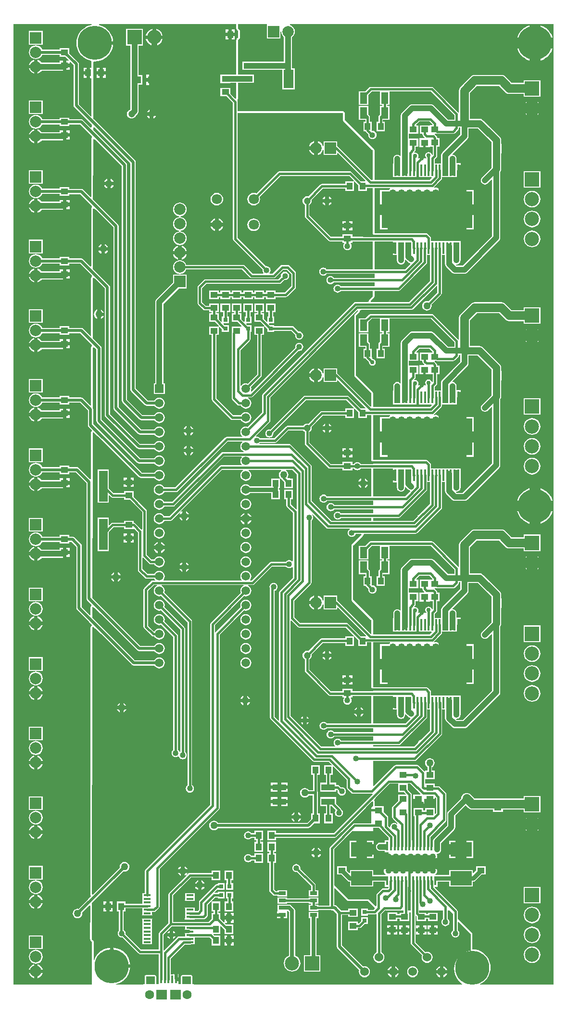
<source format=gtl>
%FSLAX25Y25*%
%MOIN*%
G70*
G01*
G75*
G04 Layer_Physical_Order=1*
G04 Layer_Color=255*
%ADD10R,0.09606X0.04449*%
%ADD11R,0.05118X0.01181*%
%ADD12R,0.01700X0.06496*%
%ADD13R,0.31496X0.11811*%
%ADD14R,0.62992X0.25590*%
%ADD15R,0.01654X0.07874*%
%ADD16R,0.05118X0.04331*%
%ADD17R,0.14567X0.09843*%
%ADD18R,0.04331X0.05118*%
%ADD19R,0.03150X0.03150*%
%ADD20R,0.07087X0.12992*%
%ADD21R,0.06299X0.03937*%
%ADD22R,0.05906X0.21654*%
%ADD23R,0.03150X0.03150*%
%ADD24R,0.04921X0.07874*%
%ADD25R,0.01575X0.05315*%
%ADD26R,0.05118X0.02756*%
%ADD27C,0.01500*%
%ADD28C,0.02000*%
%ADD29C,0.04000*%
%ADD30C,0.06000*%
%ADD31C,0.05000*%
%ADD32C,0.03000*%
%ADD33C,0.01700*%
%ADD34C,0.02500*%
%ADD35R,0.06299X0.05512*%
%ADD36R,0.07480X0.07087*%
%ADD37R,0.07480X0.07087*%
%ADD38C,0.04724*%
%ADD39R,0.07874X0.07874*%
%ADD40C,0.07874*%
%ADD41C,0.09843*%
%ADD42R,0.09843X0.09843*%
%ADD43R,0.07874X0.07874*%
%ADD44C,0.05906*%
%ADD45R,0.05906X0.05906*%
%ADD46C,0.06000*%
%ADD47R,0.09843X0.09843*%
%ADD48C,0.06299*%
%ADD49C,0.07087*%
%ADD50C,0.04331*%
%ADD51C,0.04921*%
%ADD52C,0.05000*%
%ADD53C,0.04000*%
%ADD54C,0.23622*%
%ADD55C,0.03000*%
G36*
X245657Y409392D02*
Y405302D01*
X251587D01*
Y407437D01*
X254682D01*
Y376625D01*
X254682Y376624D01*
Y376504D01*
X254682Y376504D01*
X254705Y376386D01*
X254705Y376267D01*
X254706Y376266D01*
Y376265D01*
X254752Y376154D01*
X254775Y376036D01*
X254786Y376020D01*
X254786Y376017D01*
X254843Y375934D01*
X254888Y375825D01*
X254888Y375824D01*
X254889Y375824D01*
X254898Y375810D01*
X254931Y375777D01*
X254932Y375775D01*
X254932Y375775D01*
X254933Y375774D01*
X254933Y375774D01*
X254934Y375772D01*
X254940Y375766D01*
X254943Y375759D01*
X254947Y375756D01*
X254947Y375755D01*
X254949Y375752D01*
X254949Y375752D01*
X254950Y375751D01*
X254955Y375746D01*
X254961Y375734D01*
X254961Y375734D01*
X254984Y375712D01*
X254997Y375686D01*
X254999Y375684D01*
X255001Y375682D01*
X255003Y375679D01*
X255003Y375679D01*
X255005Y375677D01*
X255006Y375675D01*
X255007Y375674D01*
X255017Y375666D01*
X255023Y375654D01*
X255027Y375650D01*
X255040Y375640D01*
X255040Y375639D01*
X255040Y375639D01*
X255041Y375639D01*
X255050Y375625D01*
X255052Y375623D01*
X255053Y375621D01*
X255081Y375593D01*
X255084Y375589D01*
X255084D01*
X255085Y375589D01*
X255085Y375589D01*
X255085Y375588D01*
X255087Y375587D01*
X255088Y375585D01*
X255089Y375584D01*
X255092Y375580D01*
X255092Y375580D01*
X255094Y375577D01*
X255100Y375573D01*
X255102Y375572D01*
X255104Y375570D01*
X255106Y375568D01*
X255107Y375567D01*
X255108Y375566D01*
X255109Y375565D01*
X255111Y375563D01*
X255116Y375559D01*
X255116Y375559D01*
X255118Y375558D01*
X255118Y375557D01*
X255118D01*
X255118Y375557D01*
X255133Y375542D01*
X255134Y375541D01*
X255134Y375541D01*
X255147Y375528D01*
X255160Y375519D01*
X255161Y375518D01*
X255163Y375517D01*
X255164Y375516D01*
X255164Y375516D01*
X255172Y375505D01*
X255233Y375470D01*
X255236Y375468D01*
X255283Y375421D01*
X255287Y375418D01*
X255293Y375413D01*
X255293Y375412D01*
X255295Y375410D01*
X255298Y375409D01*
X255300Y375408D01*
X255332Y375376D01*
X255345Y375367D01*
X255456Y375321D01*
X255543Y375262D01*
X255544Y375262D01*
X255558Y375253D01*
X255675Y375230D01*
X255786Y375184D01*
X255906Y375184D01*
Y373590D01*
X247424D01*
X247076Y374044D01*
X246491Y374493D01*
X245810Y374775D01*
X245079Y374871D01*
X244348Y374775D01*
X243667Y374493D01*
X243082Y374044D01*
X242733Y373590D01*
X241548D01*
Y375209D01*
X234830D01*
Y373590D01*
X226677D01*
X211817Y388450D01*
Y395657D01*
X211831Y395663D01*
X212491Y396170D01*
X212998Y396831D01*
X213317Y397600D01*
X213426Y398425D01*
X213317Y399251D01*
X213311Y399265D01*
X221127Y407081D01*
X236602D01*
Y405302D01*
X242532D01*
Y411863D01*
X242994Y412054D01*
X245657Y409392D01*
D02*
G37*
G36*
Y251518D02*
Y247428D01*
X251587D01*
Y249957D01*
X254682D01*
Y219144D01*
X254682Y219144D01*
Y219024D01*
X254682Y219024D01*
X254705Y218906D01*
X254705Y218786D01*
X254706Y218785D01*
Y218784D01*
X254752Y218673D01*
X254775Y218555D01*
X254786Y218539D01*
X254786Y218537D01*
X254843Y218453D01*
X254888Y218345D01*
X254888Y218344D01*
X254889Y218343D01*
X254898Y218329D01*
X254931Y218296D01*
X254932Y218295D01*
X254932Y218295D01*
X254933Y218293D01*
X254933Y218293D01*
X254934Y218292D01*
X254940Y218286D01*
X254943Y218279D01*
X254947Y218275D01*
X254947Y218275D01*
X254949Y218272D01*
X254949Y218272D01*
X254950Y218271D01*
X254955Y218266D01*
X254961Y218253D01*
X254961Y218253D01*
X254984Y218232D01*
X254997Y218205D01*
X254999Y218204D01*
X255001Y218202D01*
X255003Y218198D01*
X255003Y218198D01*
X255005Y218197D01*
X255006Y218194D01*
X255007Y218194D01*
X255017Y218185D01*
X255023Y218174D01*
X255027Y218170D01*
X255040Y218160D01*
X255040Y218158D01*
X255040Y218158D01*
X255041Y218158D01*
X255050Y218144D01*
X255052Y218143D01*
X255053Y218141D01*
X255081Y218113D01*
X255084Y218108D01*
X255084D01*
X255085Y218108D01*
X255085Y218108D01*
X255085Y218108D01*
X255087Y218107D01*
X255088Y218105D01*
X255089Y218104D01*
X255092Y218100D01*
X255092Y218100D01*
X255094Y218097D01*
X255100Y218093D01*
X255102Y218092D01*
X255104Y218090D01*
X255106Y218087D01*
X255107Y218086D01*
X255108Y218085D01*
X255109Y218084D01*
X255111Y218082D01*
X255116Y218079D01*
X255116Y218079D01*
X255118Y218077D01*
X255118Y218077D01*
X255118D01*
X255118Y218077D01*
X255133Y218061D01*
X255134Y218061D01*
X255134Y218060D01*
X255147Y218048D01*
X255160Y218039D01*
X255161Y218038D01*
X255163Y218037D01*
X255164Y218036D01*
X255164Y218036D01*
X255172Y218024D01*
X255233Y217990D01*
X255236Y217988D01*
X255283Y217941D01*
X255287Y217938D01*
X255293Y217933D01*
X255293Y217932D01*
X255295Y217930D01*
X255298Y217928D01*
X255300Y217927D01*
X255332Y217895D01*
X255345Y217887D01*
X255456Y217840D01*
X255543Y217782D01*
X255544Y217782D01*
X255558Y217773D01*
X255675Y217749D01*
X255786Y217703D01*
X255906Y217703D01*
Y216110D01*
X241548D01*
Y217729D01*
X234830D01*
Y216110D01*
X226677D01*
X211817Y230970D01*
Y238177D01*
X211831Y238183D01*
X212491Y238689D01*
X212998Y239350D01*
X213317Y240119D01*
X213426Y240945D01*
X213317Y241770D01*
X213311Y241785D01*
X221127Y249601D01*
X236602D01*
Y247428D01*
X242532D01*
Y253989D01*
X242994Y254180D01*
X245657Y251518D01*
D02*
G37*
G36*
X60901Y677822D02*
X59083Y677385D01*
X57249Y676626D01*
X55557Y675588D01*
X54047Y674299D01*
X52758Y672790D01*
X51721Y671097D01*
X50961Y669263D01*
X50498Y667333D01*
X50342Y665354D01*
X50498Y663375D01*
X50961Y661445D01*
X51721Y659611D01*
X52758Y657919D01*
X54047Y656409D01*
X55557Y655120D01*
X57249Y654083D01*
X59083Y653323D01*
X60337Y653022D01*
X60839Y652686D01*
X60796Y652475D01*
X60746Y652265D01*
X60749Y652242D01*
X60745Y652218D01*
X60739Y648244D01*
Y648244D01*
X59715D01*
Y644685D01*
Y640977D01*
X60728Y640772D01*
X60728D01*
D01*
D01*
X60719Y635117D01*
D01*
X60706Y625934D01*
Y625934D01*
X60706Y625931D01*
X60706Y625930D01*
X60706Y625929D01*
X60690Y614803D01*
X60227Y614612D01*
X52032Y622807D01*
Y650787D01*
X51892Y651490D01*
X51760Y651687D01*
X51494Y652085D01*
X45485Y658095D01*
Y661824D01*
X38767D01*
Y660783D01*
X26544D01*
X26315Y661337D01*
X25556Y662326D01*
X24566Y663085D01*
X23414Y663563D01*
X22282Y663712D01*
D01*
X22282Y663712D01*
X22315Y664211D01*
X26914D01*
Y673685D01*
X17440D01*
Y664211D01*
X22039D01*
X22072Y663712D01*
X20941Y663563D01*
X19788Y663085D01*
X18799Y662326D01*
X18039Y661337D01*
X17562Y660184D01*
X17399Y658948D01*
X17562Y657711D01*
X18039Y656559D01*
X18799Y655569D01*
X19788Y654810D01*
X20941Y654332D01*
X21199Y654298D01*
Y654298D01*
X22177Y654170D01*
X23155Y654298D01*
Y654298D01*
X23414Y654332D01*
X24566Y654810D01*
X25556Y655569D01*
X26315Y656559D01*
X26544Y657112D01*
X38767D01*
Y655893D01*
X42496D01*
X44958Y653431D01*
X44767Y652969D01*
X43376D01*
Y651053D01*
X45685D01*
Y652050D01*
X46147Y652242D01*
X48362Y650027D01*
Y622047D01*
X48478Y621461D01*
X48501Y621345D01*
X48899Y620750D01*
X61024Y608625D01*
Y607402D01*
X61009Y607380D01*
X60957Y607328D01*
X60937Y607298D01*
X60936Y607297D01*
X60903Y607264D01*
X60903Y607263D01*
X60880Y607208D01*
X60843Y607163D01*
X60837Y607153D01*
X60834Y607144D01*
X60833Y607142D01*
X60818Y607095D01*
X60791Y607055D01*
X60791Y607052D01*
X60786Y607044D01*
X60781Y607033D01*
X60757Y606915D01*
X60736Y606875D01*
X60731Y606857D01*
X60405Y606890D01*
X60405D01*
X60311Y606900D01*
X60311Y606900D01*
X60054Y606978D01*
D01*
D01*
Y606978D01*
X59958Y607007D01*
X60039Y606927D01*
D01*
X55023Y611943D01*
X54427Y612341D01*
X54311Y612364D01*
X53725Y612480D01*
X45485D01*
Y613610D01*
X38767D01*
Y612558D01*
X26544D01*
X26315Y613112D01*
X25556Y614101D01*
X24566Y614861D01*
X23414Y615338D01*
X22282Y615487D01*
D01*
X22282Y615487D01*
X22315Y615986D01*
X26914D01*
Y625460D01*
X17440D01*
Y615986D01*
X22039D01*
X22072Y615487D01*
X20941Y615338D01*
X19788Y614861D01*
X18799Y614101D01*
X18039Y613112D01*
X17562Y611959D01*
X17399Y610723D01*
X17562Y609486D01*
X18039Y608334D01*
X18799Y607344D01*
X19788Y606585D01*
X20941Y606108D01*
X21199Y606074D01*
Y606074D01*
X22177Y605945D01*
X23155Y606074D01*
Y606074D01*
X23414Y606108D01*
X24566Y606585D01*
X25556Y607344D01*
X26315Y608334D01*
X26544Y608887D01*
X38767D01*
Y607680D01*
X45485D01*
Y608810D01*
X52965D01*
X61024Y600751D01*
Y599601D01*
X61009Y599579D01*
X61009Y599579D01*
X60957Y599526D01*
X60925Y599480D01*
X60925Y599479D01*
X60892Y599445D01*
X60891Y599445D01*
X60869Y599390D01*
X60831Y599344D01*
X60825Y599333D01*
X60822Y599325D01*
X60821Y599323D01*
X60807Y599277D01*
X60780Y599237D01*
X60779Y599233D01*
X60774Y599225D01*
X60769Y599214D01*
X60748Y599106D01*
X60720Y599052D01*
X60720Y599052D01*
X60718Y599030D01*
X60717Y599024D01*
X60709Y599004D01*
X60709Y598956D01*
X60682Y598867D01*
X60679Y598838D01*
X60679Y598838D01*
X60679Y598838D01*
X60674Y598822D01*
X60674Y598822D01*
X60679Y598761D01*
X60676Y598746D01*
X60677Y598740D01*
X60666Y598683D01*
X60650Y588057D01*
X60607Y558783D01*
X60296Y558655D01*
X60145Y558593D01*
X55008Y563729D01*
X54412Y564127D01*
X54296Y564150D01*
X53710Y564267D01*
X45485D01*
Y565397D01*
X38767D01*
Y564333D01*
X26544D01*
X26315Y564887D01*
X25556Y565876D01*
X24566Y566636D01*
X23414Y567113D01*
X22282Y567262D01*
D01*
X22282Y567262D01*
X22315Y567761D01*
X26914D01*
Y577235D01*
X17440D01*
Y567761D01*
X22039D01*
X22072Y567262D01*
X20941Y567113D01*
X19788Y566636D01*
X18799Y565876D01*
X18039Y564887D01*
X17562Y563734D01*
X17399Y562498D01*
X17562Y561261D01*
X18039Y560109D01*
X18799Y559119D01*
X19788Y558360D01*
X20941Y557883D01*
X21199Y557849D01*
Y557849D01*
X22177Y557720D01*
X23155Y557849D01*
Y557849D01*
X23414Y557883D01*
X24566Y558360D01*
X25556Y559119D01*
X26315Y560109D01*
X26544Y560663D01*
X38767D01*
Y559466D01*
X45485D01*
Y560597D01*
X52950D01*
X61024Y552523D01*
Y551463D01*
X60944Y551350D01*
X60823Y551207D01*
X60807Y551156D01*
X60776Y551113D01*
X60700Y550942D01*
X60697Y550927D01*
X60688Y550914D01*
X60688Y550914D01*
X60688Y550913D01*
X60665Y550797D01*
X60657Y550784D01*
X60657Y550784D01*
X60649Y550718D01*
X60644Y550694D01*
X60595Y550476D01*
X60597Y550461D01*
X60595Y550447D01*
X60594Y550399D01*
X60594Y550399D01*
X60536Y510626D01*
X60074Y510435D01*
X54993Y515516D01*
X54397Y515914D01*
X54281Y515937D01*
X53695Y516054D01*
X45485D01*
Y517184D01*
X38767D01*
Y516108D01*
X26544D01*
X26315Y516662D01*
X25556Y517652D01*
X24566Y518411D01*
X23414Y518888D01*
X22282Y519037D01*
D01*
X22282Y519037D01*
X22315Y519536D01*
X26914D01*
Y529010D01*
X17440D01*
Y519536D01*
X22039D01*
X22072Y519037D01*
X20941Y518888D01*
X19788Y518411D01*
X18799Y517652D01*
X18039Y516662D01*
X17562Y515510D01*
X17399Y514273D01*
X17562Y513036D01*
X18039Y511884D01*
X18799Y510894D01*
X19788Y510135D01*
X20941Y509658D01*
X21199Y509624D01*
Y509624D01*
X22177Y509495D01*
X23155Y509624D01*
Y509624D01*
X23414Y509658D01*
X24566Y510135D01*
X25556Y510894D01*
X26315Y511884D01*
X26544Y512438D01*
X38767D01*
Y511253D01*
X45485D01*
Y512383D01*
X52935D01*
X61024Y504294D01*
Y503390D01*
X61008Y503375D01*
X61006Y503373D01*
X60997Y503363D01*
X60994Y503361D01*
X60994D01*
X60994Y503361D01*
X60992Y503360D01*
X60991Y503358D01*
X60889Y503289D01*
X60889Y503288D01*
X60888Y503287D01*
X60887Y503287D01*
X60824Y503190D01*
X60743Y503109D01*
X60729Y503077D01*
X60695Y502995D01*
X60626Y502890D01*
X60625Y502888D01*
D01*
Y502888D01*
X60624Y502886D01*
X60602Y502772D01*
X60558Y502665D01*
X60548Y502613D01*
X60547Y502492D01*
X60524Y502374D01*
X60524Y502254D01*
X60523Y502253D01*
X60465Y462469D01*
X60003Y462278D01*
X54977Y467303D01*
X54382Y467701D01*
X54265Y467724D01*
X53680Y467841D01*
X45485D01*
Y468971D01*
X38767D01*
Y467883D01*
X26544D01*
X26315Y468437D01*
X25556Y469427D01*
X24566Y470186D01*
X23414Y470663D01*
X22282Y470812D01*
D01*
X22282Y470812D01*
X22315Y471311D01*
X26914D01*
Y480785D01*
X17440D01*
Y471311D01*
X22039D01*
X22072Y470812D01*
X20941Y470663D01*
X19788Y470186D01*
X18799Y469427D01*
X18039Y468437D01*
X17562Y467285D01*
X17399Y466048D01*
X17562Y464812D01*
X18039Y463659D01*
X18799Y462670D01*
X19788Y461910D01*
X20941Y461433D01*
X21199Y461399D01*
Y461399D01*
X22177Y461270D01*
X23155Y461399D01*
Y461399D01*
X23414Y461433D01*
X24566Y461910D01*
X25556Y462670D01*
X26315Y463659D01*
X26544Y464213D01*
X38767D01*
Y463040D01*
X45485D01*
Y464170D01*
X52919D01*
X61024Y456066D01*
Y455258D01*
X60996Y455240D01*
X60881Y455125D01*
X60858Y455091D01*
X60751Y455004D01*
X60723Y454950D01*
X60680Y454908D01*
X60627Y454780D01*
X60600Y454748D01*
X60598Y454743D01*
X60580Y454685D01*
X60546Y454635D01*
X60542Y454614D01*
X60526Y454583D01*
X60509Y454527D01*
X60504Y454487D01*
X60496Y454467D01*
X60496Y454410D01*
X60459Y454287D01*
X60464Y454226D01*
X60453Y454167D01*
X60452Y454066D01*
D01*
X60452Y454066D01*
X60446Y449832D01*
X60433Y441044D01*
Y441044D01*
D01*
X60394Y414312D01*
X59932Y414120D01*
X54962Y419090D01*
X54467Y419421D01*
X54367Y419488D01*
X54367D01*
X54367Y419488D01*
X54174Y419526D01*
X53664Y419628D01*
X45485D01*
Y420757D01*
X38767D01*
Y419659D01*
X26544D01*
X26315Y420212D01*
X25556Y421202D01*
X24566Y421961D01*
X23414Y422438D01*
X22282Y422587D01*
D01*
X22282Y422587D01*
X22315Y423086D01*
X26914D01*
Y432560D01*
X17440D01*
Y423086D01*
X22039D01*
X22072Y422587D01*
X20941Y422438D01*
X19788Y421961D01*
X18799Y421202D01*
X18039Y420212D01*
X17562Y419060D01*
X17399Y417823D01*
X17562Y416587D01*
X18039Y415435D01*
X18799Y414445D01*
X19788Y413686D01*
X20941Y413208D01*
X21199Y413174D01*
Y413174D01*
X22177Y413045D01*
X23155Y413174D01*
Y413174D01*
X23414Y413208D01*
X24566Y413686D01*
X25556Y414445D01*
X26315Y415435D01*
X26544Y415988D01*
X38767D01*
Y414827D01*
X45485D01*
Y415957D01*
X52904D01*
X58204Y410657D01*
Y400591D01*
X58344Y399888D01*
X58742Y399293D01*
X61024Y397011D01*
Y396404D01*
X60887Y396298D01*
X60849Y396254D01*
X60740Y396181D01*
X60714Y396143D01*
X60678Y396115D01*
X60590Y395960D01*
X60587Y395957D01*
X60584Y395950D01*
X60582Y395946D01*
X60580Y395943D01*
X60575Y395937D01*
X60574Y395934D01*
X60474Y395785D01*
X60465Y395740D01*
X60442Y395700D01*
X60426Y395570D01*
X60404Y395516D01*
X60389Y395444D01*
X60389Y395362D01*
X60380Y395317D01*
X60380Y395278D01*
X60380Y395278D01*
X60366Y395205D01*
X60347Y382660D01*
X60346Y382094D01*
X60318Y363206D01*
X59665Y363206D01*
X51994Y370877D01*
X51399Y371275D01*
X51282Y371298D01*
X50697Y371414D01*
X45485D01*
Y372544D01*
X38767D01*
Y371434D01*
X26544D01*
X26315Y371987D01*
X25556Y372977D01*
X24566Y373736D01*
X23414Y374214D01*
X22282Y374362D01*
D01*
X22282Y374362D01*
X22315Y374861D01*
X26914D01*
Y384335D01*
X17440D01*
Y374861D01*
X22039D01*
X22072Y374362D01*
X20941Y374214D01*
X19788Y373736D01*
X18799Y372977D01*
X18039Y371987D01*
X17562Y370835D01*
X17399Y369598D01*
X17562Y368362D01*
X18039Y367210D01*
X18799Y366220D01*
X19788Y365461D01*
X20941Y364983D01*
X21199Y364949D01*
Y364949D01*
X22177Y364820D01*
X23155Y364949D01*
Y364949D01*
X23414Y364983D01*
X24566Y365461D01*
X25556Y366220D01*
X26315Y367210D01*
X26544Y367763D01*
X38767D01*
Y366614D01*
X45485D01*
Y367744D01*
X49936D01*
X57220Y360460D01*
Y280512D01*
X57360Y279809D01*
X57758Y279214D01*
X60126Y276845D01*
X60758Y275856D01*
X60903Y275528D01*
Y275528D01*
X60733Y275408D01*
X60723Y275398D01*
X60722Y275397D01*
X60658Y275331D01*
X60572Y275273D01*
X60561Y275262D01*
X60486Y275150D01*
X60392Y275052D01*
X60354Y274953D01*
X60295Y274865D01*
X60269Y274733D01*
X60220Y274606D01*
X60206Y274525D01*
X60208Y274428D01*
X60202Y274397D01*
X60203Y274392D01*
X60187Y274316D01*
X60187Y274221D01*
X60187Y274221D01*
X60185Y273006D01*
X60182Y270665D01*
X60179Y268860D01*
Y268860D01*
D01*
Y268857D01*
X59717Y268666D01*
X54001Y274382D01*
Y316929D01*
X53861Y317632D01*
X53861Y317632D01*
X53861Y317632D01*
X53633Y317973D01*
X53463Y318227D01*
X53463Y318227D01*
X53463Y318227D01*
X49026Y322663D01*
X48655Y322912D01*
X48431Y323061D01*
X48431D01*
X48431Y323061D01*
X48302Y323087D01*
X47729Y323201D01*
X45485D01*
Y324331D01*
X38767D01*
Y323209D01*
X26544D01*
X26315Y323762D01*
X25556Y324752D01*
X24566Y325511D01*
X23414Y325989D01*
X22282Y326138D01*
D01*
X22282Y326138D01*
X22315Y326637D01*
X26914D01*
Y336111D01*
X17440D01*
Y326637D01*
X22039D01*
X22072Y326138D01*
X20941Y325989D01*
X19788Y325511D01*
X18799Y324752D01*
X18039Y323762D01*
X17562Y322610D01*
X17399Y321374D01*
X17562Y320137D01*
X18039Y318985D01*
X18799Y317995D01*
X19788Y317236D01*
X20941Y316758D01*
X21199Y316724D01*
Y316724D01*
X22177Y316596D01*
X23155Y316724D01*
Y316724D01*
X23414Y316758D01*
X24566Y317236D01*
X25556Y317995D01*
X26315Y318985D01*
X26544Y319538D01*
X38767D01*
Y318401D01*
X45485D01*
Y319531D01*
X46968D01*
X50330Y316169D01*
Y273622D01*
X50447Y273036D01*
X50470Y272920D01*
X50868Y272324D01*
X59098Y264094D01*
X60878Y261853D01*
X60913Y261753D01*
X60761Y261618D01*
X60602Y261491D01*
X60584Y261459D01*
X60557Y261435D01*
X60412Y261242D01*
X60346Y261104D01*
X60261Y260977D01*
X60261Y260976D01*
X60260Y260976D01*
Y260976D01*
X60260Y260975D01*
X60243Y260890D01*
X60205Y260812D01*
X60197Y260659D01*
X60167Y260509D01*
X60081Y202229D01*
X59929Y99462D01*
D01*
X59894Y75479D01*
X59905Y75421D01*
Y75421D01*
X59905Y75365D01*
X59917Y75305D01*
X59917Y75240D01*
X59929Y75182D01*
X59945Y75143D01*
X59957Y75010D01*
X59986Y74957D01*
X59998Y74897D01*
X60097Y74747D01*
X60182Y74589D01*
X60210Y74566D01*
X60258Y74068D01*
X58451Y71873D01*
X51829Y65251D01*
X51181Y65336D01*
X50320Y65223D01*
X49517Y64890D01*
X48827Y64362D01*
X48299Y63672D01*
X47966Y62869D01*
X47853Y62008D01*
X47966Y61146D01*
X48299Y60344D01*
X48827Y59654D01*
X49517Y59125D01*
X50320Y58793D01*
X51181Y58679D01*
X52043Y58793D01*
X52845Y59125D01*
X53535Y59654D01*
X54064Y60344D01*
X54396Y61146D01*
X54510Y62008D01*
X54424Y62656D01*
X59336Y67567D01*
X59882Y67460D01*
X59882Y67460D01*
X59848Y44081D01*
X59869Y43976D01*
X59868Y43975D01*
X59869Y43973D01*
D01*
X59869Y43972D01*
X59869Y43972D01*
X59871Y43960D01*
X59871Y43841D01*
X59890Y43746D01*
X59890Y43745D01*
X59890Y43745D01*
X59890Y43744D01*
X59891Y43743D01*
X59891Y43742D01*
Y43742D01*
X59892Y43737D01*
Y43737D01*
X59892Y43736D01*
X59893Y43734D01*
Y43732D01*
X59893Y43732D01*
X59893Y43732D01*
Y43732D01*
X59893Y43732D01*
Y43731D01*
X59893Y43731D01*
X59893Y43730D01*
X59912Y43685D01*
X59916Y43637D01*
X59916Y43637D01*
X59948Y43575D01*
X59962Y43504D01*
X60024Y43411D01*
X60050Y43332D01*
X60062Y43319D01*
X60068Y43303D01*
X60070Y43301D01*
X60071Y43300D01*
X60071Y43300D01*
X60073Y43294D01*
X60073Y43294D01*
X60075Y43290D01*
X60076Y43289D01*
X60076Y43289D01*
X60076Y43288D01*
X60095Y43260D01*
X60125Y43230D01*
X60134Y43213D01*
X60176Y43177D01*
X60195Y43155D01*
X60202Y43145D01*
X60205Y43137D01*
X60212Y43130D01*
X60227Y43107D01*
X60242Y43097D01*
X60320Y42980D01*
X60373Y42926D01*
X60385Y42919D01*
X60385Y42919D01*
X60390Y42913D01*
X60402Y42905D01*
X60406Y42899D01*
X60423Y42882D01*
X60426Y42879D01*
X60436Y42869D01*
X60449Y42860D01*
X60458Y42847D01*
X60482Y42823D01*
X60561Y42770D01*
X60582Y42747D01*
X60588Y42744D01*
X60592Y42742D01*
X60596Y42739D01*
X60654Y42679D01*
X60659Y42676D01*
X60677Y42669D01*
X60690Y42656D01*
X60754Y42614D01*
X60767Y42602D01*
X60778Y42598D01*
X60786Y42590D01*
X60790Y42587D01*
X60796Y42581D01*
X60800Y42579D01*
X60812Y42574D01*
X60819Y42570D01*
X60975Y42465D01*
X60979Y42464D01*
X60999Y42443D01*
X61012Y42421D01*
X61012Y42416D01*
Y42416D01*
X61012Y42414D01*
Y42414D01*
X61012Y42414D01*
X61024Y42372D01*
Y42372D01*
X61024Y42372D01*
X61024Y42372D01*
X61024Y42372D01*
X61024Y42372D01*
X61024D01*
Y30036D01*
Y12627D01*
X6721D01*
Y678318D01*
X60842D01*
X60901Y677822D01*
D02*
G37*
G36*
X295467Y345930D02*
X287516Y337979D01*
X287317Y338154D01*
X287019Y337981D01*
X286846Y337683D01*
X287021Y337484D01*
X283794Y334258D01*
X255906D01*
Y336200D01*
X273716D01*
X274321Y336321D01*
X274663Y336550D01*
X274833Y336663D01*
X293047Y354876D01*
Y354876D01*
X293047D01*
X293389Y355389D01*
X293486Y355873D01*
X293510Y355994D01*
Y355994D01*
D01*
Y361011D01*
X295467D01*
Y345930D01*
D02*
G37*
G36*
X245345Y480024D02*
X245377Y480013D01*
X245412Y479994D01*
X245486Y479500D01*
X243400Y477414D01*
X243399Y477413D01*
X243399Y477413D01*
X243314Y477328D01*
X243249Y477230D01*
X243249Y477229D01*
X243248Y477228D01*
X243247Y477227D01*
X243245Y477224D01*
X243163Y477142D01*
X243159Y477133D01*
X243150Y477124D01*
X243150Y477124D01*
X243126Y477062D01*
X243085Y477010D01*
X243085Y477010D01*
X243074Y476967D01*
X243049Y476931D01*
X243048Y476929D01*
X243047Y476923D01*
X243047Y476922D01*
X243046Y476916D01*
X243042Y476911D01*
X243030Y476882D01*
X243030Y476881D01*
X243030Y476881D01*
X242968Y476732D01*
X242967Y476727D01*
X242963Y476721D01*
X242941Y476610D01*
X242897Y476503D01*
X242896Y476500D01*
Y476499D01*
X242896Y476498D01*
Y476405D01*
X242896Y476378D01*
X242895Y476376D01*
X242894Y476375D01*
X242894Y476371D01*
X242894Y476370D01*
X242894Y476368D01*
X242894Y476366D01*
X242871Y476252D01*
X242872Y476179D01*
X242872Y476179D01*
X242872Y476179D01*
X242872Y476139D01*
X242871Y476137D01*
Y476136D01*
X242871Y476133D01*
Y435280D01*
X242871Y435280D01*
Y435160D01*
X242880Y435117D01*
X242874Y435073D01*
X242895Y434998D01*
X242895Y434920D01*
X242941Y434809D01*
X242964Y434692D01*
X242968Y434686D01*
X242968Y434686D01*
X243043Y434506D01*
X243045Y434502D01*
X243046Y434498D01*
X243046Y434497D01*
X243049Y434493D01*
X243050Y434488D01*
X243052Y434483D01*
X243071Y434454D01*
X243080Y434420D01*
X243084Y434416D01*
X243084Y434414D01*
X243084Y434414D01*
X243122Y434365D01*
X243128Y434357D01*
X243155Y434291D01*
X243156Y434290D01*
X243156Y434288D01*
X243158Y434287D01*
X243159Y434286D01*
X243190Y434254D01*
X243213Y434208D01*
X243239Y434186D01*
X243270Y434158D01*
X243318Y434087D01*
X243321Y434085D01*
X243326Y434077D01*
X252088Y425316D01*
X252088Y425316D01*
X254511Y422893D01*
X254511Y422892D01*
X254512Y422892D01*
X254521Y422878D01*
X254600Y422799D01*
X254600Y422798D01*
X254600Y422797D01*
X254602Y422796D01*
X254603Y422792D01*
X254605Y422784D01*
X254676Y422612D01*
X254682Y422603D01*
X254682Y422603D01*
Y422483D01*
X254682Y422482D01*
Y422481D01*
X254682Y422481D01*
Y422481D01*
Y414060D01*
X254681Y414056D01*
X254656Y413908D01*
X254657Y413893D01*
X254300Y413542D01*
X254035Y413554D01*
X231433Y436157D01*
X231115Y436369D01*
Y439776D01*
X221641D01*
Y436516D01*
X221151Y436418D01*
X220690Y437529D01*
X219899Y438560D01*
X218868Y439352D01*
X217667Y439849D01*
X217628Y439854D01*
Y435039D01*
Y430224D01*
X217667Y430230D01*
X218868Y430727D01*
X219899Y431518D01*
X220690Y432550D01*
X221151Y433660D01*
X221641Y433563D01*
Y430302D01*
X231115D01*
Y431351D01*
X231577Y431542D01*
X250637Y412482D01*
X250446Y412020D01*
X247498D01*
X239110Y420409D01*
X239110D01*
Y420409D01*
X238855Y420579D01*
X238597Y420751D01*
X238597D01*
X238597Y420751D01*
X238142Y420842D01*
X237992Y420872D01*
X237992D01*
D01*
X208661D01*
D01*
X208661D01*
X208541Y420848D01*
X208057Y420751D01*
X207544Y420409D01*
Y420409D01*
X207544D01*
X184576Y397441D01*
X184055Y397509D01*
X183324Y397413D01*
X182643Y397131D01*
X182058Y396682D01*
X181609Y396097D01*
X181327Y395416D01*
X181231Y394685D01*
X181327Y393954D01*
X181609Y393273D01*
X182058Y392688D01*
X182643Y392239D01*
X183324Y391957D01*
X184055Y391861D01*
X184786Y391957D01*
X185467Y392239D01*
X186052Y392688D01*
X186501Y393273D01*
X186783Y393954D01*
X186879Y394685D01*
X186811Y395206D01*
X209316Y417711D01*
X237338D01*
X242566Y412482D01*
X242375Y412020D01*
X236602D01*
Y410242D01*
X220472D01*
X219868Y410121D01*
X219355Y409779D01*
X211076Y401500D01*
X211062Y401506D01*
X210236Y401615D01*
X209411Y401506D01*
X208642Y401187D01*
X207981Y400680D01*
X207474Y400020D01*
X207468Y400006D01*
X196653D01*
X196049Y399885D01*
X195536Y399543D01*
X187338Y391344D01*
X177514D01*
X177194Y391761D01*
X176609Y392210D01*
X175928Y392492D01*
X175197Y392588D01*
X174993Y392561D01*
X174772Y393010D01*
X184188Y402426D01*
X184531Y402939D01*
X184627Y403423D01*
X184651Y403543D01*
Y419621D01*
X245116Y480086D01*
X245345Y480024D01*
D02*
G37*
G36*
X223623Y329260D02*
X224136Y328917D01*
X224741Y328797D01*
X239810D01*
X239908Y328306D01*
X239729Y328233D01*
X239144Y327784D01*
X238696Y327199D01*
X238413Y326518D01*
X238317Y325787D01*
X238413Y325056D01*
X238696Y324375D01*
X239144Y323790D01*
X239729Y323341D01*
X240410Y323059D01*
X241141Y322963D01*
X241872Y323059D01*
X242553Y323341D01*
X243138Y323790D01*
X243587Y324375D01*
X243869Y325056D01*
X243887Y325191D01*
X247636D01*
X247704Y325165D01*
X248003Y324808D01*
X248002Y324803D01*
X248005Y324677D01*
X248006Y324657D01*
X248023Y324575D01*
X248022Y324571D01*
X248014Y324551D01*
X247954Y324491D01*
X247946Y324480D01*
X241435Y317968D01*
X241434Y317968D01*
X241431Y317965D01*
X241430Y317963D01*
X241350Y317883D01*
X241285Y317786D01*
X241281Y317781D01*
X241280Y317780D01*
X241279Y317777D01*
X241205Y317703D01*
X241194Y317691D01*
X241193Y317691D01*
X241193Y317691D01*
X241189Y317684D01*
X241145Y317577D01*
X241085Y317486D01*
X241084Y317482D01*
X241079Y317475D01*
X241062Y317433D01*
X241062Y317432D01*
X241061Y317432D01*
X241000Y317283D01*
X240999Y317278D01*
X240995Y317272D01*
X240973Y317161D01*
X240928Y317054D01*
X240928Y317051D01*
Y317050D01*
X240927Y317049D01*
Y316956D01*
X240927Y316930D01*
X240926Y316927D01*
X240926Y316926D01*
X240926Y316922D01*
X240926Y316922D01*
X240925Y316919D01*
X240925Y316917D01*
X240903Y316804D01*
X240903Y316730D01*
X240903Y316730D01*
X240903Y316730D01*
X240903Y316690D01*
X240903Y316688D01*
Y316687D01*
X240902Y316684D01*
Y279769D01*
Y279648D01*
X240903Y279647D01*
X240902Y279645D01*
X240924Y279538D01*
X240922Y279429D01*
X240922Y279429D01*
X240926Y279420D01*
Y279410D01*
X240926Y279409D01*
X240927Y279408D01*
Y279407D01*
X240972Y279296D01*
X240996Y279180D01*
X240996Y279179D01*
X240997Y279177D01*
X240997Y279177D01*
X241001Y279172D01*
X241001Y279172D01*
X241075Y278991D01*
X241076Y278985D01*
X241081Y278975D01*
X241081Y278974D01*
X241081Y278974D01*
X241147Y278875D01*
X241193Y278764D01*
X241194Y278764D01*
X241279Y278678D01*
X241279Y278678D01*
X241279Y278678D01*
X241279Y278677D01*
X241280Y278677D01*
X241280Y278676D01*
X241346Y278578D01*
X241346Y278577D01*
X241346Y278577D01*
X241431Y278492D01*
X241431Y278492D01*
X241431Y278492D01*
X241432Y278491D01*
X254056Y265867D01*
X254056Y265867D01*
X254056Y265867D01*
X254511Y265412D01*
X254511Y265412D01*
D01*
X254511Y265412D01*
X254511D01*
X254511Y265412D01*
D01*
X254511Y265411D01*
X254512Y265411D01*
X254521Y265397D01*
X254600Y265318D01*
X254600Y265318D01*
X254600Y265317D01*
X254602Y265316D01*
X254603Y265312D01*
X254605Y265304D01*
X254676Y265131D01*
X254682Y265123D01*
X254682Y265123D01*
Y265002D01*
X254682Y265002D01*
Y265001D01*
X254682Y265000D01*
Y265000D01*
Y264149D01*
Y264149D01*
Y264149D01*
Y264149D01*
Y256080D01*
X254220Y255889D01*
X231433Y278677D01*
X231115Y278889D01*
Y282296D01*
X221641D01*
Y279035D01*
X221151Y278938D01*
X220690Y280049D01*
X219899Y281080D01*
X218868Y281872D01*
X217667Y282369D01*
X217628Y282374D01*
Y277559D01*
Y272744D01*
X217667Y272749D01*
X218868Y273247D01*
X219899Y274038D01*
X220690Y275069D01*
X221151Y276180D01*
X221641Y276082D01*
Y272822D01*
X231115D01*
Y273871D01*
X231577Y274062D01*
X251031Y254608D01*
X250839Y254147D01*
X247498D01*
X238716Y262929D01*
X238203Y263271D01*
X237598Y263391D01*
X205379D01*
X201384Y267387D01*
Y278873D01*
X212732Y290221D01*
X213074Y290734D01*
X213195Y291339D01*
X213195Y291339D01*
X213195Y291339D01*
Y291339D01*
Y334297D01*
X213611Y334617D01*
X214060Y335202D01*
X214342Y335883D01*
X214438Y336614D01*
X214342Y337345D01*
X214060Y338026D01*
X213759Y338419D01*
X214135Y338749D01*
X223623Y329260D01*
D02*
G37*
G36*
X338010Y281692D02*
Y277165D01*
Y263658D01*
X331468Y257115D01*
X331019Y256530D01*
X330813Y256034D01*
X330737Y255849D01*
Y255849D01*
X330737Y255849D01*
X330691Y255503D01*
X330640Y255118D01*
Y255118D01*
Y255118D01*
X330685Y254778D01*
X330737Y254387D01*
X330737Y254387D01*
Y254387D01*
X331019Y253706D01*
X331468Y253121D01*
X332053Y252672D01*
X332548Y252467D01*
X332734Y252390D01*
X332734D01*
X332734Y252390D01*
X333080Y252344D01*
X333465Y252294D01*
X333465D01*
X333465D01*
X333805Y252339D01*
X334196Y252390D01*
X334196Y252390D01*
X334196D01*
X334877Y252672D01*
X335462Y253121D01*
X338053Y255712D01*
X338514Y255521D01*
Y216524D01*
X318122Y196131D01*
X313772D01*
X313507Y196556D01*
X313674Y196895D01*
X313780Y196881D01*
X314511Y196977D01*
X315192Y197259D01*
X315777Y197708D01*
X316225Y198293D01*
X316508Y198974D01*
X316604Y199705D01*
Y210138D01*
X316587Y210262D01*
Y213005D01*
X296069D01*
Y215551D01*
X295948Y216156D01*
X295606Y216669D01*
X293834Y218440D01*
X293321Y218783D01*
X292717Y218903D01*
X256026D01*
X256013Y218912D01*
X256000Y218924D01*
X255983Y218942D01*
X255983Y218942D01*
X255983Y218942D01*
X255981Y218943D01*
X255978Y218945D01*
X255977Y218947D01*
X255974Y218949D01*
X255974Y218949D01*
X255972Y218951D01*
X255971Y218952D01*
X255963Y218958D01*
X255959Y218962D01*
D01*
X255959D01*
D01*
D01*
X255957Y218965D01*
X255957D01*
X255955Y218968D01*
X255954Y218969D01*
X255953Y218970D01*
X255951Y218972D01*
X255950Y218973D01*
X255950Y218973D01*
X255950Y218973D01*
X255950D01*
X255950Y218973D01*
X255950Y218973D01*
X255950Y218973D01*
X255950Y218973D01*
X255950Y218973D01*
X255950Y218973D01*
X255949Y218975D01*
X255948Y218977D01*
X255915Y219009D01*
Y219010D01*
X255906Y219023D01*
X255906Y219024D01*
X255906Y219024D01*
Y219144D01*
X255906Y219144D01*
Y249957D01*
X267527D01*
X267688Y249483D01*
X267217Y249122D01*
X266845Y248638D01*
X260713D01*
Y238593D01*
X325705D01*
Y248638D01*
X320679D01*
Y246654D01*
X301368D01*
Y249362D01*
X300958Y249676D01*
X300116Y250025D01*
X299213Y250144D01*
X298309Y250025D01*
X298272Y250010D01*
X297994Y250425D01*
X303201Y255632D01*
X303543Y256144D01*
X303663Y256749D01*
Y257468D01*
X305483D01*
X305906Y257412D01*
X306329Y257468D01*
X313134D01*
Y257468D01*
X314029D01*
Y262205D01*
X314961D01*
Y265955D01*
X316787D01*
Y267142D01*
X313848D01*
Y270079D01*
X313752Y270810D01*
X313469Y271491D01*
X313021Y272076D01*
X312436Y272525D01*
X311755Y272807D01*
X311024Y272903D01*
X310947Y273488D01*
X321288Y283830D01*
X321737Y284415D01*
X321937Y284896D01*
X322019Y285096D01*
X322116Y285827D01*
Y291242D01*
X328461D01*
X338010Y281692D01*
D02*
G37*
G36*
X203607Y260694D02*
X203607D01*
X203607Y260694D01*
X203607D01*
X203607Y260694D01*
Y260694D01*
X203607Y260694D01*
Y260694D01*
X204120Y260351D01*
X204724Y260231D01*
X236944D01*
X242566Y254608D01*
X242375Y254147D01*
X236602D01*
Y252762D01*
X220472D01*
X220472D01*
X220472D01*
X220232Y252714D01*
X219868Y252641D01*
X219868Y252641D01*
X219868D01*
X219609Y252469D01*
X219355Y252299D01*
Y252299D01*
X219355D01*
X211076Y244020D01*
X211062Y244026D01*
X210236Y244134D01*
X209411Y244026D01*
X208642Y243707D01*
X207981Y243200D01*
X207474Y242540D01*
X207155Y241770D01*
X207047Y240945D01*
X207155Y240119D01*
X207474Y239350D01*
X207981Y238689D01*
X208642Y238183D01*
X208656Y238177D01*
Y230315D01*
X208656Y230315D01*
X208656D01*
X208776Y229710D01*
X209119Y229198D01*
X224904Y213412D01*
X225417Y213069D01*
X226022Y212949D01*
X234830D01*
Y211799D01*
X235746D01*
X235967Y211350D01*
X235743Y211058D01*
X235461Y210377D01*
X235365Y209646D01*
X235461Y208915D01*
X235743Y208234D01*
X236192Y207649D01*
X236777Y207200D01*
X237458Y206918D01*
X238189Y206821D01*
X238920Y206918D01*
X239601Y207200D01*
X240186Y207649D01*
X240635Y208234D01*
X240917Y208915D01*
X241013Y209646D01*
X240917Y210377D01*
X240635Y211058D01*
X240410Y211350D01*
X240632Y211799D01*
X241548D01*
Y212949D01*
X254682D01*
Y193692D01*
X223956D01*
X223636Y194108D01*
X223051Y194557D01*
X222370Y194839D01*
X221639Y194936D01*
X220908Y194839D01*
X220227Y194557D01*
X219642Y194108D01*
X219193Y193524D01*
X218911Y192842D01*
X218815Y192111D01*
X218911Y191380D01*
X219193Y190699D01*
X219642Y190114D01*
X220227Y189666D01*
X220908Y189383D01*
X221639Y189287D01*
X222370Y189383D01*
X223051Y189666D01*
X223636Y190114D01*
X223956Y190531D01*
X255906D01*
Y187785D01*
X228878D01*
X228557Y188203D01*
X227972Y188652D01*
X227291Y188934D01*
X226560Y189030D01*
X225829Y188934D01*
X225148Y188652D01*
X224563Y188203D01*
X224114Y187618D01*
X223832Y186937D01*
X223736Y186206D01*
X223832Y185475D01*
X224114Y184794D01*
X224563Y184209D01*
X225148Y183760D01*
X225829Y183478D01*
X226560Y183382D01*
X227291Y183478D01*
X227972Y183760D01*
X228557Y184209D01*
X228876Y184625D01*
X255906D01*
Y181881D01*
X233798D01*
X233479Y182297D01*
X232894Y182746D01*
X232213Y183028D01*
X231482Y183125D01*
X230751Y183028D01*
X230069Y182746D01*
X229485Y182297D01*
X229036Y181712D01*
X228754Y181031D01*
X228657Y180300D01*
X228754Y179569D01*
X229036Y178888D01*
X229485Y178303D01*
X229574Y178235D01*
X229413Y177762D01*
X220143D01*
X198762Y199142D01*
Y264885D01*
X199224Y265076D01*
X203607Y260694D01*
D02*
G37*
G36*
X125578Y51197D02*
X125378D01*
Y50856D01*
X125578D01*
Y50735D01*
X128228D01*
X128332Y50666D01*
X128937Y50545D01*
Y48667D01*
X128332Y48547D01*
X128228Y48477D01*
X125578D01*
Y48356D01*
X125378D01*
Y48016D01*
X125578D01*
Y46147D01*
X121339D01*
X121098Y46099D01*
X120734Y46027D01*
X120734Y46027D01*
X120734D01*
X120476Y45854D01*
X120221Y45684D01*
X111098Y36561D01*
X110636Y36752D01*
Y47377D01*
X116324Y53065D01*
X125578D01*
Y51197D01*
D02*
G37*
G36*
X316467Y601957D02*
X303909Y589399D01*
X303460Y588814D01*
X303260Y588332D01*
X303178Y588132D01*
X303081Y587402D01*
Y581902D01*
X298710D01*
Y584664D01*
X299937Y585890D01*
X300279Y586403D01*
X300399Y587008D01*
Y593393D01*
X302178D01*
Y599324D01*
X300399D01*
Y599606D01*
X300279Y600211D01*
X299937Y600724D01*
X298755Y601905D01*
X298658Y601970D01*
X298804Y602448D01*
X299836D01*
X300295Y602357D01*
X304437D01*
X304437Y602356D01*
X309736D01*
X309736Y602357D01*
X311417D01*
X312022Y602477D01*
X312535Y602819D01*
X312535Y602819D01*
X312535Y602819D01*
X314897Y605182D01*
X315240Y605694D01*
X315360Y606299D01*
Y606625D01*
X316467D01*
Y601957D01*
D02*
G37*
G36*
X195838Y302137D02*
X196423Y301688D01*
X197104Y301406D01*
X197835Y301310D01*
X198566Y301406D01*
X199247Y301688D01*
X199832Y302137D01*
X200302Y301776D01*
Y294658D01*
X191292Y285648D01*
X190928Y285102D01*
X190799Y284459D01*
Y195947D01*
X190338Y195756D01*
X187604Y198489D01*
Y285640D01*
X187739Y285658D01*
X188420Y285940D01*
X189005Y286389D01*
X189454Y286974D01*
X189736Y287655D01*
X189832Y288386D01*
X189736Y289117D01*
X189454Y289798D01*
X189005Y290383D01*
X188420Y290832D01*
X187739Y291114D01*
X187008Y291210D01*
X186277Y291114D01*
X185596Y290832D01*
X185011Y290383D01*
X184562Y289798D01*
X184280Y289117D01*
X184184Y288386D01*
X184280Y287655D01*
X184443Y287261D01*
Y197835D01*
X184443Y197835D01*
X184443D01*
X184564Y197230D01*
X184906Y196717D01*
X213881Y167742D01*
X213881Y167742D01*
X213881D01*
X213881Y167742D01*
X213881D01*
X213881Y167742D01*
Y167742D01*
Y167742D01*
D01*
D01*
X213881D01*
Y167742D01*
X214394Y167400D01*
X214998Y167279D01*
X225171D01*
X227212Y165238D01*
X227020Y164776D01*
X222035D01*
Y158058D01*
X223223D01*
Y152631D01*
X219200D01*
Y146582D01*
X230406D01*
Y147611D01*
X230868Y147802D01*
X231496Y147174D01*
X231428Y146654D01*
X231524Y145923D01*
X231806Y145241D01*
X232255Y144657D01*
X232840Y144208D01*
X233521Y143926D01*
X234252Y143829D01*
X234983Y143926D01*
X235664Y144208D01*
X236249Y144657D01*
X236698Y145241D01*
X236980Y145923D01*
X237076Y146654D01*
X236980Y147385D01*
X236698Y148066D01*
X236249Y148651D01*
X235664Y149099D01*
X234983Y149381D01*
X234252Y149478D01*
X233731Y149409D01*
X232417Y150724D01*
X231904Y151067D01*
X231299Y151187D01*
X230406D01*
Y152631D01*
X226384D01*
Y158058D01*
X227965D01*
Y163831D01*
X228427Y164023D01*
X237593Y154857D01*
Y149606D01*
X237713Y149002D01*
X238056Y148489D01*
X241008Y145536D01*
X241521Y145194D01*
X242126Y145073D01*
X254921D01*
X255457Y145180D01*
X255693Y144739D01*
X228676Y117722D01*
X188595D01*
Y119501D01*
X182665D01*
Y112783D01*
X188595D01*
Y114561D01*
X229331D01*
X229936Y114682D01*
X230448Y115024D01*
X234012Y118588D01*
X251011Y135588D01*
D01*
X254726Y139302D01*
X254726D01*
X254726Y139302D01*
X255612Y139653D01*
X255661Y139603D01*
X255694Y139541D01*
X255748Y139497D01*
X255832Y139394D01*
X255886Y139350D01*
X255901Y139281D01*
X255902Y139279D01*
X255903Y139276D01*
X255906Y139216D01*
X255906Y139216D01*
X255906D01*
Y136811D01*
Y136811D01*
X254682Y135588D01*
Y131294D01*
Y124612D01*
X243110D01*
X242506Y124492D01*
X241993Y124149D01*
X226245Y108401D01*
X225902Y107888D01*
X225782Y107283D01*
Y67604D01*
X217926D01*
Y68202D01*
X216147D01*
Y68846D01*
X217926D01*
Y73202D01*
X211208D01*
Y72604D01*
X196273D01*
Y73202D01*
X189554D01*
Y68846D01*
X196273D01*
Y69443D01*
X211208D01*
Y68846D01*
X212987D01*
Y68202D01*
X211208D01*
Y63846D01*
X217926D01*
Y64443D01*
X226487D01*
X226660Y64328D01*
X227362Y64188D01*
X228492D01*
X230842Y61838D01*
Y38976D01*
X230958Y38391D01*
X230982Y38274D01*
X231380Y37679D01*
X246331Y22727D01*
X246298Y22646D01*
X246167Y21654D01*
X246298Y20662D01*
X246681Y19737D01*
X247290Y18943D01*
X248084Y18334D01*
X249008Y17951D01*
X250000Y17821D01*
X250992Y17951D01*
X251916Y18334D01*
X252710Y18943D01*
X253319Y19737D01*
X253702Y20662D01*
X253833Y21654D01*
X253702Y22646D01*
X253319Y23570D01*
X252710Y24364D01*
X251916Y24973D01*
X250992Y25356D01*
X250000Y25486D01*
X249008Y25356D01*
X248927Y25322D01*
X234512Y39737D01*
Y61018D01*
X238767D01*
Y59633D01*
X245485D01*
Y65564D01*
X238767D01*
Y64179D01*
X233692D01*
X230550Y67321D01*
X229954Y67719D01*
X229838Y67742D01*
X229252Y67859D01*
X228943D01*
Y79345D01*
X229404Y79653D01*
D01*
Y79653D01*
X229404Y79653D01*
X232851Y76206D01*
X232851Y76206D01*
X237987Y71070D01*
X238087Y71004D01*
X238172Y70918D01*
X238283Y70872D01*
X238384Y70805D01*
X238391Y70804D01*
X238583Y70724D01*
X238589Y70720D01*
X238707Y70697D01*
X238819Y70650D01*
X238939Y70650D01*
X239058Y70627D01*
X252446D01*
X252446Y70627D01*
X256648Y66424D01*
X256677Y66406D01*
X256679Y66402D01*
X256729Y66368D01*
X256785Y66307D01*
X256816Y66284D01*
X256936Y66227D01*
X256948Y66215D01*
X256967Y66202D01*
X256994Y66191D01*
X257076Y66136D01*
X257160Y66102D01*
X257044Y65520D01*
X256768Y65105D01*
X256235Y64573D01*
X252375D01*
Y65367D01*
X247625D01*
Y60617D01*
X252375D01*
Y61412D01*
X256890D01*
X257190Y61472D01*
X257494Y61532D01*
X257494Y61532D01*
X257495Y61532D01*
X257752Y61704D01*
X257979Y61856D01*
X258081Y61801D01*
X258420Y61462D01*
Y35112D01*
X258084Y34973D01*
X257290Y34364D01*
X256681Y33570D01*
X256298Y32646D01*
X256167Y31654D01*
X256298Y30662D01*
X256681Y29737D01*
X257290Y28943D01*
X258084Y28334D01*
X259008Y27951D01*
X260000Y27821D01*
X260992Y27951D01*
X261916Y28334D01*
X262710Y28943D01*
X263319Y29737D01*
X263702Y30662D01*
X263833Y31654D01*
X263702Y32646D01*
X263319Y33570D01*
X262710Y34364D01*
X261916Y34973D01*
X261580Y35112D01*
Y61511D01*
X264434Y64364D01*
X264642D01*
X265030Y63976D01*
X276963D01*
Y62611D01*
X274200D01*
Y61620D01*
X272599D01*
Y62757D01*
X265881D01*
Y56826D01*
X272599D01*
Y58459D01*
X274200D01*
Y56680D01*
X280918D01*
Y62611D01*
D01*
Y62611D01*
X281060Y62753D01*
X282081D01*
Y41457D01*
Y41457D01*
Y41457D01*
X282129Y41216D01*
X282201Y40852D01*
X282201Y40852D01*
Y40852D01*
X282374Y40594D01*
X282544Y40339D01*
X282544D01*
Y40339D01*
X289902Y32982D01*
X289762Y32646D01*
X289632Y31654D01*
X289762Y30662D01*
X290145Y29737D01*
X290754Y28943D01*
X291548Y28334D01*
X292473Y27951D01*
X293465Y27821D01*
X294457Y27951D01*
X295381Y28334D01*
X296175Y28943D01*
X296784Y29737D01*
X297167Y30662D01*
X297297Y31654D01*
X297167Y32646D01*
X296784Y33570D01*
X296175Y34364D01*
X295381Y34973D01*
X294457Y35356D01*
X293465Y35486D01*
X292473Y35356D01*
X292137Y35217D01*
X285242Y42111D01*
Y60295D01*
X285595Y60441D01*
X286011Y60164D01*
Y56680D01*
X292729D01*
Y58459D01*
X293885D01*
Y56680D01*
X300603D01*
Y62611D01*
X293885D01*
Y61620D01*
X292729D01*
Y62611D01*
X288049D01*
X287801Y62859D01*
Y63976D01*
X304522D01*
Y58419D01*
X304105Y58099D01*
X303657Y57515D01*
X303375Y56833D01*
X303278Y56102D01*
X303375Y55371D01*
X303657Y54690D01*
X304105Y54105D01*
X304690Y53657D01*
X305371Y53374D01*
X306102Y53278D01*
X306833Y53374D01*
X307515Y53657D01*
X308099Y54105D01*
X308548Y54690D01*
X308830Y55371D01*
X308927Y56102D01*
X308830Y56833D01*
X308548Y57515D01*
X308099Y58099D01*
X307683Y58419D01*
Y63976D01*
X309055D01*
X311412Y61620D01*
Y50545D01*
X310995Y50225D01*
X310546Y49641D01*
X310264Y48959D01*
X310168Y48228D01*
X310264Y47497D01*
X310546Y46816D01*
X310995Y46231D01*
X311580Y45783D01*
X312261Y45500D01*
X312992Y45404D01*
X313723Y45500D01*
X314404Y45783D01*
X314989Y46231D01*
X315438Y46816D01*
X315720Y47497D01*
X315816Y48228D01*
X315720Y48959D01*
X315438Y49641D01*
X314989Y50225D01*
X314573Y50545D01*
Y56075D01*
X315035Y56267D01*
X323580Y47722D01*
Y47722D01*
Y47721D01*
Y36353D01*
D01*
X323580Y36353D01*
X323580Y36353D01*
X323534Y36172D01*
X322824Y36116D01*
X320894Y35653D01*
X319060Y34893D01*
X317368Y33856D01*
X315858Y32567D01*
X314569Y31058D01*
X313532Y29365D01*
X312772Y27531D01*
X312309Y25601D01*
X312153Y23622D01*
X312309Y21643D01*
X312772Y19713D01*
X313532Y17879D01*
X314569Y16186D01*
X315858Y14677D01*
X317368Y13388D01*
X317825Y13108D01*
X317689Y12627D01*
X132566D01*
X130737Y12990D01*
Y18502D01*
X130675Y18814D01*
X130498Y19079D01*
X130234Y19256D01*
X129921Y19318D01*
X123622D01*
X123310Y19256D01*
X123045Y19079D01*
X122869Y18814D01*
X122807Y18502D01*
Y12990D01*
X122349Y12899D01*
X122756Y12980D01*
X121153Y12980D01*
X121079Y13041D01*
Y15187D01*
X119291D01*
Y16437D01*
X118320D01*
Y19895D01*
X118041D01*
Y20095D01*
X117504D01*
Y19895D01*
X115754D01*
Y30841D01*
X125379Y40467D01*
X128937D01*
X129542Y40587D01*
X129646Y40657D01*
X132296D01*
Y43176D01*
Y45506D01*
X142613D01*
X144082Y44038D01*
Y39948D01*
X150013D01*
Y46666D01*
X145923D01*
X145229Y47360D01*
X145421Y47822D01*
X150013D01*
Y53202D01*
X150475Y53393D01*
X153137Y50730D01*
Y47822D01*
X159068D01*
Y54540D01*
X153797D01*
X153303Y55034D01*
X153495Y55496D01*
X154852D01*
Y57805D01*
X152937D01*
Y56054D01*
X152475Y55862D01*
X150013Y58325D01*
Y62414D01*
X148628D01*
Y63570D01*
X150013D01*
Y70288D01*
X144082D01*
Y63570D01*
X145467D01*
Y62414D01*
X144082D01*
Y58325D01*
X141983Y56226D01*
X132496D01*
Y58105D01*
X138425D01*
X139030Y58225D01*
X139543Y58568D01*
X139543Y58568D01*
X139543Y58568D01*
X140881Y59906D01*
X141224Y60419D01*
X141344Y61024D01*
X141344Y61024D01*
X141344Y61024D01*
Y61024D01*
Y68243D01*
X146324Y73223D01*
X148216D01*
Y72428D01*
X152965D01*
Y77178D01*
X148216D01*
Y76384D01*
X146201D01*
X146010Y76846D01*
X147754Y78590D01*
X148216Y78398D01*
Y78334D01*
X152965D01*
Y83083D01*
X148216D01*
Y82289D01*
X147638D01*
X147033Y82169D01*
X146520Y81826D01*
X135694Y70999D01*
X135351Y70487D01*
X135231Y69882D01*
Y64631D01*
X134385Y63785D01*
X132296D01*
Y65653D01*
X132496D01*
Y65994D01*
X132296D01*
Y66115D01*
X125578D01*
Y65994D01*
X125378D01*
Y65653D01*
X125578D01*
Y63334D01*
Y60814D01*
Y58756D01*
X125378D01*
Y56226D01*
X117250D01*
Y74660D01*
X129592Y87002D01*
X144082D01*
Y85224D01*
X150013D01*
Y91942D01*
X144082D01*
Y90163D01*
X128937D01*
X128332Y90043D01*
X127819Y89700D01*
X127083Y88963D01*
X126707Y89293D01*
X127073Y89770D01*
X127286Y90285D01*
X125266D01*
Y88265D01*
X125781Y88478D01*
X126258Y88845D01*
X126588Y88469D01*
X114552Y76432D01*
X114209Y75920D01*
X114089Y75315D01*
Y55300D01*
X107938Y49149D01*
X107595Y48636D01*
X107475Y48032D01*
Y37013D01*
X95143D01*
X84448Y47708D01*
X84517Y48228D01*
X84421Y48959D01*
X84139Y49640D01*
X83690Y50225D01*
X83105Y50674D01*
X82880Y50767D01*
Y63570D01*
X84264D01*
Y65664D01*
X96050D01*
Y63334D01*
Y61276D01*
X95850D01*
Y60935D01*
X96050D01*
Y60814D01*
X102769D01*
Y60935D01*
X102969D01*
Y61276D01*
X102769D01*
Y63144D01*
X104094D01*
X104699Y63264D01*
X105212Y63607D01*
X107417Y65812D01*
X107759Y66324D01*
X107880Y66929D01*
Y92849D01*
X149087Y134056D01*
X149429Y134569D01*
X149550Y135174D01*
Y255228D01*
X166503Y272182D01*
X166816Y272053D01*
X167795Y271923D01*
X168775Y272053D01*
X169688Y272431D01*
X170472Y273032D01*
X171073Y273816D01*
X171451Y274729D01*
X171580Y275709D01*
X171451Y276688D01*
X171073Y277601D01*
X170472Y278385D01*
X169688Y278987D01*
X168775Y279365D01*
X167795Y279494D01*
X166816Y279365D01*
X165903Y278987D01*
X165119Y278385D01*
X164517Y277601D01*
X164139Y276688D01*
X164010Y275709D01*
X164139Y274729D01*
X164268Y274417D01*
X146852Y257000D01*
X146744Y256839D01*
X146265Y256984D01*
Y261944D01*
X166503Y282182D01*
X166816Y282052D01*
X167795Y281924D01*
X168775Y282052D01*
X169688Y282431D01*
X170472Y283032D01*
X171073Y283816D01*
X171451Y284729D01*
X171580Y285709D01*
X171451Y286688D01*
X171073Y287601D01*
X170472Y288385D01*
X169688Y288987D01*
X169329Y289135D01*
X169427Y289626D01*
X172298D01*
X172903Y289746D01*
X173245Y289975D01*
X173416Y290089D01*
X185881Y302553D01*
X195518D01*
X195838Y302137D01*
D02*
G37*
G36*
X338010Y596653D02*
Y578618D01*
X331468Y572076D01*
X331019Y571491D01*
X330819Y571009D01*
X330737Y570810D01*
X330640Y570079D01*
X330737Y569348D01*
X330819Y569148D01*
X331019Y568667D01*
X331468Y568082D01*
X332052Y567633D01*
X332534Y567434D01*
X332734Y567351D01*
X333465Y567255D01*
X334196Y567351D01*
X334395Y567434D01*
X334877Y567633D01*
X335462Y568082D01*
X338053Y570673D01*
X338514Y570481D01*
Y531485D01*
X318122Y511092D01*
X313772D01*
X313508Y511517D01*
X313675Y511855D01*
X313780Y511841D01*
X314511Y511938D01*
X315192Y512220D01*
X315777Y512668D01*
X316225Y513253D01*
X316508Y513935D01*
X316604Y514665D01*
Y525098D01*
X316587Y525222D01*
Y527965D01*
X296069D01*
Y530118D01*
X296001Y530456D01*
X295948Y530723D01*
X295948Y530723D01*
X295948Y530723D01*
X295763Y531000D01*
X295606Y531235D01*
X293834Y533007D01*
X293834Y533007D01*
X293834Y533007D01*
X293599Y533165D01*
X293321Y533350D01*
X293321Y533350D01*
X293321Y533350D01*
X293055Y533403D01*
X292717Y533470D01*
X292717Y533470D01*
X292717Y533470D01*
X257010D01*
X256997Y533479D01*
X256985Y533491D01*
X256967Y533509D01*
X256967Y533509D01*
X256967Y533509D01*
X256965Y533510D01*
X256963Y533512D01*
X256961Y533514D01*
X256958Y533516D01*
X256958Y533516D01*
X256957Y533518D01*
X256956Y533519D01*
X256947Y533525D01*
X256944Y533529D01*
D01*
X256944D01*
D01*
D01*
X256942Y533532D01*
X256942D01*
X256939Y533535D01*
X256938Y533536D01*
X256937Y533537D01*
X256936Y533539D01*
X256935Y533540D01*
X256934Y533540D01*
X256934Y533540D01*
X256934D01*
X256934Y533540D01*
X256934Y533540D01*
X256934Y533540D01*
X256934Y533540D01*
X256934Y533540D01*
X256934Y533540D01*
X256933Y533542D01*
X256932Y533544D01*
X256899Y533577D01*
Y533577D01*
X256890Y533591D01*
X256890Y533591D01*
X256890Y533591D01*
Y533711D01*
X256890Y533711D01*
Y564917D01*
X267527D01*
X267688Y564444D01*
X267217Y564082D01*
X266845Y563598D01*
X260713D01*
Y553553D01*
X325705D01*
Y563598D01*
X320679D01*
Y561614D01*
X301368D01*
Y564322D01*
X300958Y564637D01*
X300116Y564986D01*
X299213Y565105D01*
X298309Y564986D01*
X298272Y564970D01*
X297994Y565386D01*
X303201Y570592D01*
X303543Y571105D01*
X303663Y571710D01*
X303663Y571710D01*
X303663Y571710D01*
Y571710D01*
Y572428D01*
X305483D01*
X305906Y572373D01*
X306329Y572428D01*
X313134D01*
Y572428D01*
X314029D01*
Y577165D01*
X314961D01*
Y580915D01*
X316787D01*
Y582102D01*
X313848D01*
Y585039D01*
X313752Y585770D01*
X313469Y586451D01*
X313021Y587036D01*
X312436Y587485D01*
X311755Y587767D01*
X311024Y587864D01*
X310947Y588449D01*
X321288Y598790D01*
X321737Y599375D01*
X321937Y599857D01*
X322019Y600057D01*
X322116Y600787D01*
Y606202D01*
X328461D01*
X338010Y596653D01*
D02*
G37*
G36*
X282081Y63976D02*
X280124D01*
Y80398D01*
X282081D01*
Y63976D01*
D02*
G37*
G36*
X245657Y566872D02*
Y562783D01*
X251587D01*
Y564917D01*
X255666D01*
Y533711D01*
X255666Y533711D01*
Y533591D01*
X255666Y533591D01*
X255690Y533473D01*
X255690Y533353D01*
X255690Y533352D01*
Y533351D01*
X255736Y533240D01*
X255759Y533122D01*
X255770Y533106D01*
X255771Y533104D01*
X255827Y533020D01*
X255872Y532912D01*
X255873Y532911D01*
X255873Y532910D01*
X255882Y532896D01*
X255915Y532863D01*
X255916Y532862D01*
X255916Y532862D01*
X255917Y532860D01*
X255918Y532860D01*
X255918Y532859D01*
X255924Y532853D01*
X255927Y532846D01*
X255931Y532842D01*
X255931Y532842D01*
X255933Y532839D01*
X255933Y532839D01*
X255934Y532838D01*
X255939Y532833D01*
X255945Y532820D01*
X255945Y532820D01*
X255968Y532799D01*
X255982Y532772D01*
X255983Y532771D01*
X255985Y532769D01*
X255987Y532765D01*
X255987Y532765D01*
X255989Y532764D01*
X255991Y532761D01*
X255991Y532761D01*
X256001Y532752D01*
X256008Y532741D01*
X256011Y532737D01*
X256024Y532727D01*
X256025Y532725D01*
X256025Y532725D01*
X256025Y532725D01*
X256034Y532711D01*
X256036Y532710D01*
X256037Y532708D01*
X256066Y532680D01*
X256069Y532675D01*
X256069D01*
X256069Y532675D01*
X256069Y532675D01*
X256069Y532675D01*
X256071Y532674D01*
X256072Y532672D01*
X256074Y532671D01*
X256076Y532667D01*
X256077Y532667D01*
X256079Y532664D01*
X256085Y532660D01*
X256086Y532659D01*
X256089Y532657D01*
X256090Y532654D01*
X256091Y532653D01*
X256093Y532652D01*
X256093Y532651D01*
X256095Y532649D01*
X256100Y532646D01*
X256100Y532646D01*
X256102Y532644D01*
X256102Y532644D01*
X256102D01*
X256102Y532644D01*
X256118Y532628D01*
X256118Y532628D01*
X256118Y532627D01*
X256131Y532615D01*
X256145Y532606D01*
X256145Y532605D01*
X256147Y532604D01*
X256148Y532603D01*
X256148Y532603D01*
X256157Y532591D01*
X256217Y532557D01*
X256220Y532555D01*
X256267Y532508D01*
X256272Y532505D01*
X256277Y532500D01*
X256278Y532499D01*
X256280Y532497D01*
X256282Y532495D01*
X256284Y532494D01*
X256316Y532462D01*
X256329Y532454D01*
X256441Y532407D01*
X256528Y532349D01*
X256528Y532349D01*
X256542Y532340D01*
X256660Y532316D01*
X256770Y532270D01*
X256890Y532270D01*
Y531070D01*
X241548D01*
Y532690D01*
X234830D01*
Y531070D01*
X226677D01*
X211817Y545930D01*
Y553137D01*
X211831Y553143D01*
X212491Y553650D01*
X212998Y554311D01*
X213317Y555080D01*
X213426Y555906D01*
X213317Y556731D01*
X213311Y556745D01*
X221127Y564561D01*
X236602D01*
Y562783D01*
X242532D01*
Y569343D01*
X242994Y569534D01*
X245657Y566872D01*
D02*
G37*
G36*
X269630Y212018D02*
X271457D01*
Y204518D01*
X269630D01*
Y203331D01*
X272471D01*
Y199705D01*
X272567Y198974D01*
X272849Y198293D01*
X273298Y197708D01*
X273883Y197259D01*
X274564Y196977D01*
X275295Y196881D01*
X276026Y196977D01*
X276707Y197259D01*
X277292Y197708D01*
X277741Y198293D01*
X278023Y198974D01*
X278119Y199705D01*
Y199851D01*
X278288Y199980D01*
X278581Y200102D01*
X280286Y198397D01*
X280286Y198397D01*
X280286Y198397D01*
X280524Y198214D01*
X280871Y197948D01*
X280871Y197948D01*
X280871Y197948D01*
X281111Y197849D01*
X281552Y197666D01*
X281552Y197666D01*
X281552Y197666D01*
X281689Y197648D01*
X281850Y197174D01*
X278367Y193692D01*
X255906D01*
Y212949D01*
X269630D01*
Y212018D01*
D02*
G37*
G36*
Y369498D02*
X271457D01*
Y361998D01*
X269630D01*
Y360811D01*
X272471D01*
Y357185D01*
X272567Y356454D01*
X272849Y355773D01*
X273298Y355188D01*
X273883Y354739D01*
X274564Y354457D01*
X275295Y354361D01*
X276026Y354457D01*
X276707Y354739D01*
X277292Y355188D01*
X277741Y355773D01*
X278023Y356454D01*
X278119Y357185D01*
Y357331D01*
X278288Y357461D01*
X278581Y357582D01*
X280286Y355877D01*
X280286Y355877D01*
X280286Y355877D01*
X280524Y355695D01*
X280871Y355428D01*
X280871Y355428D01*
X280871Y355428D01*
X281111Y355329D01*
X281552Y355146D01*
X281552Y355146D01*
X281552Y355146D01*
X281689Y355128D01*
X281850Y354655D01*
X278367Y351172D01*
X255906D01*
Y370429D01*
X269630D01*
Y369498D01*
D02*
G37*
G36*
X207474Y396831D02*
X207981Y396170D01*
X208642Y395663D01*
X208656Y395657D01*
Y387795D01*
X208656Y387795D01*
X208656D01*
X208776Y387190D01*
X209119Y386678D01*
X224904Y370892D01*
X225417Y370549D01*
X226022Y370429D01*
X234830D01*
Y369279D01*
X241548D01*
Y370429D01*
X242791D01*
X243082Y370050D01*
X243667Y369601D01*
X244348Y369319D01*
X245079Y369223D01*
X245810Y369319D01*
X246491Y369601D01*
X247076Y370050D01*
X247366Y370429D01*
X254682D01*
Y351172D01*
X223956D01*
X223636Y351589D01*
X223051Y352038D01*
X222370Y352320D01*
X221639Y352416D01*
X220908Y352320D01*
X220227Y352038D01*
X219642Y351589D01*
X219193Y351004D01*
X218911Y350323D01*
X218815Y349592D01*
X218911Y348861D01*
X219193Y348180D01*
X219642Y347595D01*
X220227Y347146D01*
X220908Y346864D01*
X221639Y346768D01*
X222370Y346864D01*
X223051Y347146D01*
X223636Y347595D01*
X223956Y348011D01*
X255906D01*
Y345266D01*
X228877D01*
X228557Y345682D01*
X227972Y346131D01*
X227291Y346413D01*
X226560Y346509D01*
X225829Y346413D01*
X225148Y346131D01*
X224563Y345682D01*
X224114Y345097D01*
X223832Y344416D01*
X223736Y343685D01*
X223832Y342954D01*
X224114Y342273D01*
X224563Y341688D01*
X225148Y341239D01*
X225829Y340957D01*
X226560Y340861D01*
X227291Y340957D01*
X227972Y341239D01*
X228557Y341688D01*
X228877Y342105D01*
X255906D01*
Y339361D01*
X233798D01*
X233479Y339778D01*
X232894Y340227D01*
X232213Y340509D01*
X231482Y340605D01*
X230751Y340509D01*
X230069Y340227D01*
X229485Y339778D01*
X229036Y339193D01*
X228754Y338512D01*
X228657Y337781D01*
X228754Y337050D01*
X229036Y336369D01*
X229485Y335784D01*
X230069Y335335D01*
X230751Y335053D01*
X231482Y334957D01*
X232213Y335053D01*
X232894Y335335D01*
X233479Y335784D01*
X233798Y336200D01*
X254682D01*
Y334258D01*
X227033D01*
X213195Y348096D01*
Y372047D01*
X213074Y372652D01*
X212732Y373165D01*
X199070Y386826D01*
X198558Y387169D01*
X197953Y387289D01*
X177349D01*
X177188Y387762D01*
X177194Y387767D01*
X177514Y388183D01*
X187992D01*
X188597Y388304D01*
X189110Y388646D01*
X197308Y396845D01*
X207468D01*
X207474Y396831D01*
D02*
G37*
G36*
X297192Y608841D02*
X297001Y608379D01*
X295460D01*
Y608280D01*
X295091D01*
Y608280D01*
X288373D01*
Y602350D01*
X290152D01*
Y601969D01*
X290272Y601364D01*
X290615Y600851D01*
X291579Y599887D01*
X291387Y599425D01*
X288173D01*
Y593094D01*
X295291D01*
Y593393D01*
X295460D01*
Y593393D01*
X297239D01*
Y587914D01*
X296741Y587865D01*
X296655Y588299D01*
X296146Y589060D01*
X295386Y589568D01*
X294488Y589747D01*
X293591Y589568D01*
X292830Y589060D01*
X292322Y588299D01*
X292143Y587402D01*
X292185Y587192D01*
X292185Y587192D01*
X292321Y586504D01*
X292830Y585743D01*
X292908Y585691D01*
Y585433D01*
X286754D01*
X287206Y586110D01*
X287385Y587008D01*
X287355Y587158D01*
X287354Y587159D01*
X287206Y587905D01*
X286698Y588666D01*
X285937Y589174D01*
X285039Y589353D01*
X284721Y589290D01*
X284485Y589730D01*
X284976Y590221D01*
X285318Y590734D01*
X285439Y591339D01*
Y593294D01*
X287217D01*
Y599225D01*
X280790D01*
Y602350D01*
X287217D01*
Y608280D01*
X285972D01*
X285780Y608742D01*
X288056Y611018D01*
X295015D01*
X297192Y608841D01*
D02*
G37*
G36*
X295467Y188750D02*
X289031Y182314D01*
X288985Y182344D01*
X287846Y181642D01*
X287144Y180503D01*
X287174Y180457D01*
X284479Y177762D01*
X255906D01*
Y178720D01*
X273716D01*
X274321Y178840D01*
X274833Y179183D01*
X293047Y197396D01*
X293389Y197909D01*
X293510Y198514D01*
Y203531D01*
X295467D01*
Y188750D01*
D02*
G37*
G36*
Y500458D02*
X280841Y485832D01*
X254571D01*
X254503Y485859D01*
X254203Y486215D01*
X254204Y486221D01*
X254201Y486355D01*
X254184Y486431D01*
X254189Y486455D01*
X254198Y486478D01*
X254253Y486533D01*
X254260Y486543D01*
X254280Y486564D01*
X254281Y486564D01*
X254286Y486569D01*
X254286Y486569D01*
X256360Y488644D01*
X256360Y488644D01*
X256360Y488644D01*
X256360Y488644D01*
X256363Y488647D01*
X256364Y488648D01*
X256448Y488732D01*
X256515Y488834D01*
X256601Y488921D01*
X256603Y488923D01*
X256603Y488923D01*
X256603Y488923D01*
X256603Y488924D01*
X256607Y488934D01*
X256608Y488935D01*
X256649Y489035D01*
X256712Y489130D01*
X256713Y489136D01*
X256715Y489140D01*
X256716Y489142D01*
X256717Y489144D01*
X256718Y489147D01*
X256793Y489326D01*
X256793Y489330D01*
X256796Y489334D01*
X256818Y489445D01*
X256864Y489555D01*
X256865Y489559D01*
Y489559D01*
Y489559D01*
X256865Y489559D01*
X256866Y489680D01*
X256866Y489681D01*
X256866Y489681D01*
Y489682D01*
X256867Y489683D01*
Y489687D01*
X256890Y489802D01*
X256890Y489920D01*
X256890Y489920D01*
X256890Y489921D01*
Y489921D01*
Y493498D01*
X268496D01*
X268496Y493498D01*
X272842D01*
X272842Y493498D01*
X273534D01*
D01*
X273534D01*
X274139Y493619D01*
X274481Y493848D01*
X274651Y493961D01*
Y493961D01*
X274651D01*
X292864Y512175D01*
X293207Y512687D01*
X293327Y513292D01*
Y518491D01*
X295467D01*
Y500458D01*
D02*
G37*
G36*
X288823Y144966D02*
X288631Y144504D01*
X283842D01*
Y141545D01*
X289370D01*
Y137795D01*
X291526D01*
Y141339D01*
X298835D01*
Y142175D01*
X299185Y142320D01*
X299601Y142042D01*
Y131659D01*
X299097Y131154D01*
X298635Y131346D01*
Y135249D01*
X291917D01*
Y133470D01*
X290761D01*
Y135124D01*
X290883Y135175D01*
X290980Y135249D01*
X286978D01*
X286977Y135249D01*
X284043D01*
Y129318D01*
X284640D01*
Y112909D01*
X282683D01*
Y144488D01*
X282562Y145093D01*
X282220Y145606D01*
X279934Y147892D01*
Y151963D01*
X281826D01*
X288823Y144966D01*
D02*
G37*
G36*
X316467Y444477D02*
X303909Y431918D01*
X303460Y431333D01*
X303260Y430852D01*
X303178Y430652D01*
X303081Y429921D01*
Y424422D01*
X298710D01*
Y427184D01*
X299937Y428410D01*
X300279Y428923D01*
X300399Y429528D01*
Y435913D01*
X302178D01*
Y441843D01*
X300399D01*
X300399Y442126D01*
X300399Y442126D01*
X300399D01*
X300340Y442427D01*
X300279Y442731D01*
X300279Y442731D01*
X300279Y442731D01*
X300107Y442989D01*
X299937Y443244D01*
X299936Y443244D01*
X299936Y443244D01*
X298755Y444425D01*
X298658Y444489D01*
X298804Y444968D01*
X299836D01*
X300295Y444876D01*
X311417D01*
X312022Y444997D01*
X312535Y445339D01*
X314897Y447701D01*
X315240Y448214D01*
X315360Y448819D01*
Y448819D01*
X315360Y448819D01*
X316011Y449144D01*
X316467D01*
Y444477D01*
D02*
G37*
G36*
X297192Y451360D02*
X297001Y450898D01*
X295460D01*
D01*
D01*
X295460Y450898D01*
X295091D01*
Y450898D01*
X288373D01*
Y444968D01*
X290152D01*
Y444488D01*
X290272Y443883D01*
X290615Y443371D01*
X291480Y442505D01*
X291289Y442043D01*
X288173D01*
Y435713D01*
X295291D01*
Y435913D01*
X295460D01*
Y435913D01*
X297239D01*
Y430434D01*
X296741Y430385D01*
X296655Y430819D01*
X296146Y431579D01*
X295386Y432088D01*
X294488Y432266D01*
X293591Y432088D01*
X292830Y431579D01*
X292322Y430819D01*
X292143Y429921D01*
X292185Y429712D01*
X292184Y429712D01*
X292321Y429024D01*
X292830Y428263D01*
X292908Y428211D01*
Y427953D01*
X286754D01*
X287206Y428630D01*
X287385Y429528D01*
X287355Y429678D01*
X287354Y429678D01*
X287206Y430425D01*
X286698Y431186D01*
X285937Y431694D01*
X285039Y431873D01*
X284721Y431809D01*
X284485Y432250D01*
X284976Y432741D01*
X285318Y433253D01*
X285439Y433858D01*
Y435913D01*
X287217D01*
Y441843D01*
X280790D01*
Y444968D01*
X287217D01*
Y450898D01*
X286070D01*
X285879Y451360D01*
X288056Y453538D01*
X295015D01*
X297192Y451360D01*
D02*
G37*
G36*
X273216Y146051D02*
X277305D01*
X278590Y144766D01*
X278398Y144304D01*
X273216D01*
Y140215D01*
X269552Y136551D01*
X269209Y136038D01*
X269089Y135433D01*
Y128937D01*
X269209Y128332D01*
X269552Y127820D01*
X272803Y124568D01*
X272474Y124192D01*
X272081Y124493D01*
X271400Y124775D01*
X270669Y124871D01*
X269938Y124775D01*
X269257Y124493D01*
X268672Y124044D01*
X268224Y123459D01*
X267941Y122778D01*
X267845Y122047D01*
X267872Y121844D01*
X267424Y121623D01*
X266344Y122702D01*
Y128543D01*
X266224Y129148D01*
X265881Y129661D01*
X263202Y132341D01*
Y136430D01*
X257442D01*
X257129Y136811D01*
D01*
Y139246D01*
Y139246D01*
D01*
D01*
X257129D01*
D01*
D01*
D01*
X257123Y139366D01*
X257112Y139475D01*
X257112Y139475D01*
X257112D01*
D01*
D01*
Y139475D01*
X257091Y139544D01*
X257090Y139616D01*
X257023Y139770D01*
X256974Y139932D01*
X256928Y139987D01*
X256899Y140053D01*
X256778Y140171D01*
X256671Y140301D01*
X256640Y140318D01*
X256611Y140472D01*
X257603Y142016D01*
X258724Y143300D01*
X267387Y151963D01*
X273216D01*
Y146051D01*
D02*
G37*
G36*
X381074Y668361D02*
X381074Y668361D01*
Y662348D01*
X381074Y662348D01*
Y347495D01*
X381074Y347495D01*
Y341482D01*
X381074Y341482D01*
Y12627D01*
X330117D01*
X330020Y13117D01*
X330546Y13335D01*
X332239Y14372D01*
X333748Y15661D01*
X335037Y17171D01*
X336074Y18863D01*
X336834Y20697D01*
X337297Y22627D01*
X337453Y24606D01*
X337297Y26585D01*
X336834Y28515D01*
X336074Y30349D01*
X335037Y32042D01*
X333748Y33551D01*
X332239Y34840D01*
X330546Y35878D01*
X328712Y36637D01*
X326782Y37101D01*
X324803Y37256D01*
Y48228D01*
X314573Y58459D01*
Y63471D01*
D01*
Y63471D01*
X314452Y64076D01*
X314110Y64589D01*
X298563Y80136D01*
X298754Y80598D01*
X300666D01*
Y84072D01*
X308846D01*
Y80696D01*
X325013D01*
Y84072D01*
X325197D01*
X326094Y84251D01*
X326855Y84759D01*
X331060Y88964D01*
X334068D01*
Y94895D01*
X327349D01*
Y91887D01*
X325475Y90012D01*
X325013Y90203D01*
Y92139D01*
X308846D01*
Y88762D01*
X299862D01*
X299516Y88694D01*
X299261D01*
X299101Y89167D01*
X299501Y89475D01*
X300009Y90136D01*
X300328Y90906D01*
X300437Y91732D01*
X300328Y92558D01*
X300185Y92904D01*
X263595D01*
X263452Y92558D01*
X263343Y91732D01*
X263452Y90906D01*
X263771Y90136D01*
X264278Y89475D01*
X264589Y89236D01*
X264428Y88762D01*
X256115D01*
Y92139D01*
X239948D01*
Y90203D01*
X239486Y90011D01*
X237611Y91887D01*
Y94895D01*
X230893D01*
Y88964D01*
X233901D01*
X238106Y84759D01*
X238866Y84251D01*
X239764Y84072D01*
X239948D01*
Y80696D01*
X256115D01*
Y84072D01*
X264098D01*
Y80598D01*
X266568D01*
Y79826D01*
X266078Y79336D01*
X262795D01*
X262191Y79216D01*
X261678Y78873D01*
X258725Y75921D01*
X258383Y75408D01*
X258262Y74803D01*
Y67541D01*
X257840Y67119D01*
X257756Y67154D01*
X257756Y67154D01*
X257674Y67208D01*
X257646Y67220D01*
X257628Y67232D01*
X257628Y67232D01*
X257628Y67232D01*
X257598Y67244D01*
X257554Y67263D01*
X257502Y67302D01*
X252953Y71850D01*
X239178D01*
X239178Y71850D01*
X239058Y71850D01*
X239058Y71850D01*
X239052Y71854D01*
X238859Y71934D01*
X238852Y71936D01*
X238852Y71936D01*
X238852Y71936D01*
X233716Y77071D01*
X233716Y77071D01*
X231419Y79369D01*
X228943Y81845D01*
Y106629D01*
X241408Y119095D01*
X255906D01*
Y121451D01*
X256484D01*
Y121444D01*
X259879D01*
X263315Y118008D01*
X263315Y118008D01*
X263315Y118008D01*
X266727Y114597D01*
Y112709D01*
X264098D01*
Y111092D01*
X260827D01*
X260096Y110996D01*
X259415Y110714D01*
X258830Y110265D01*
X258381Y109680D01*
X258099Y108999D01*
X258003Y108268D01*
X258099Y107537D01*
X258381Y106856D01*
X258830Y106271D01*
X259415Y105822D01*
X260096Y105540D01*
X260827Y105444D01*
X264098D01*
Y104613D01*
X264518D01*
X264518Y104613D01*
X266535D01*
Y100404D01*
X300185D01*
X300328Y100749D01*
X300437Y101575D01*
X300328Y102401D01*
X300056Y103056D01*
X300306Y103489D01*
X300928Y103571D01*
X301609Y103853D01*
X302194Y104302D01*
X302643Y104887D01*
X302925Y105568D01*
X303021Y106299D01*
Y110803D01*
X312036Y119818D01*
X312485Y120403D01*
X312685Y120885D01*
X312767Y121084D01*
X312864Y121815D01*
Y129736D01*
X320153Y137025D01*
X322093Y135085D01*
X322887Y134476D01*
X323811Y134093D01*
X324803Y133962D01*
X339161D01*
Y132468D01*
X345879D01*
Y133962D01*
X360420D01*
Y132074D01*
X371863D01*
Y143517D01*
X360420D01*
Y141628D01*
X326391D01*
X323576Y144442D01*
X322783Y145052D01*
X321858Y145434D01*
X320866Y145565D01*
X319874Y145434D01*
X318950Y145052D01*
X318156Y144442D01*
X317547Y143649D01*
X317164Y142724D01*
X317058Y141918D01*
X308042Y132903D01*
X308042Y132903D01*
X308042Y132903D01*
X307834Y132630D01*
X307594Y132318D01*
X307594Y132318D01*
D01*
X307312Y131637D01*
X307249Y131161D01*
X307215Y130906D01*
Y130906D01*
Y130906D01*
Y122985D01*
X298200Y113969D01*
X297751Y113384D01*
X297554Y112909D01*
X295637D01*
Y115252D01*
X306236Y125851D01*
X306578Y126364D01*
X306699Y126969D01*
X306699Y126969D01*
X306699Y126969D01*
Y126969D01*
Y144685D01*
X306578Y145290D01*
X306236Y145802D01*
X302299Y149740D01*
X301786Y150082D01*
X301181Y150202D01*
X298635D01*
Y151981D01*
X291935D01*
Y155105D01*
X298635D01*
Y161036D01*
X296856D01*
Y163421D01*
X296940Y163456D01*
X297629Y163985D01*
X298158Y164674D01*
X298491Y165477D01*
X298604Y166339D01*
X298491Y167200D01*
X298158Y168003D01*
X297629Y168692D01*
X296940Y169221D01*
X296137Y169554D01*
X295276Y169667D01*
X294414Y169554D01*
X293611Y169221D01*
X292922Y168692D01*
X292393Y168003D01*
X292060Y167200D01*
X291947Y166339D01*
X292060Y165477D01*
X292393Y164674D01*
X292922Y163985D01*
X293611Y163456D01*
X293695Y163421D01*
Y161036D01*
X291917D01*
Y160863D01*
X291568Y160630D01*
X291455Y160583D01*
X287535Y164503D01*
X287022Y164846D01*
X286417Y164966D01*
X271654D01*
X271533Y164942D01*
X271049Y164846D01*
X270536Y164503D01*
X256367Y150335D01*
X255906Y150526D01*
Y159449D01*
Y167711D01*
X284749D01*
X285354Y167831D01*
X285866Y168174D01*
X303334Y185642D01*
X303677Y186155D01*
X303797Y186759D01*
X303797Y186759D01*
X303797Y186760D01*
Y186760D01*
Y203531D01*
X305837D01*
Y197244D01*
X305933Y196513D01*
X306016Y196314D01*
X306216Y195832D01*
X306664Y195247D01*
X310601Y191310D01*
X311186Y190861D01*
X311668Y190662D01*
X311867Y190579D01*
X312598Y190483D01*
X319291D01*
X319291D01*
D01*
X319388Y190496D01*
X320022Y190579D01*
X320421Y190744D01*
X320704Y190861D01*
X321152Y191206D01*
X321288Y191310D01*
Y191310D01*
X321288D01*
X343336Y213357D01*
X343784Y213942D01*
X343901Y214225D01*
X344067Y214623D01*
X344163Y215354D01*
Y261252D01*
X344221Y261328D01*
X344554Y262131D01*
X344667Y262992D01*
Y273806D01*
X344895D01*
Y280524D01*
X344667D01*
Y283071D01*
X344554Y283932D01*
X344387Y284334D01*
X344221Y284735D01*
X343692Y285424D01*
X332503Y296613D01*
X332503Y296614D01*
X332193Y296924D01*
X331504Y297453D01*
X330936Y297688D01*
X330701Y297785D01*
X329839Y297899D01*
X328973D01*
X328973Y297899D01*
X323124D01*
Y315735D01*
X327966Y320577D01*
X343294D01*
X347683Y316187D01*
X348477Y315578D01*
X349402Y315195D01*
X350394Y315065D01*
X360420D01*
Y313176D01*
X371863D01*
Y324619D01*
X360420D01*
Y322730D01*
X351981D01*
X347592Y327120D01*
X346798Y327729D01*
X345874Y328112D01*
X344882Y328242D01*
X326378D01*
X325386Y328112D01*
X324462Y327729D01*
X323668Y327120D01*
X316581Y320033D01*
X315972Y319239D01*
X315589Y318315D01*
X315459Y317323D01*
Y302319D01*
X314980Y302174D01*
X314897Y302298D01*
X297673Y319523D01*
X297160Y319865D01*
X296555Y319986D01*
X254232D01*
X253627Y319865D01*
X253115Y319523D01*
X250534Y316942D01*
X246050D01*
Y307468D01*
X252572D01*
Y314510D01*
X254887Y316825D01*
X260814D01*
Y307468D01*
X262494D01*
Y306706D01*
X260814D01*
Y300943D01*
X260103Y300232D01*
X259760Y299719D01*
X259640Y299114D01*
Y295879D01*
X258255D01*
Y289161D01*
X264186D01*
Y295879D01*
X262801D01*
Y297232D01*
X267335D01*
Y306706D01*
X265655D01*
Y307468D01*
X267335D01*
Y316825D01*
X295901D01*
X312199Y300526D01*
Y297312D01*
X307863D01*
X298060Y307115D01*
X297475Y307564D01*
X297145Y307701D01*
X296794Y307846D01*
X296063Y307942D01*
X283071D01*
X282493Y307866D01*
X282340Y307846D01*
X282340D01*
X282340Y307846D01*
X282044Y307723D01*
X281659Y307564D01*
X281074Y307115D01*
X275969Y302010D01*
X275969Y302010D01*
X275969Y302010D01*
X275818Y301814D01*
X275520Y301426D01*
X275238Y300744D01*
D01*
X275238Y300744D01*
X275178Y300284D01*
X275142Y300013D01*
Y300013D01*
Y300013D01*
Y272337D01*
X274693Y272116D01*
X274154Y272530D01*
X273473Y272812D01*
X272742Y272908D01*
X272011Y272812D01*
X271329Y272530D01*
X270745Y272081D01*
X270296Y271496D01*
X270014Y270815D01*
X269917Y270084D01*
Y266942D01*
X269830D01*
Y257468D01*
X284984D01*
Y257468D01*
X285879D01*
Y262205D01*
X287743D01*
Y257468D01*
X288638D01*
Y257468D01*
X296519D01*
X296711Y257006D01*
X295222Y255517D01*
X255906D01*
Y264149D01*
X255906Y264149D01*
X255906Y264149D01*
Y264149D01*
Y265000D01*
Y265000D01*
X255906Y265001D01*
Y265121D01*
X255905Y265121D01*
Y265123D01*
X255882Y265241D01*
X255882Y265362D01*
X255836Y265473D01*
X255812Y265591D01*
X255806Y265600D01*
X255735Y265772D01*
X255733Y265780D01*
X255732Y265782D01*
X255732Y265783D01*
X255732Y265784D01*
X255665Y265885D01*
X255619Y265995D01*
X255618Y265996D01*
X255618Y265996D01*
X255540Y266075D01*
X255540Y266075D01*
X255530Y266089D01*
X255529Y266091D01*
X255528Y266093D01*
X255527Y266094D01*
X255522Y266098D01*
X255469Y266178D01*
X255468Y266180D01*
X255468Y266180D01*
X255466Y266182D01*
X255388Y266261D01*
X255387Y266261D01*
X255377Y266277D01*
X255377Y266277D01*
X255376Y266278D01*
X255376D01*
X255376Y266278D01*
X255376Y266278D01*
X254921Y266732D01*
X254921Y266732D01*
X242297Y279357D01*
X242296Y279357D01*
X242296Y279358D01*
X242296Y279358D01*
X242296Y279358D01*
X242212Y279442D01*
X242211Y279443D01*
X242207Y279453D01*
X242206Y279459D01*
X242131Y279640D01*
X242126Y279647D01*
X242126Y279648D01*
X242126Y279648D01*
X242126Y279648D01*
Y279769D01*
Y316684D01*
X242126Y316687D01*
X242126Y316691D01*
X242127Y316691D01*
X242127Y316693D01*
X242127Y316734D01*
X242126Y316807D01*
X242127Y316810D01*
X242130Y316815D01*
X242192Y316964D01*
X242192Y316964D01*
X242192Y316965D01*
X242210Y317007D01*
X242210Y317011D01*
X242215Y317017D01*
X242296Y317098D01*
X242297Y317099D01*
X242300Y317102D01*
X242300Y317103D01*
X248811Y323615D01*
X248819Y323626D01*
X248880Y323687D01*
X248881Y323688D01*
X248881Y323688D01*
X248940Y323776D01*
X248963Y323800D01*
X248971Y323811D01*
X248980Y323832D01*
X249045Y323898D01*
X249047Y323903D01*
X249047Y323903D01*
X249072Y323964D01*
X249081Y323988D01*
X249146Y324084D01*
X249146Y324084D01*
X249146Y324085D01*
X249153Y324103D01*
X249178Y324225D01*
X249224Y324341D01*
X249225Y324343D01*
X249225Y324344D01*
X249225Y324346D01*
X249224Y324461D01*
X249246Y324571D01*
X249228Y324663D01*
X249229Y324669D01*
X249229Y324689D01*
X249227Y324696D01*
X249229Y324705D01*
X249226Y324831D01*
X249786Y324956D01*
X260357Y325191D01*
X285433D01*
X286038Y325312D01*
X286551Y325654D01*
X303283Y342387D01*
X303625Y342899D01*
X303746Y343504D01*
Y361011D01*
X305837D01*
Y354724D01*
X305933Y353993D01*
X306016Y353794D01*
X306216Y353312D01*
X306664Y352727D01*
X310601Y348790D01*
X311186Y348342D01*
X311668Y348142D01*
X311867Y348060D01*
X312598Y347963D01*
X319291D01*
X320022Y348060D01*
X320222Y348142D01*
X320704Y348342D01*
X321288Y348790D01*
X343336Y370838D01*
X343784Y371423D01*
X343984Y371904D01*
X344067Y372104D01*
X344163Y372835D01*
Y418732D01*
X344221Y418808D01*
X344554Y419611D01*
X344667Y420472D01*
Y431286D01*
X344895D01*
Y438005D01*
X344667D01*
Y440551D01*
X344554Y441413D01*
X344387Y441814D01*
X344221Y442215D01*
X343692Y442905D01*
X332503Y454094D01*
X332503Y454094D01*
X332193Y454404D01*
X331504Y454933D01*
X330936Y455168D01*
X330701Y455266D01*
X329839Y455379D01*
X328973D01*
X328973Y455379D01*
X323124D01*
Y473216D01*
X327966Y478057D01*
X343294D01*
X347683Y473668D01*
X348477Y473059D01*
X349402Y472676D01*
X350394Y472545D01*
X360420D01*
Y470657D01*
X371863D01*
Y482099D01*
X360420D01*
Y480211D01*
X351981D01*
X347592Y484600D01*
X346798Y485209D01*
X345874Y485592D01*
X344882Y485723D01*
X326378D01*
X325386Y485592D01*
X324462Y485209D01*
X323668Y484600D01*
X316581Y477513D01*
X315972Y476720D01*
X315589Y475795D01*
X315459Y474803D01*
Y459800D01*
X314980Y459655D01*
X314897Y459779D01*
X297673Y477003D01*
X297160Y477346D01*
X296555Y477466D01*
X254232D01*
X254232D01*
X254232D01*
X253992Y477418D01*
X253627Y477346D01*
X253627Y477346D01*
X253627D01*
X253421Y477208D01*
X253115Y477003D01*
X253115Y477003D01*
X253115Y477003D01*
X250534Y474422D01*
X246050D01*
Y464948D01*
X252572D01*
Y471990D01*
X254887Y474305D01*
X260814D01*
Y464948D01*
X262494D01*
Y464186D01*
X260814D01*
Y458423D01*
X260103Y457712D01*
X259760Y457199D01*
X259640Y456594D01*
Y453359D01*
X258255D01*
Y446641D01*
X264186D01*
Y453359D01*
X262801D01*
Y454712D01*
X267335D01*
Y464186D01*
X265655D01*
Y464948D01*
X267335D01*
Y474305D01*
X295901D01*
X312199Y458007D01*
Y454793D01*
X307863D01*
X298060Y464595D01*
X297475Y465044D01*
X296993Y465244D01*
X296794Y465326D01*
X296063Y465423D01*
X283071D01*
X282340Y465326D01*
X282140Y465244D01*
X281659Y465044D01*
X281074Y464595D01*
X275969Y459491D01*
X275520Y458906D01*
X275321Y458424D01*
X275238Y458224D01*
X275142Y457494D01*
Y429817D01*
X274693Y429596D01*
X274154Y430010D01*
X273473Y430292D01*
X272742Y430389D01*
X272011Y430292D01*
X271329Y430010D01*
X270745Y429561D01*
X270296Y428976D01*
X270014Y428295D01*
X269917Y427564D01*
Y424422D01*
X269830D01*
Y414948D01*
X284984D01*
Y414948D01*
X285879D01*
Y419685D01*
X287743D01*
Y414948D01*
X288638D01*
Y414948D01*
X296519D01*
X296711Y414486D01*
X295222Y412998D01*
X256712D01*
X256321Y413102D01*
X255925Y413288D01*
X255862Y413700D01*
Y413700D01*
D01*
D01*
D01*
D01*
D01*
D01*
D01*
X255862Y413702D01*
D01*
D01*
D01*
D01*
D01*
D01*
D01*
Y413702D01*
X255888Y413852D01*
X255888Y413853D01*
Y413853D01*
X255888D01*
D01*
D01*
Y413853D01*
D01*
D01*
Y413853D01*
D01*
D01*
D01*
X255903Y413943D01*
Y413943D01*
X255903Y413944D01*
X255900Y413968D01*
X255906Y414024D01*
X255906Y414025D01*
Y414025D01*
X255906Y414025D01*
X255906Y414025D01*
Y414025D01*
Y422481D01*
Y422481D01*
X255906Y422481D01*
Y422601D01*
X255905Y422601D01*
Y422603D01*
X255882Y422721D01*
X255882Y422842D01*
X255836Y422953D01*
X255812Y423071D01*
X255806Y423080D01*
X255735Y423252D01*
X255733Y423261D01*
X255732Y423262D01*
X255732Y423264D01*
X255732Y423265D01*
X255665Y423365D01*
X255619Y423475D01*
X255618Y423476D01*
X255618Y423477D01*
X255540Y423555D01*
X255540Y423555D01*
X255530Y423569D01*
X255530Y423570D01*
X255529Y423570D01*
X255529Y423571D01*
X255524Y423576D01*
X255469Y423659D01*
X255468Y423660D01*
X255468Y423660D01*
X255466Y423663D01*
X255388Y423741D01*
X255387Y423742D01*
X255377Y423757D01*
X255377Y423757D01*
X255376Y423758D01*
X252953Y426181D01*
X252953Y426181D01*
X244192Y434942D01*
X244189Y434947D01*
X244189Y434947D01*
X244181Y434954D01*
X244179Y434960D01*
X244178Y434961D01*
X244178Y434961D01*
X244178Y434961D01*
X244178Y434962D01*
X244178Y434963D01*
X244174Y434968D01*
X244173Y434974D01*
X244098Y435154D01*
X244094Y435160D01*
X244094Y435160D01*
Y435280D01*
X244094Y435280D01*
Y476133D01*
X244095Y476136D01*
X244095Y476140D01*
X244095Y476140D01*
X244095Y476141D01*
X244095Y476183D01*
X244095Y476256D01*
X244096Y476259D01*
X244098Y476263D01*
X244160Y476412D01*
X244160Y476413D01*
X244161Y476414D01*
X244173Y476443D01*
X244174Y476448D01*
X244176Y476452D01*
X244177Y476454D01*
X244179Y476460D01*
X244180Y476462D01*
X244180Y476463D01*
X244180Y476463D01*
X244264Y476547D01*
X244265Y476549D01*
D01*
X246485Y478768D01*
X246552Y478868D01*
X246637Y478953D01*
X246683Y479065D01*
X246750Y479165D01*
X246774Y479283D01*
X246820Y479394D01*
X246820Y479515D01*
X246843Y479634D01*
X246820Y479751D01*
X246820Y479872D01*
X246997Y480228D01*
D01*
X248457Y480372D01*
X282449D01*
X283054Y480492D01*
X283566Y480834D01*
X299941Y497209D01*
X300403Y497018D01*
Y492598D01*
X294252Y486448D01*
X294169Y486483D01*
X293307Y486596D01*
X292446Y486483D01*
X291643Y486150D01*
X290953Y485621D01*
X290424Y484932D01*
X290092Y484129D01*
X289979Y483268D01*
X290092Y482406D01*
X290424Y481603D01*
X290953Y480914D01*
X291643Y480385D01*
X292446Y480053D01*
X293307Y479939D01*
X294169Y480053D01*
X294971Y480385D01*
X295661Y480914D01*
X296190Y481603D01*
X296522Y482406D01*
X296636Y483268D01*
X296522Y484129D01*
X296487Y484213D01*
X303101Y490826D01*
X303443Y491339D01*
X303563Y491944D01*
X303564Y491944D01*
X303563Y491944D01*
Y491944D01*
Y518491D01*
X305837D01*
Y512205D01*
X305933Y511474D01*
X306016Y511274D01*
X306216Y510793D01*
X306664Y510208D01*
X310601Y506271D01*
X311186Y505822D01*
X311668Y505622D01*
X311867Y505540D01*
X312598Y505444D01*
X319291D01*
X320022Y505540D01*
X320222Y505622D01*
X320704Y505822D01*
X321288Y506271D01*
X343336Y528318D01*
X343784Y528903D01*
X343984Y529385D01*
X344067Y529584D01*
X344163Y530315D01*
Y576213D01*
X344221Y576289D01*
X344554Y577091D01*
X344667Y577953D01*
Y588767D01*
X344895D01*
Y595485D01*
X344667D01*
Y598031D01*
X344554Y598893D01*
X344387Y599294D01*
X344221Y599696D01*
X343692Y600385D01*
X332503Y611574D01*
X332503Y611574D01*
X332193Y611884D01*
X331504Y612414D01*
X330936Y612649D01*
X330701Y612746D01*
X329839Y612859D01*
X328973D01*
X328973Y612859D01*
X323124D01*
Y630696D01*
X327966Y635537D01*
X343294D01*
X347683Y631148D01*
X348477Y630539D01*
X349402Y630156D01*
X350394Y630025D01*
X360420D01*
Y628137D01*
X371863D01*
Y639579D01*
X360420D01*
Y637691D01*
X351981D01*
X347592Y642080D01*
X346798Y642689D01*
X345874Y643072D01*
X344882Y643203D01*
X326378D01*
X325386Y643072D01*
X324462Y642689D01*
X323668Y642080D01*
X316581Y634994D01*
X315972Y634200D01*
X315589Y633275D01*
X315459Y632283D01*
Y617280D01*
X314980Y617135D01*
X314897Y617259D01*
X297673Y634484D01*
X297160Y634826D01*
X296555Y634947D01*
X254232D01*
X254232D01*
X254232D01*
X253992Y634899D01*
X253627Y634826D01*
X253627Y634826D01*
X253627D01*
X253421Y634688D01*
X253115Y634484D01*
X253115Y634484D01*
X253115Y634484D01*
X250534Y631902D01*
X246050D01*
Y622428D01*
X252572D01*
Y629470D01*
X254887Y631786D01*
X260814D01*
Y622428D01*
X262494D01*
Y621666D01*
X260814D01*
Y615904D01*
X260103Y615192D01*
X259760Y614680D01*
X259640Y614075D01*
Y610840D01*
X258255D01*
Y604121D01*
X264186D01*
Y610840D01*
X262801D01*
Y612192D01*
X267335D01*
Y621666D01*
X265655D01*
Y622428D01*
X267335D01*
Y631786D01*
X295901D01*
X312199Y615487D01*
Y612273D01*
X307863D01*
X298060Y622076D01*
X297475Y622525D01*
X296993Y622724D01*
X296794Y622807D01*
X296063Y622903D01*
X283071D01*
X282340Y622807D01*
X282140Y622724D01*
X281659Y622525D01*
X281074Y622076D01*
X275969Y616971D01*
X275520Y616386D01*
X275321Y615904D01*
X275238Y615705D01*
X275142Y614974D01*
Y587298D01*
X274693Y587077D01*
X274154Y587491D01*
X273473Y587773D01*
X272742Y587869D01*
X272011Y587773D01*
X271329Y587491D01*
X270745Y587042D01*
X270296Y586457D01*
X270014Y585776D01*
X269917Y585045D01*
Y581902D01*
X269830D01*
Y572428D01*
X284984D01*
Y572428D01*
X285879D01*
Y577165D01*
X287743D01*
Y572428D01*
X288638D01*
Y572428D01*
X296519D01*
X296711Y571966D01*
X295222Y570478D01*
X256890D01*
Y590788D01*
Y590788D01*
X256890Y590788D01*
Y590908D01*
X256890Y590908D01*
Y590910D01*
X256866Y591028D01*
X256866Y591149D01*
X256820Y591260D01*
X256797Y591378D01*
X256791Y591387D01*
X256719Y591560D01*
X256718Y591568D01*
X256716Y591570D01*
X256716Y591572D01*
X256715Y591573D01*
X256649Y591673D01*
X256604Y591782D01*
X256602Y591784D01*
X256601Y591785D01*
X256600Y591787D01*
X256523Y591864D01*
X256515Y591875D01*
X256514Y591877D01*
X256514Y591878D01*
X256513Y591879D01*
X256508Y591883D01*
X256454Y591966D01*
X256452Y591967D01*
X256452Y591967D01*
X256451Y591969D01*
X256372Y592048D01*
X256371Y592049D01*
X256361Y592064D01*
X256361Y592064D01*
X256360Y592065D01*
X252953Y595472D01*
X236391Y612034D01*
X236391Y612035D01*
X236391Y612035D01*
X236391Y612035D01*
X236306Y612119D01*
X236306Y612120D01*
X236301Y612130D01*
X236300Y612136D01*
X236225Y612317D01*
X236221Y612324D01*
X236221Y612325D01*
X236221Y612325D01*
X236221Y612325D01*
Y612446D01*
Y616646D01*
X236220Y616646D01*
Y616766D01*
X236197Y616885D01*
X236197Y617005D01*
X236190Y617023D01*
X236189Y617042D01*
X236147Y617135D01*
X236127Y617235D01*
X236118Y617248D01*
X236118Y617249D01*
X236117Y617251D01*
X236116Y617253D01*
X236061Y617334D01*
X236056Y617353D01*
X236056Y617353D01*
X236049Y617363D01*
X236014Y617446D01*
X236007Y617456D01*
X236005Y617460D01*
X235997Y617468D01*
X235993Y617478D01*
X235965Y617504D01*
X235960Y617511D01*
X235959Y617512D01*
X235959Y617512D01*
X235908Y617563D01*
X235853Y617646D01*
X235851Y617647D01*
X235849Y617649D01*
X235836Y617662D01*
D01*
X235823Y617674D01*
X235823Y617674D01*
D01*
X235820Y617680D01*
X235819Y617681D01*
X235818Y617682D01*
X235817Y617683D01*
X235816Y617683D01*
X235816Y617684D01*
X235807Y617697D01*
X235807Y617697D01*
X235792Y617707D01*
Y617707D01*
X235777Y617722D01*
X235773Y617725D01*
X235757Y617741D01*
X235743Y617751D01*
X235742Y617752D01*
X235742Y617752D01*
X235742Y617752D01*
X235742D01*
X235673Y617798D01*
X235622Y617849D01*
X235622Y617849D01*
X235621Y617849D01*
X235609Y617858D01*
X235594Y617873D01*
X235590Y617876D01*
X235589Y617876D01*
X235571Y617894D01*
X235570Y617895D01*
X235570Y617895D01*
X235557Y617904D01*
X235550Y617906D01*
X235545Y617911D01*
X235441Y617953D01*
X235361Y618007D01*
X235359Y618007D01*
X235345Y618017D01*
X235226Y618041D01*
X235116Y618086D01*
X235109D01*
X235102Y618089D01*
X235102Y618089D01*
X234988Y618088D01*
X234877Y618110D01*
D01*
X234876Y618110D01*
X234756D01*
X234756Y618110D01*
X162402D01*
X162400Y618110D01*
X162076Y618376D01*
X162013Y619009D01*
Y626321D01*
X162017Y626330D01*
X162074Y626409D01*
X162098Y626460D01*
X162109Y626471D01*
X162109Y626471D01*
X162117Y626489D01*
X162130Y626503D01*
X162153Y626565D01*
X162173Y626593D01*
X162178Y626604D01*
X162202Y626637D01*
X162207Y626658D01*
X162219Y626675D01*
X162219Y626676D01*
X162220Y626677D01*
X162220Y626678D01*
X162221Y626681D01*
X162221Y626682D01*
X162222Y626682D01*
X162262Y626779D01*
X162286Y626898D01*
X162332Y627009D01*
X162355Y627126D01*
X162355Y627126D01*
X162355Y627127D01*
X162355Y627127D01*
X162355Y627128D01*
Y627129D01*
X162356Y627129D01*
X162365Y627174D01*
X162365Y627244D01*
X162378Y627285D01*
X162393Y627407D01*
X162387Y627481D01*
X162402Y627553D01*
Y627600D01*
Y637727D01*
X169291D01*
X169714Y637783D01*
X173241D01*
Y643320D01*
X169714D01*
X169291Y643375D01*
X162402D01*
Y667339D01*
X162409Y667377D01*
Y667445D01*
X162412Y667457D01*
X162416Y667466D01*
X162458Y667521D01*
X162475Y667556D01*
Y667556D01*
X162607Y667728D01*
D01*
X162607Y667728D01*
X162610Y667733D01*
X162610Y667733D01*
X162669Y667747D01*
X162726Y667773D01*
X162738Y667776D01*
X162782Y667782D01*
X162816Y667802D01*
X162837Y667811D01*
X162896Y667825D01*
X162910Y667836D01*
X162927Y667840D01*
X163009Y667904D01*
X163102Y667946D01*
X163145Y667992D01*
X163195Y668021D01*
X163232Y668069D01*
X163282Y668106D01*
X163285Y668109D01*
X163293Y668122D01*
X163305Y668131D01*
X163357Y668221D01*
X163427Y668297D01*
X163446Y668349D01*
X163485Y668400D01*
X163502Y668462D01*
X163535Y668516D01*
X163538Y668536D01*
X163544Y668545D01*
X163553Y668616D01*
X163572Y668654D01*
X163584Y668700D01*
X163585Y668725D01*
X163593Y668745D01*
X163591Y668795D01*
X163609Y668862D01*
X163610Y668891D01*
X163606Y668921D01*
X163625Y669016D01*
Y673675D01*
X163602Y673793D01*
Y673913D01*
X163556Y674025D01*
X163532Y674143D01*
X163465Y674243D01*
X163419Y674355D01*
X163334Y674440D01*
X163267Y674540D01*
X163167Y674607D01*
X163081Y674692D01*
X162970Y674738D01*
X162870Y674805D01*
X162801Y674819D01*
X162801D01*
X162799Y674819D01*
D01*
X162794Y674822D01*
X162772Y674851D01*
X162765Y674857D01*
X162700Y674894D01*
X162696Y674897D01*
X162642Y674951D01*
X162587Y674988D01*
X162578Y674997D01*
X162577Y674997D01*
X162572Y675002D01*
X162572Y675002D01*
X162572Y675002D01*
X162572Y675002D01*
X162487Y675087D01*
X162487Y675087D01*
X162486Y675089D01*
X162485Y675096D01*
X162406Y675287D01*
X162402Y675293D01*
X162402Y675293D01*
X162402Y675293D01*
Y675413D01*
Y678318D01*
X182271D01*
Y678318D01*
Y677965D01*
D01*
Y677965D01*
X182271D01*
Y668491D01*
X191745D01*
Y673091D01*
X192244Y673123D01*
X192393Y671992D01*
X192870Y670840D01*
X193629Y669850D01*
X194184Y669425D01*
Y652431D01*
X169291D01*
X168869Y652375D01*
X165342D01*
Y646838D01*
X168869D01*
X169291Y646782D01*
X192901D01*
Y633255D01*
X201588D01*
Y647847D01*
X199832D01*
Y649606D01*
Y669425D01*
X200386Y669850D01*
X201146Y670840D01*
X201623Y671992D01*
X201786Y673228D01*
X201623Y674465D01*
X201146Y675617D01*
X200386Y676607D01*
X199397Y677366D01*
X198282Y677828D01*
X198380Y678318D01*
X365103D01*
X365103Y678318D01*
X371117D01*
X371117Y678318D01*
X381074D01*
Y668361D01*
D02*
G37*
G36*
X316467Y286997D02*
X303909Y274438D01*
X303460Y273853D01*
X303260Y273371D01*
X303178Y273172D01*
X303081Y272441D01*
Y266942D01*
X298710D01*
Y269703D01*
X299937Y270930D01*
X300279Y271442D01*
X300399Y272047D01*
Y278432D01*
X302178D01*
Y284363D01*
X300399D01*
Y284646D01*
X300279Y285250D01*
X299937Y285763D01*
X298755Y286944D01*
X298658Y287009D01*
X298804Y287487D01*
X299836D01*
X300295Y287396D01*
X304437D01*
X304437Y287396D01*
X309736D01*
X309736Y287396D01*
X311417D01*
X312022Y287516D01*
X312535Y287859D01*
X312535Y287859D01*
X312535Y287859D01*
X314897Y290221D01*
X315240Y290734D01*
X315360Y291339D01*
Y291339D01*
X315360Y291339D01*
X316011Y291664D01*
X316467D01*
Y286997D01*
D02*
G37*
G36*
X297192Y293880D02*
X297001Y293418D01*
X295460D01*
D01*
D01*
X295460Y293418D01*
X295091D01*
Y293418D01*
X288373D01*
Y287487D01*
X290152D01*
Y287008D01*
X290152Y287008D01*
X290152Y287008D01*
X290212Y286707D01*
X290272Y286403D01*
X290272Y286403D01*
X290272Y286403D01*
X290444Y286145D01*
X290615Y285890D01*
X290615Y285890D01*
X290615Y285890D01*
X291480Y285025D01*
X291289Y284563D01*
X288173D01*
Y278232D01*
X295291D01*
Y278432D01*
X295460D01*
Y278432D01*
X297239D01*
Y272954D01*
X296741Y272905D01*
X296655Y273338D01*
X296146Y274099D01*
X295386Y274607D01*
X294488Y274786D01*
X293591Y274607D01*
X292830Y274099D01*
X292322Y273338D01*
X292143Y272441D01*
X292185Y272232D01*
X292185Y272232D01*
X292321Y271544D01*
X292830Y270783D01*
X292908Y270731D01*
Y270472D01*
X286754D01*
X287206Y271150D01*
X287385Y272047D01*
X287355Y272198D01*
X287354Y272198D01*
X287206Y272945D01*
X286698Y273705D01*
X285937Y274214D01*
X285039Y274392D01*
X284721Y274329D01*
X284485Y274770D01*
X284976Y275260D01*
X285318Y275773D01*
X285439Y276378D01*
Y278432D01*
X287217D01*
Y284363D01*
X280790D01*
Y287487D01*
X287217D01*
Y293418D01*
X286070D01*
X285879Y293880D01*
X288056Y296057D01*
X295015D01*
X297192Y293880D01*
D02*
G37*
G36*
X161178Y675413D02*
Y675293D01*
X161200Y675185D01*
X161198Y675074D01*
X161198Y675074D01*
X161202Y675064D01*
Y675054D01*
X161242Y674957D01*
X161260Y674854D01*
X161260Y674854D01*
X161268Y674840D01*
X161271Y674825D01*
X161275Y674819D01*
X161275Y674819D01*
X161354Y674629D01*
X161355Y674623D01*
X161356Y674621D01*
X161356Y674620D01*
X161357Y674619D01*
X161423Y674520D01*
X161469Y674409D01*
X161469Y674408D01*
X161554Y674323D01*
X161620Y674224D01*
X161621Y674223D01*
X161622Y674222D01*
X161707Y674137D01*
X161707Y674137D01*
X161707Y674137D01*
X161707Y674137D01*
X161711Y674133D01*
X161711Y674133D01*
X161711Y674133D01*
X161712Y674132D01*
X161714Y674130D01*
X161721Y674123D01*
X161776Y674086D01*
X161777Y674086D01*
X161831Y674032D01*
X161873Y674003D01*
X161891Y673985D01*
X161893Y673984D01*
X161907Y673970D01*
X161961Y673935D01*
X162014Y673881D01*
X162018Y673878D01*
X162056Y673863D01*
X162110Y673808D01*
X162114Y673805D01*
X162116Y673804D01*
X162118Y673803D01*
X162157Y673786D01*
X162188Y673760D01*
X162261Y673735D01*
X162330Y673689D01*
X162332Y673689D01*
D01*
X162402Y673675D01*
Y669015D01*
X162389Y668969D01*
D01*
X162389Y668969D01*
X162388Y668940D01*
X162388Y668940D01*
X162384Y668937D01*
D01*
X162384Y668937D01*
X162384Y668937D01*
X162384D01*
X162357Y668930D01*
X162325Y668923D01*
X162325Y668923D01*
X162325D01*
X162314Y668918D01*
X162305Y668914D01*
X162305Y668914D01*
X162273Y668899D01*
X162272Y668899D01*
X162215Y668891D01*
X162169Y668865D01*
X162139Y668858D01*
X162131Y668853D01*
X162103Y668847D01*
X162043Y668804D01*
X161994Y668787D01*
X161955Y668752D01*
X161892Y668723D01*
X161882Y668713D01*
X161880Y668712D01*
X161851Y668680D01*
X161802Y668652D01*
X161773Y668614D01*
X161742Y668593D01*
X161734Y668581D01*
X161715Y668568D01*
X161680Y668511D01*
X161635Y668472D01*
X161503Y668299D01*
X161486Y668264D01*
X161486Y668264D01*
X161445Y668210D01*
X161409Y668137D01*
X161377Y668095D01*
X161360Y668061D01*
X161354Y668037D01*
X161344Y668024D01*
X161344Y668022D01*
X161286Y667935D01*
X161282Y667925D01*
X161280Y667915D01*
X161279Y667913D01*
X161265Y667845D01*
X161234Y667782D01*
X161234Y667780D01*
X161230Y667773D01*
X161227Y667761D01*
X161219Y667640D01*
X161209Y667616D01*
X161202Y667578D01*
Y667525D01*
X161186Y667445D01*
Y667377D01*
D01*
X161178Y667339D01*
Y643375D01*
X153740D01*
X153318Y643320D01*
X150184D01*
Y637389D01*
X156902D01*
Y637727D01*
X161178D01*
Y627600D01*
Y627553D01*
Y627553D01*
X161178Y627553D01*
X161163Y627431D01*
X161165Y627413D01*
X161165Y627412D01*
X161158Y627378D01*
X161158Y627378D01*
Y627378D01*
X161156Y627368D01*
Y627368D01*
X161156Y627368D01*
X161156Y627367D01*
Y627367D01*
X161155Y627366D01*
X161132Y627248D01*
X161090Y627148D01*
X161067Y627115D01*
X161062Y627104D01*
X161059Y627092D01*
X161026Y627047D01*
X160999Y626989D01*
X160986Y626970D01*
X160962Y626919D01*
X160960Y626907D01*
X160887Y626799D01*
X160883Y626789D01*
X160840Y626797D01*
X160488Y626867D01*
X159974Y627103D01*
X156902Y630175D01*
Y634265D01*
X150184D01*
Y628334D01*
X154274D01*
X158853Y623755D01*
Y529528D01*
X158853Y529528D01*
X158853D01*
X158973Y528923D01*
X159316Y528410D01*
X179331Y508395D01*
X179262Y507874D01*
X179359Y507143D01*
X179641Y506462D01*
X180022Y505966D01*
X179800Y505517D01*
X172505D01*
X166905Y511118D01*
X166392Y511460D01*
X165787Y511580D01*
X126520D01*
X126185Y512389D01*
X125426Y513378D01*
X124436Y514138D01*
X123284Y514615D01*
X123025Y514649D01*
Y514649D01*
X122047Y514778D01*
X121069Y514649D01*
Y514649D01*
X120811Y514615D01*
X119658Y514138D01*
X118669Y513378D01*
X117909Y512389D01*
X117432Y511237D01*
X117269Y510000D01*
X117432Y508763D01*
X117909Y507611D01*
X118669Y506622D01*
X119658Y505862D01*
X120811Y505385D01*
X121942Y505236D01*
D01*
X121909Y504737D01*
X117310D01*
Y499257D01*
X105798Y487745D01*
X105349Y487160D01*
X105150Y486678D01*
X105067Y486479D01*
X104971Y485748D01*
Y429461D01*
X104042D01*
Y421956D01*
X111548D01*
Y429461D01*
X110619D01*
Y484578D01*
X121304Y495263D01*
X126784D01*
Y504737D01*
X122185D01*
X122152Y505236D01*
X123284Y505385D01*
X124436Y505862D01*
X125426Y506622D01*
X126185Y507611D01*
X126520Y508420D01*
X165133D01*
X170733Y502819D01*
X171246Y502477D01*
X171850Y502357D01*
X187008D01*
X187613Y502477D01*
X188125Y502819D01*
X193568Y508262D01*
X196196D01*
X199207Y505251D01*
Y496718D01*
X194818Y492328D01*
X188399D01*
Y493713D01*
X181680D01*
Y492328D01*
X180525D01*
Y493713D01*
X173806D01*
Y492328D01*
X172651D01*
Y493713D01*
X165932D01*
Y492328D01*
X164776D01*
Y493713D01*
X158058D01*
Y492328D01*
X156902D01*
Y493713D01*
X150184D01*
Y492328D01*
X149028D01*
Y493713D01*
X142310D01*
Y487783D01*
X149028D01*
Y489168D01*
X150184D01*
Y487783D01*
X156902D01*
Y489168D01*
X158058D01*
Y487783D01*
X164776D01*
Y489168D01*
X165932D01*
Y487783D01*
X172651D01*
Y489168D01*
X173806D01*
Y487783D01*
X180525D01*
Y489168D01*
X181680D01*
Y487783D01*
X188399D01*
Y489168D01*
X195472D01*
X196077Y489288D01*
X196590Y489631D01*
X196590Y489631D01*
X196590Y489631D01*
X201905Y494945D01*
X202248Y495458D01*
X202368Y496063D01*
X202368Y496063D01*
X202368Y496063D01*
Y496063D01*
Y505905D01*
X202248Y506510D01*
X201905Y507023D01*
X197968Y510960D01*
X197455Y511303D01*
X196850Y511423D01*
X192913D01*
X192309Y511303D01*
X191796Y510960D01*
X186353Y505517D01*
X184373D01*
X184152Y505966D01*
X184532Y506462D01*
X184815Y507143D01*
X184911Y507874D01*
X184815Y508605D01*
X184532Y509286D01*
X184084Y509871D01*
X183499Y510320D01*
X182818Y510602D01*
X182087Y510698D01*
X181566Y510630D01*
X162013Y530182D01*
Y615987D01*
X162076Y616621D01*
X162400Y616887D01*
X162402Y616887D01*
X234756D01*
X234756Y616887D01*
X234876D01*
X234877Y616886D01*
X234877Y616886D01*
X234877Y616886D01*
X234890Y616878D01*
X234890Y616878D01*
D01*
X234890Y616878D01*
X234897Y616871D01*
X234905Y616859D01*
X234905Y616859D01*
X234917Y616851D01*
X234927Y616842D01*
X234942Y616832D01*
X234942Y616832D01*
X234942Y616831D01*
X234946Y616825D01*
X234947Y616825D01*
X234951Y616818D01*
X234951Y616818D01*
X234951Y616818D01*
X234953Y616816D01*
X234954Y616815D01*
X234958Y616809D01*
X234960Y616808D01*
X234962Y616806D01*
X234962Y616806D01*
X234962Y616806D01*
X234997Y616761D01*
Y616646D01*
X234997Y616645D01*
Y612446D01*
Y612325D01*
X234997Y612324D01*
X234997Y612323D01*
X235018Y612216D01*
X235017Y612107D01*
X235017Y612106D01*
X235020Y612097D01*
Y612087D01*
X235021Y612086D01*
X235021Y612085D01*
Y612084D01*
X235067Y611973D01*
X235090Y611857D01*
X235091Y611856D01*
X235091Y611855D01*
X235091Y611855D01*
X235095Y611849D01*
X235095Y611849D01*
X235170Y611668D01*
X235170Y611668D01*
X235171Y611662D01*
X235175Y611652D01*
X235242Y611552D01*
X235288Y611441D01*
X235288Y611441D01*
X235373Y611355D01*
X235373Y611355D01*
X235374Y611355D01*
X235441Y611254D01*
X235526Y611170D01*
X235526Y611169D01*
X235526Y611169D01*
X235526Y611169D01*
X252088Y594607D01*
X255495Y591200D01*
X255496Y591199D01*
X255496Y591198D01*
X255505Y591185D01*
X255583Y591107D01*
X255584Y591106D01*
X255585Y591105D01*
X255586Y591104D01*
X255586Y591103D01*
X255586Y591102D01*
X255587Y591102D01*
X255587Y591101D01*
X255589Y591091D01*
X255660Y590919D01*
X255666Y590910D01*
X255666Y590910D01*
Y590790D01*
X255666Y590789D01*
Y590788D01*
X255666Y590788D01*
Y590788D01*
Y570478D01*
X254592D01*
X231433Y593637D01*
X231115Y593849D01*
Y597257D01*
X221641D01*
Y593996D01*
X221151Y593899D01*
X220690Y595009D01*
X219899Y596041D01*
X218868Y596832D01*
X217667Y597330D01*
X217628Y597335D01*
Y592520D01*
Y587705D01*
X217667Y587710D01*
X218868Y588207D01*
X219899Y588999D01*
X220690Y590030D01*
X221151Y591141D01*
X221641Y591043D01*
Y587783D01*
X231115D01*
Y588831D01*
X231577Y589023D01*
X250637Y569963D01*
X250446Y569501D01*
X247498D01*
X241078Y575921D01*
X240565Y576263D01*
X239961Y576384D01*
X190945D01*
D01*
X190945D01*
X190824Y576360D01*
X190340Y576263D01*
X189827Y575921D01*
Y575921D01*
X189827D01*
X174972Y561065D01*
X174362Y561318D01*
X173228Y561467D01*
X172095Y561318D01*
X171038Y560881D01*
X170131Y560184D01*
X169434Y559277D01*
X168997Y558220D01*
X168848Y557087D01*
X168997Y555953D01*
X169434Y554896D01*
X170131Y553989D01*
X171038Y553293D01*
X172095Y552855D01*
X173228Y552706D01*
X174362Y552855D01*
X175419Y553293D01*
X176326Y553989D01*
X177022Y554896D01*
X177460Y555953D01*
X177609Y557087D01*
X177460Y558220D01*
X177207Y558830D01*
X191599Y573223D01*
X239306D01*
X242566Y569963D01*
X242375Y569501D01*
X236602D01*
Y567722D01*
X220472D01*
X219868Y567602D01*
X219355Y567259D01*
X211076Y558981D01*
X211062Y558986D01*
X210236Y559095D01*
X209411Y558986D01*
X208642Y558668D01*
X207981Y558161D01*
X207474Y557500D01*
X207155Y556731D01*
X207047Y555906D01*
X207155Y555080D01*
X207474Y554311D01*
X207981Y553650D01*
X208642Y553143D01*
X208656Y553137D01*
Y545276D01*
X208656Y545276D01*
X208656D01*
X208776Y544671D01*
X209119Y544158D01*
X224904Y528372D01*
X225417Y528030D01*
X226022Y527909D01*
X234830D01*
Y526759D01*
X235746D01*
X235967Y526311D01*
X235743Y526018D01*
X235461Y525337D01*
X235365Y524606D01*
X235461Y523875D01*
X235743Y523194D01*
X236192Y522609D01*
X236777Y522160D01*
X237458Y521878D01*
X238189Y521782D01*
X238920Y521878D01*
X239601Y522160D01*
X240186Y522609D01*
X240635Y523194D01*
X240917Y523875D01*
X241013Y524606D01*
X240917Y525337D01*
X240635Y526018D01*
X240410Y526311D01*
X240632Y526759D01*
X241548D01*
Y527909D01*
X255666D01*
Y508470D01*
X223773D01*
X223454Y508887D01*
X222869Y509336D01*
X222188Y509618D01*
X221457Y509714D01*
X220726Y509618D01*
X220044Y509336D01*
X219460Y508887D01*
X219011Y508302D01*
X218729Y507621D01*
X218632Y506890D01*
X218729Y506159D01*
X219011Y505478D01*
X219460Y504893D01*
X220044Y504444D01*
X220726Y504162D01*
X221457Y504066D01*
X222188Y504162D01*
X222869Y504444D01*
X223454Y504893D01*
X223773Y505309D01*
X256890D01*
Y502564D01*
X228695D01*
X228375Y502980D01*
X227790Y503429D01*
X227109Y503711D01*
X226378Y503807D01*
X225647Y503711D01*
X224966Y503429D01*
X224381Y502980D01*
X223932Y502395D01*
X223650Y501714D01*
X223554Y500983D01*
X223650Y500252D01*
X223932Y499571D01*
X224381Y498986D01*
X224966Y498537D01*
X225647Y498255D01*
X226378Y498159D01*
X227109Y498255D01*
X227790Y498537D01*
X228375Y498986D01*
X228695Y499403D01*
X256890D01*
Y496659D01*
X233616D01*
X233296Y497076D01*
X232711Y497525D01*
X232030Y497807D01*
X231299Y497903D01*
X230568Y497807D01*
X229887Y497525D01*
X229302Y497076D01*
X228853Y496491D01*
X228571Y495810D01*
X228475Y495079D01*
X228571Y494348D01*
X228853Y493667D01*
X229302Y493082D01*
X229887Y492633D01*
X230568Y492351D01*
X231299Y492255D01*
X232030Y492351D01*
X232711Y492633D01*
X233296Y493082D01*
X233616Y493498D01*
X255666D01*
Y489921D01*
Y489921D01*
X255666Y489921D01*
X255666Y489921D01*
X255666Y489804D01*
X255666Y489803D01*
X255666Y489803D01*
D01*
X255665Y489800D01*
Y489800D01*
X255665Y489799D01*
X255662Y489794D01*
X255588Y489615D01*
X255587Y489609D01*
X255586Y489608D01*
X255586Y489608D01*
X255583Y489604D01*
X255583Y489602D01*
X255582Y489599D01*
X255580Y489595D01*
X255496Y489511D01*
X255494Y489507D01*
X253421Y487434D01*
X253420Y487434D01*
X253420Y487433D01*
X253415Y487428D01*
X253415Y487428D01*
X253395Y487408D01*
X253387Y487397D01*
X253387Y487397D01*
X253333Y487343D01*
X253333Y487343D01*
X253333Y487343D01*
X253332Y487342D01*
X253276Y487257D01*
X253266Y487248D01*
X253266Y487248D01*
X253265Y487245D01*
X253242Y487222D01*
X253235Y487212D01*
X253223Y487181D01*
X253157Y487112D01*
X253126Y487033D01*
X253068Y486946D01*
X253067Y486945D01*
X253067Y486945D01*
Y486945D01*
X253058Y486923D01*
X253032Y486792D01*
X252984Y486667D01*
X252979Y486643D01*
X252979Y486643D01*
X252979Y486642D01*
X252982Y486538D01*
X252965Y486455D01*
X252984Y486360D01*
X252978Y486327D01*
X252981Y486193D01*
X251361Y485832D01*
X243795D01*
X243190Y485712D01*
X242677Y485369D01*
X179653Y422346D01*
X179311Y421833D01*
X179190Y421228D01*
Y409339D01*
X169087Y399236D01*
X168775Y399365D01*
X167795Y399494D01*
X166816Y399365D01*
X165903Y398987D01*
X165119Y398385D01*
X164517Y397601D01*
X164139Y396688D01*
X164010Y395709D01*
X164139Y394729D01*
X164517Y393816D01*
X165119Y393032D01*
X165419Y392802D01*
X165258Y392328D01*
X154528D01*
X153923Y392208D01*
X153410Y391865D01*
X118834Y357289D01*
X111203D01*
X111073Y357601D01*
X110472Y358385D01*
X109688Y358987D01*
X108775Y359365D01*
X107795Y359494D01*
X106816Y359365D01*
X105903Y358987D01*
X105119Y358385D01*
X104517Y357601D01*
X104139Y356688D01*
X104010Y355709D01*
X104139Y354729D01*
X104517Y353816D01*
X105119Y353032D01*
X105903Y352431D01*
X106816Y352052D01*
X107795Y351923D01*
X108775Y352052D01*
X109688Y352431D01*
X110472Y353032D01*
X111073Y353816D01*
X111203Y354128D01*
X119488D01*
X120093Y354248D01*
X120606Y354591D01*
X120606Y354591D01*
X120606Y354591D01*
X155182Y389168D01*
X165361D01*
X165522Y388694D01*
X165119Y388385D01*
X164517Y387601D01*
X164139Y386688D01*
X164010Y385709D01*
X164139Y384729D01*
X164517Y383816D01*
X165119Y383032D01*
X165903Y382431D01*
X166261Y382282D01*
X166164Y381792D01*
X151865D01*
X151260Y381672D01*
X150748Y381329D01*
X116708Y347289D01*
X111203D01*
X111073Y347601D01*
X110472Y348385D01*
X109688Y348987D01*
X108775Y349365D01*
X107795Y349494D01*
X106816Y349365D01*
X105903Y348987D01*
X105119Y348385D01*
X104517Y347601D01*
X104139Y346688D01*
X104010Y345709D01*
X104139Y344729D01*
X104517Y343816D01*
X105119Y343032D01*
X105903Y342431D01*
X106816Y342053D01*
X107795Y341923D01*
X108775Y342053D01*
X109688Y342431D01*
X110472Y343032D01*
X111073Y343816D01*
X111203Y344128D01*
X117362D01*
X117967Y344249D01*
X118480Y344591D01*
X118480Y344591D01*
X118480Y344591D01*
X152520Y378631D01*
X164742D01*
X164963Y378183D01*
X164517Y377601D01*
X164139Y376688D01*
X164010Y375709D01*
X164139Y374729D01*
X164517Y373816D01*
X165073Y373092D01*
X164852Y372643D01*
X150591D01*
X149986Y372523D01*
X149473Y372181D01*
X114582Y337289D01*
X111203D01*
X111073Y337601D01*
X110472Y338385D01*
X109688Y338987D01*
X108775Y339365D01*
X107795Y339494D01*
X106816Y339365D01*
X105903Y338987D01*
X105119Y338385D01*
X104517Y337601D01*
X104139Y336688D01*
X104010Y335709D01*
X104139Y334729D01*
X104517Y333816D01*
X105119Y333032D01*
X105903Y332431D01*
X106816Y332052D01*
X107795Y331924D01*
X108775Y332052D01*
X109688Y332431D01*
X110472Y333032D01*
X111073Y333816D01*
X111203Y334128D01*
X115236D01*
X115841Y334248D01*
X116354Y334591D01*
X121933Y340171D01*
X122309Y339841D01*
X121943Y339364D01*
X121729Y338848D01*
X123750D01*
Y340869D01*
X123235Y340656D01*
X122758Y340289D01*
X122428Y340665D01*
X151245Y369483D01*
X165819D01*
X165916Y368992D01*
X165903Y368987D01*
X165119Y368385D01*
X164517Y367601D01*
X164139Y366688D01*
X164010Y365709D01*
X164139Y364729D01*
X164517Y363816D01*
X165119Y363032D01*
X165903Y362431D01*
X166816Y362052D01*
X167795Y361924D01*
X168775Y362052D01*
X169688Y362431D01*
X170472Y363032D01*
X171073Y363816D01*
X171451Y364729D01*
X171580Y365709D01*
X171451Y366688D01*
X171073Y367601D01*
X170472Y368385D01*
X169688Y368987D01*
X169674Y368992D01*
X169772Y369483D01*
X192043D01*
X192095Y369358D01*
X192214Y369009D01*
X191544Y368495D01*
X191015Y367806D01*
X190682Y367003D01*
X190569Y366142D01*
X190682Y365280D01*
X191015Y364478D01*
X191348Y364044D01*
X191253Y363850D01*
X191253D01*
X191127Y363595D01*
X185421D01*
Y358054D01*
X170726D01*
X170472Y358385D01*
X169688Y358987D01*
X168775Y359365D01*
X167795Y359494D01*
X166816Y359365D01*
X165903Y358987D01*
X165119Y358385D01*
X164517Y357601D01*
X164139Y356688D01*
X164010Y355709D01*
X164139Y354729D01*
X164517Y353816D01*
X165119Y353032D01*
X165903Y352431D01*
X166816Y352052D01*
X167795Y351923D01*
X168775Y352052D01*
X169688Y352431D01*
X170472Y353032D01*
X170726Y353363D01*
X185421D01*
Y349003D01*
X191351D01*
Y355721D01*
X190731D01*
Y356877D01*
X191351D01*
Y363371D01*
X191606Y363497D01*
X191606D01*
X191800Y363592D01*
X192233Y363259D01*
X192438Y363175D01*
X192730Y362738D01*
X192780Y362662D01*
X194476Y360967D01*
Y356877D01*
X200406D01*
Y363595D01*
X200406D01*
X196791Y363763D01*
X196580Y364217D01*
X196780Y364478D01*
X197113Y365280D01*
X197226Y366142D01*
X197113Y367003D01*
X196780Y367806D01*
X196251Y368495D01*
X195582Y369009D01*
X195700Y369358D01*
X195752Y369483D01*
X200133D01*
X203134Y366482D01*
Y342221D01*
X202672Y342030D01*
X199123Y345579D01*
Y349003D01*
X200406D01*
Y355721D01*
X194476D01*
Y349003D01*
X195759D01*
Y344882D01*
X195887Y344238D01*
X196251Y343692D01*
X200302Y339641D01*
Y306492D01*
X199832Y306131D01*
X199247Y306580D01*
X198566Y306862D01*
X197835Y306958D01*
X197104Y306862D01*
X196423Y306580D01*
X195838Y306131D01*
X195518Y305714D01*
X185226D01*
X184621Y305594D01*
X184279Y305365D01*
X184108Y305251D01*
X171643Y292786D01*
X170848D01*
X170627Y293235D01*
X171073Y293816D01*
X171451Y294729D01*
X171580Y295709D01*
X171451Y296688D01*
X171073Y297601D01*
X170472Y298385D01*
X169688Y298987D01*
X168775Y299365D01*
X167795Y299494D01*
X166816Y299365D01*
X165903Y298987D01*
X165119Y298385D01*
X164517Y297601D01*
X164139Y296688D01*
X164010Y295709D01*
X164139Y294729D01*
X164517Y293816D01*
X164963Y293235D01*
X164742Y292786D01*
X110848D01*
X110627Y293235D01*
X111073Y293816D01*
X111451Y294729D01*
X111580Y295709D01*
X111451Y296688D01*
X111073Y297601D01*
X110472Y298385D01*
X109688Y298987D01*
X108775Y299365D01*
X107795Y299494D01*
X106816Y299365D01*
X105903Y298987D01*
X105119Y298385D01*
X104517Y297601D01*
X104388Y297289D01*
X99631D01*
X96069Y300851D01*
Y308524D01*
X96530Y308715D01*
X100654Y304591D01*
X100654Y304591D01*
X100654Y304591D01*
X100960Y304387D01*
X101167Y304248D01*
X101167D01*
X101167Y304248D01*
X101531Y304176D01*
X101772Y304128D01*
X101772D01*
X101772D01*
X104388D01*
X104517Y303816D01*
X105119Y303032D01*
X105903Y302431D01*
X106816Y302052D01*
X107795Y301923D01*
X108775Y302052D01*
X109688Y302431D01*
X110472Y303032D01*
X111073Y303816D01*
X111451Y304729D01*
X111580Y305709D01*
X111451Y306688D01*
X111073Y307601D01*
X110472Y308385D01*
X109688Y308987D01*
X108775Y309365D01*
X107795Y309494D01*
X106816Y309365D01*
X105903Y308987D01*
X105119Y308385D01*
X104517Y307601D01*
X104388Y307289D01*
X102426D01*
X99021Y310694D01*
Y340945D01*
X98901Y341550D01*
X98558Y342062D01*
X89973Y350647D01*
Y354737D01*
X83255D01*
Y353352D01*
X76048D01*
X72650Y356750D01*
Y369895D01*
X65145D01*
Y346641D01*
X72650D01*
Y351627D01*
X73112Y351818D01*
X74276Y350654D01*
X74789Y350311D01*
X75394Y350191D01*
X83255D01*
Y348806D01*
X87345D01*
X95861Y340290D01*
Y328287D01*
X95399Y328096D01*
X91078Y332417D01*
X90565Y332759D01*
X90565Y332759D01*
X89973Y332877D01*
Y334265D01*
X83255D01*
Y332880D01*
X75394D01*
X75153Y332832D01*
X74789Y332759D01*
X74789Y332759D01*
X74789D01*
X74686Y332690D01*
X74276Y332417D01*
X73112Y331253D01*
X72650Y331444D01*
Y336430D01*
X65145D01*
Y313176D01*
X72650D01*
Y326321D01*
X76048Y329719D01*
X83255D01*
Y328334D01*
X89973D01*
Y328398D01*
X90435Y328590D01*
X92908Y326117D01*
Y300197D01*
X92908Y300197D01*
X92908D01*
X93028Y299592D01*
X93371Y299079D01*
X97859Y294591D01*
X98372Y294249D01*
X98976Y294128D01*
X104388D01*
X104517Y293816D01*
X104963Y293235D01*
X104742Y292786D01*
X103214D01*
X102609Y292666D01*
X102096Y292323D01*
X97308Y287535D01*
X96965Y287022D01*
X96845Y286417D01*
Y260827D01*
X96845Y260827D01*
X96845D01*
X96965Y260222D01*
X97308Y259709D01*
X102426Y254591D01*
X102939Y254248D01*
X103543Y254128D01*
X104388D01*
X104517Y253816D01*
X105119Y253032D01*
X105903Y252431D01*
X106816Y252052D01*
X107795Y251923D01*
X108775Y252052D01*
X109688Y252431D01*
X110472Y253032D01*
X111073Y253816D01*
X111451Y254729D01*
X111580Y255709D01*
X111451Y256688D01*
X111073Y257601D01*
X110472Y258385D01*
X109688Y258987D01*
X108775Y259365D01*
X107795Y259494D01*
X106816Y259365D01*
X105903Y258987D01*
X105119Y258385D01*
X104517Y257601D01*
X104505Y257570D01*
X104014Y257473D01*
X100006Y261481D01*
Y285763D01*
X103868Y289626D01*
X106164D01*
X106261Y289135D01*
X105903Y288987D01*
X105119Y288385D01*
X104517Y287601D01*
X104139Y286688D01*
X104010Y285709D01*
X104139Y284729D01*
X104517Y283816D01*
X105119Y283032D01*
X105903Y282431D01*
X106816Y282052D01*
X107795Y281924D01*
X108775Y282052D01*
X109087Y282182D01*
X127357Y263912D01*
Y150939D01*
X126940Y150619D01*
X126491Y150034D01*
X126209Y149353D01*
X126113Y148622D01*
X126209Y147891D01*
X126491Y147210D01*
X126940Y146625D01*
X127525Y146176D01*
X128206Y145894D01*
X128937Y145798D01*
X129668Y145894D01*
X130349Y146176D01*
X130934Y146625D01*
X131383Y147210D01*
X131665Y147891D01*
X131761Y148622D01*
X131665Y149353D01*
X131383Y150034D01*
X130934Y150619D01*
X130517Y150939D01*
Y264567D01*
D01*
Y264567D01*
X130397Y265172D01*
X130054Y265685D01*
X111322Y284417D01*
X111451Y284729D01*
X111580Y285709D01*
X111451Y286688D01*
X111073Y287601D01*
X110472Y288385D01*
X109688Y288987D01*
X109329Y289135D01*
X109427Y289626D01*
X166164D01*
X166261Y289135D01*
X165903Y288987D01*
X165119Y288385D01*
X164517Y287601D01*
X164139Y286688D01*
X164010Y285709D01*
X164139Y284729D01*
X164268Y284417D01*
X143568Y263716D01*
X143225Y263203D01*
X143105Y262598D01*
Y137466D01*
X98292Y92653D01*
X97949Y92140D01*
X97829Y91535D01*
Y76194D01*
X96050D01*
Y73413D01*
Y70893D01*
Y68824D01*
X84264D01*
Y70288D01*
X78334D01*
Y63570D01*
X79719D01*
Y50243D01*
X79696Y50225D01*
X79247Y49640D01*
X78965Y48959D01*
X78869Y48228D01*
X78965Y47497D01*
X79247Y46816D01*
X79696Y46231D01*
X80281Y45783D01*
X80962Y45500D01*
X81693Y45404D01*
X82213Y45473D01*
X93371Y34316D01*
X93883Y33973D01*
X94488Y33853D01*
X107475D01*
Y19895D01*
X107468D01*
Y13003D01*
X107439Y12979D01*
X105604Y12979D01*
X105605Y12979D01*
X105846Y12931D01*
X105540Y12992D01*
Y18504D01*
X105478Y18816D01*
X105301Y19081D01*
X105037Y19258D01*
X104725Y19320D01*
X98425D01*
X98113Y19258D01*
X97849Y19081D01*
X97672Y18816D01*
X97610Y18504D01*
Y12992D01*
X95772Y12627D01*
X77810D01*
X77751Y13123D01*
X78774Y13369D01*
X80637Y14141D01*
X82357Y15194D01*
X83890Y16504D01*
X85199Y18037D01*
X86253Y19757D01*
X87025Y21620D01*
X87496Y23580D01*
X87555Y24340D01*
X74803D01*
Y25591D01*
X73553D01*
Y38343D01*
X72793Y38283D01*
X70832Y37812D01*
X68969Y37041D01*
X67250Y35987D01*
X65716Y34677D01*
X64407Y33144D01*
X63353Y31425D01*
X62738Y29938D01*
X62247Y30036D01*
Y42372D01*
X62230Y42458D01*
X62232Y42497D01*
X62233Y42501D01*
X62233Y42503D01*
X62235Y42545D01*
X62235Y42545D01*
X62223Y42578D01*
X62223Y42612D01*
X62223Y42612D01*
X62208Y42650D01*
X62207Y42653D01*
X62204Y42696D01*
X62192Y42737D01*
X62163Y42796D01*
X62154Y42840D01*
D01*
D01*
X62154D01*
D01*
D01*
X62154D01*
D01*
D01*
D01*
D01*
D01*
D01*
D01*
Y42840D01*
D01*
D01*
D01*
D01*
X62154Y42840D01*
D01*
Y42840D01*
D01*
D01*
D01*
X62142Y42881D01*
X62135Y42915D01*
X62128Y42925D01*
X62128Y42925D01*
D01*
D01*
D01*
X62127Y42927D01*
X62121Y42935D01*
X62105Y42984D01*
D01*
D01*
D01*
X62100Y42990D01*
X62083Y43012D01*
X62078Y43019D01*
Y43019D01*
D01*
X62078D01*
X62078D01*
Y43019D01*
X62078Y43019D01*
X62063Y43060D01*
X62057Y43070D01*
X61994Y43141D01*
X61993Y43145D01*
X61984Y43154D01*
X61979Y43164D01*
X61955Y43185D01*
X61870Y43312D01*
X61859Y43323D01*
X61859Y43323D01*
X61859Y43323D01*
X61859Y43323D01*
X61823Y43347D01*
X61812Y43361D01*
X61780Y43379D01*
X61739Y43426D01*
X61687Y43451D01*
X61655Y43483D01*
X61492Y43591D01*
X61478Y43597D01*
X61475Y43599D01*
X61465Y43609D01*
X61429Y43631D01*
X61424Y43638D01*
X61423Y43639D01*
X61352Y43685D01*
X61347Y43688D01*
X61323Y43712D01*
X61294Y43743D01*
X61288Y43747D01*
X61271Y43764D01*
X61267Y43767D01*
X61261Y43772D01*
X61261Y43773D01*
X61252Y43781D01*
X61239Y43791D01*
X61186Y43844D01*
X61147Y43912D01*
X61113Y43938D01*
X61093Y43968D01*
X61093Y43971D01*
X61092Y43972D01*
D01*
D01*
D01*
D01*
X61092D01*
Y43972D01*
X61092Y43972D01*
Y43972D01*
D01*
D01*
D01*
D01*
D01*
D01*
D01*
Y43972D01*
D01*
D01*
D01*
D01*
D01*
D01*
X61092Y43972D01*
X61092Y43973D01*
D01*
D01*
D01*
D01*
D01*
Y43973D01*
D01*
X61092Y43974D01*
X61092Y43975D01*
D01*
D01*
D01*
D01*
D01*
D01*
X61091Y43981D01*
X61090Y43984D01*
X61071Y44079D01*
X61106Y67458D01*
Y67458D01*
Y67459D01*
Y67459D01*
Y67459D01*
X61108Y69340D01*
X83014Y91245D01*
X83661Y91160D01*
X84523Y91273D01*
X85326Y91606D01*
X86015Y92135D01*
X86544Y92824D01*
X86876Y93627D01*
X86990Y94488D01*
X86876Y95350D01*
X86544Y96152D01*
X86015Y96842D01*
X85326Y97371D01*
X84523Y97703D01*
X83661Y97817D01*
X82800Y97703D01*
X81997Y97371D01*
X81308Y96842D01*
X80779Y96152D01*
X80446Y95350D01*
X80333Y94488D01*
X80418Y93840D01*
X62420Y75842D01*
X61707Y75259D01*
X61209Y75309D01*
X61204Y75316D01*
X61178Y75337D01*
X61129Y75363D01*
X61129Y75419D01*
X61118Y75477D01*
X61153Y99460D01*
X61304Y202227D01*
X61390Y260507D01*
X61390Y260507D01*
D01*
Y260507D01*
D01*
D01*
D01*
X61535Y260700D01*
X61806Y260722D01*
X63349Y259485D01*
X71213Y251979D01*
X88781Y234411D01*
X89179Y234145D01*
X89376Y234013D01*
X90079Y233873D01*
X104494D01*
X104517Y233816D01*
X105119Y233032D01*
X105903Y232431D01*
X106816Y232052D01*
X107795Y231924D01*
X108775Y232052D01*
X109688Y232431D01*
X110472Y233032D01*
X111073Y233816D01*
X111451Y234729D01*
X111580Y235709D01*
X111451Y236688D01*
X111073Y237601D01*
X110472Y238385D01*
X109688Y238987D01*
X108775Y239365D01*
X107795Y239494D01*
X106816Y239365D01*
X105903Y238987D01*
X105119Y238385D01*
X104517Y237601D01*
X104493Y237544D01*
X90839D01*
X61400Y266983D01*
X61403Y268858D01*
X61405Y270663D01*
Y270663D01*
D01*
X61409Y273004D01*
X61411Y274219D01*
X61411Y274219D01*
X61411Y274314D01*
X61425Y274396D01*
X61436Y274407D01*
X61606Y274526D01*
Y274526D01*
X61697Y274585D01*
X63368Y273246D01*
X62775Y273812D01*
X71234Y265737D01*
X92560Y244411D01*
X93156Y244013D01*
X93858Y243873D01*
X104494D01*
X104517Y243816D01*
X105119Y243032D01*
X105903Y242431D01*
X106816Y242053D01*
X107795Y241923D01*
X108775Y242053D01*
X109688Y242431D01*
X110472Y243032D01*
X111073Y243816D01*
X111451Y244729D01*
X111580Y245709D01*
X111451Y246688D01*
X111073Y247601D01*
X110472Y248385D01*
X109688Y248987D01*
X108775Y249365D01*
X107795Y249494D01*
X106816Y249365D01*
X105903Y248987D01*
X105119Y248385D01*
X104517Y247601D01*
X104493Y247544D01*
X94618D01*
X61420Y280742D01*
X61542Y363204D01*
Y363204D01*
X61570Y382093D01*
X61571Y382658D01*
X61589Y395203D01*
X61604Y395276D01*
X61604Y395315D01*
X61639Y395332D01*
X61775Y395438D01*
X61825Y395496D01*
X61889Y395539D01*
X62984Y394807D01*
X62761Y395000D01*
X64790Y393245D01*
X64790Y393245D01*
Y393245D01*
X93624Y364411D01*
X94219Y364013D01*
X94921Y363873D01*
X104494D01*
X104517Y363816D01*
X105119Y363032D01*
X105903Y362431D01*
X106816Y362052D01*
X107795Y361924D01*
X108775Y362052D01*
X109688Y362431D01*
X110472Y363032D01*
X111073Y363816D01*
X111451Y364729D01*
X111580Y365709D01*
X111451Y366688D01*
X111073Y367601D01*
X110472Y368385D01*
X109688Y368987D01*
X108775Y369365D01*
X107795Y369494D01*
X106816Y369365D01*
X105903Y368987D01*
X105119Y368385D01*
X104517Y367601D01*
X104493Y367544D01*
X95681D01*
X61875Y401351D01*
Y411417D01*
X61735Y412120D01*
X61735Y412120D01*
Y412120D01*
X61614Y412300D01*
X61657Y441042D01*
X61670Y449831D01*
Y449831D01*
D01*
X61676Y454064D01*
X61676Y454064D01*
X61676Y454165D01*
X61679Y454170D01*
X61696Y454226D01*
X61744Y454258D01*
X61860Y454373D01*
X61888Y454392D01*
X61888Y454393D01*
X61889Y454393D01*
X61889Y454393D01*
X62071Y454557D01*
Y454557D01*
X63470Y453619D01*
X64109Y452980D01*
Y403543D01*
X64226Y402958D01*
X64249Y402841D01*
X64647Y402246D01*
X92482Y374411D01*
X93077Y374013D01*
X93194Y373990D01*
X93780Y373873D01*
X104494D01*
X104517Y373816D01*
X105119Y373032D01*
X105903Y372431D01*
X106816Y372053D01*
X107795Y371923D01*
X108775Y372053D01*
X109688Y372431D01*
X110472Y373032D01*
X111073Y373816D01*
X111451Y374729D01*
X111580Y375709D01*
X111451Y376688D01*
X111073Y377601D01*
X110472Y378385D01*
X109688Y378987D01*
X108775Y379365D01*
X107795Y379494D01*
X106816Y379365D01*
X105903Y378987D01*
X105119Y378385D01*
X104517Y377601D01*
X104493Y377544D01*
X94540D01*
X67780Y404304D01*
Y453740D01*
X67664Y454326D01*
X67640Y454443D01*
X67242Y455038D01*
X61686Y460595D01*
X61747Y502251D01*
X61747Y502252D01*
X61747Y502372D01*
X61758Y502424D01*
X61760Y502429D01*
X61760Y502429D01*
X61857Y502494D01*
X61859Y502496D01*
X61859Y502496D01*
X62036Y502667D01*
X62396Y502517D01*
X63627Y501690D01*
X63628Y501690D01*
Y501690D01*
X70015Y495303D01*
Y407480D01*
X70155Y406778D01*
X70155Y406778D01*
X70155Y406778D01*
X70553Y406183D01*
X92324Y384411D01*
X92920Y384013D01*
X92920D01*
X92920Y384013D01*
X93622Y383873D01*
X104494D01*
X104517Y383816D01*
X105119Y383032D01*
X105903Y382431D01*
X106816Y382052D01*
X107795Y381924D01*
X108775Y382052D01*
X109688Y382431D01*
X110472Y383032D01*
X111073Y383816D01*
X111451Y384729D01*
X111580Y385709D01*
X111451Y386688D01*
X111073Y387601D01*
X110472Y388385D01*
X109688Y388987D01*
X108775Y389365D01*
X107795Y389494D01*
X106816Y389365D01*
X105903Y388987D01*
X105119Y388385D01*
X104517Y387601D01*
X104493Y387544D01*
X94382D01*
X73686Y408241D01*
Y496063D01*
X73546Y496765D01*
X73148Y497361D01*
X61757Y508752D01*
X61818Y550397D01*
X61818Y550397D01*
X61818Y550445D01*
D01*
D01*
X61818D01*
D01*
Y550445D01*
X61894Y550616D01*
X62293Y550731D01*
X62600Y550604D01*
X63631Y549915D01*
X75921Y537626D01*
Y412402D01*
X76060Y411699D01*
X76060Y411699D01*
X76060Y411699D01*
X76458Y411104D01*
X93151Y394411D01*
X93747Y394013D01*
X94449Y393873D01*
X94449D01*
D01*
X104494D01*
X104517Y393816D01*
X105119Y393032D01*
X105903Y392431D01*
X106816Y392053D01*
X107795Y391923D01*
X108775Y392053D01*
X109688Y392431D01*
X110472Y393032D01*
X111073Y393816D01*
X111451Y394729D01*
X111580Y395709D01*
X111451Y396688D01*
X111073Y397601D01*
X110472Y398385D01*
X109688Y398987D01*
X108775Y399365D01*
X107795Y399494D01*
X106816Y399365D01*
X105903Y398987D01*
X105119Y398385D01*
X104517Y397601D01*
X104493Y397544D01*
X95209D01*
X79591Y413162D01*
Y538386D01*
X79475Y538972D01*
X79452Y539088D01*
X79054Y539683D01*
X61828Y556910D01*
X61830Y558782D01*
D01*
X61874Y588056D01*
X61889Y598681D01*
X61889Y598682D01*
Y598682D01*
X61895Y598699D01*
X61896Y598716D01*
X61896Y598716D01*
X61899Y598745D01*
X61904Y598755D01*
X61909Y598766D01*
X61910Y598767D01*
X61942Y598799D01*
X61973Y598845D01*
Y598845D01*
X61973Y598845D01*
X62025Y598897D01*
X62040Y598919D01*
X63055Y598497D01*
X62936Y598576D01*
X63725Y598049D01*
X63725Y598049D01*
X63725Y598049D01*
X81826Y579948D01*
Y417323D01*
X81943Y416737D01*
X81966Y416620D01*
X82364Y416025D01*
X93978Y404411D01*
X94573Y404013D01*
X94690Y403990D01*
X95276Y403873D01*
X104494D01*
X104517Y403816D01*
X105119Y403032D01*
X105903Y402431D01*
X106816Y402052D01*
X107795Y401924D01*
X108775Y402052D01*
X109688Y402431D01*
X110472Y403032D01*
X111073Y403816D01*
X111451Y404729D01*
X111580Y405709D01*
X111451Y406688D01*
X111073Y407601D01*
X110472Y408385D01*
X109688Y408987D01*
X108775Y409365D01*
X107795Y409494D01*
X106816Y409365D01*
X105903Y408987D01*
X105119Y408385D01*
X104517Y407601D01*
X104493Y407544D01*
X96036D01*
X85497Y418083D01*
Y580709D01*
X85380Y581294D01*
X85357Y581411D01*
X84959Y582006D01*
X61899Y605067D01*
X61901Y606500D01*
X61906Y606517D01*
X61911Y606563D01*
X61915Y606574D01*
X61921Y606584D01*
X61921Y606585D01*
X61953Y606617D01*
X61973Y606646D01*
X61973Y606646D01*
X62025Y606698D01*
X62040Y606720D01*
X62086Y606832D01*
X62138Y606909D01*
X62861Y606766D01*
X62897Y606751D01*
X87732Y581917D01*
Y425197D01*
X87848Y424611D01*
X87871Y424495D01*
X88269Y423899D01*
X97758Y414411D01*
X98353Y414013D01*
X98469Y413990D01*
X99055Y413873D01*
X104494D01*
X104517Y413816D01*
X105119Y413032D01*
X105903Y412431D01*
X106816Y412052D01*
X107795Y411924D01*
X108775Y412052D01*
X109688Y412431D01*
X110472Y413032D01*
X111073Y413816D01*
X111451Y414729D01*
X111580Y415709D01*
X111451Y416688D01*
X111073Y417601D01*
X110472Y418385D01*
X109688Y418987D01*
X108775Y419365D01*
X107795Y419494D01*
X106816Y419365D01*
X105903Y418987D01*
X105119Y418385D01*
X104517Y417601D01*
X104493Y417544D01*
X99815D01*
X91402Y425957D01*
Y582677D01*
X91286Y583263D01*
X91263Y583380D01*
X90865Y583975D01*
X61910Y612929D01*
X61929Y625927D01*
X61929Y625931D01*
D01*
Y625931D01*
D01*
X61943Y635115D01*
X61951Y640770D01*
Y640770D01*
Y640772D01*
D01*
D01*
X61962Y648242D01*
Y648242D01*
X61968Y652216D01*
X62336Y652555D01*
X62992Y652504D01*
X65002Y652662D01*
X66963Y653133D01*
X68826Y653904D01*
X70546Y654958D01*
X72079Y656268D01*
X73388Y657801D01*
X74442Y659520D01*
X75214Y661383D01*
X75685Y663344D01*
X75744Y664104D01*
X62992D01*
Y666604D01*
X75744D01*
X75685Y667365D01*
X75214Y669325D01*
X74442Y671188D01*
X73388Y672908D01*
X72079Y674441D01*
X70546Y675751D01*
X68826Y676804D01*
X66963Y677576D01*
X65940Y677822D01*
X65999Y678318D01*
X161178D01*
Y675413D01*
D02*
G37*
G36*
X269630Y526978D02*
X271457D01*
Y519478D01*
X269630D01*
Y518291D01*
X272471D01*
Y514665D01*
X272567Y513935D01*
X272849Y513253D01*
X273298Y512668D01*
X273883Y512220D01*
X274564Y511938D01*
X275295Y511841D01*
X276026Y511938D01*
X276707Y512220D01*
X277292Y512668D01*
X277741Y513253D01*
X278023Y513935D01*
X278119Y514665D01*
Y514871D01*
X278581Y515063D01*
X280286Y513357D01*
X280871Y512909D01*
X281353Y512709D01*
X281552Y512627D01*
X281689Y512608D01*
X281850Y512135D01*
X278185Y508470D01*
X256890D01*
Y527909D01*
X269630D01*
Y526978D01*
D02*
G37*
G36*
X338010Y439173D02*
Y434646D01*
Y421138D01*
X331468Y414595D01*
X331019Y414010D01*
X330819Y413529D01*
X330737Y413329D01*
X330640Y412598D01*
X330737Y411868D01*
X330819Y411668D01*
X331019Y411186D01*
X331468Y410601D01*
X332052Y410153D01*
X332534Y409953D01*
X332734Y409870D01*
X333465Y409774D01*
X334196Y409870D01*
X334395Y409953D01*
X334877Y410153D01*
X335462Y410601D01*
X338053Y413192D01*
X338514Y413001D01*
Y374004D01*
X318122Y353612D01*
X313772D01*
X313508Y354036D01*
X313675Y354375D01*
X313780Y354361D01*
X314511Y354457D01*
X315192Y354739D01*
X315777Y355188D01*
X316225Y355773D01*
X316508Y356454D01*
X316604Y357185D01*
Y367618D01*
X316587Y367742D01*
Y370485D01*
X296069D01*
Y373031D01*
X296001Y373370D01*
X295948Y373636D01*
X295948Y373636D01*
X295948Y373636D01*
X295763Y373913D01*
X295606Y374149D01*
X293834Y375921D01*
X293834Y375921D01*
X293834Y375921D01*
X293599Y376078D01*
X293321Y376263D01*
X293321Y376263D01*
X293321Y376263D01*
X293055Y376316D01*
X292717Y376384D01*
X292717Y376384D01*
X292717Y376384D01*
X256026D01*
X256013Y376392D01*
X256000Y376405D01*
X255983Y376423D01*
X255983Y376423D01*
X255983Y376423D01*
X255981Y376424D01*
X255978Y376426D01*
X255977Y376427D01*
X255974Y376429D01*
X255974Y376429D01*
X255972Y376432D01*
X255971Y376433D01*
X255963Y376438D01*
X255959Y376442D01*
D01*
X255959D01*
D01*
D01*
X255957Y376445D01*
X255957D01*
X255955Y376449D01*
X255954Y376450D01*
X255953Y376451D01*
X255951Y376452D01*
X255950Y376453D01*
X255950Y376453D01*
X255950Y376453D01*
X255950D01*
X255950Y376453D01*
X255950Y376454D01*
X255950Y376454D01*
X255950Y376454D01*
X255950Y376454D01*
X255950Y376454D01*
X255949Y376456D01*
X255948Y376457D01*
X255915Y376490D01*
Y376490D01*
X255906Y376504D01*
X255906Y376504D01*
X255906Y376504D01*
Y376624D01*
X255906Y376625D01*
Y407437D01*
X267527D01*
X267688Y406964D01*
X267217Y406602D01*
X266845Y406118D01*
X260713D01*
Y396073D01*
X325705D01*
Y406118D01*
X320679D01*
Y404134D01*
X301368D01*
Y406842D01*
X300958Y407157D01*
X300116Y407505D01*
X299213Y407624D01*
X298309Y407505D01*
X298272Y407490D01*
X297994Y407906D01*
X303201Y413112D01*
X303543Y413625D01*
X303663Y414230D01*
X303663Y414230D01*
X303663Y414230D01*
Y414230D01*
Y414948D01*
X305483D01*
X305906Y414892D01*
X306328Y414948D01*
X313134D01*
Y414948D01*
X314029D01*
Y419685D01*
X314961D01*
Y423435D01*
X316787D01*
Y424622D01*
X313848D01*
Y427559D01*
X313752Y428290D01*
X313469Y428971D01*
X313021Y429556D01*
X312436Y430005D01*
X311755Y430287D01*
X311024Y430383D01*
X310947Y430968D01*
X321288Y441310D01*
X321737Y441895D01*
X321937Y442377D01*
X322019Y442576D01*
X322116Y443307D01*
Y448722D01*
X328461D01*
X338010Y439173D01*
D02*
G37*
%LPC*%
G36*
X207411Y198596D02*
X207149Y198487D01*
X206522Y198006D01*
X206041Y197379D01*
X205932Y197116D01*
X207411D01*
Y198596D01*
D02*
G37*
G36*
X369892Y128598D02*
Y127766D01*
X370724D01*
X370349Y128223D01*
X369892Y128598D01*
D02*
G37*
G36*
X211391Y194616D02*
X209911D01*
Y193137D01*
X210174Y193246D01*
X210801Y193727D01*
X211282Y194353D01*
X211391Y194616D01*
D02*
G37*
G36*
X207411D02*
X205932D01*
X206041Y194353D01*
X206522Y193727D01*
X207149Y193246D01*
X207411Y193137D01*
Y194616D01*
D02*
G37*
G36*
X230406Y142631D02*
X219200D01*
Y136582D01*
X223223D01*
Y135588D01*
Y131312D01*
X222035D01*
Y124594D01*
X227965D01*
Y131312D01*
X226384D01*
Y135588D01*
Y136582D01*
X227325D01*
X228319Y135588D01*
X230171Y133736D01*
X229838Y133302D01*
X229556Y132621D01*
X229459Y131890D01*
X229556Y131159D01*
X229838Y130478D01*
X230287Y129893D01*
X230871Y129444D01*
X231553Y129162D01*
X232283Y129066D01*
X233014Y129162D01*
X233696Y129444D01*
X234280Y129893D01*
X234729Y130478D01*
X235011Y131159D01*
X235108Y131890D01*
X235011Y132621D01*
X234729Y133302D01*
X234280Y133887D01*
X233782Y134269D01*
X233744Y134463D01*
X233401Y134976D01*
X230406Y137970D01*
Y142631D01*
D02*
G37*
G36*
X189695Y142831D02*
X185142D01*
Y140856D01*
X189695D01*
Y142831D01*
D02*
G37*
G36*
X209911Y198596D02*
Y197116D01*
X211391D01*
X211282Y197379D01*
X210801Y198006D01*
X210174Y198487D01*
X209911Y198596D01*
D02*
G37*
G36*
X84964Y203474D02*
X82943D01*
Y201454D01*
X83458Y201667D01*
X84189Y202228D01*
X84750Y202959D01*
X84964Y203474D01*
D02*
G37*
G36*
X244813Y205042D02*
X244298Y204829D01*
X243567Y204268D01*
X243006Y203537D01*
X242792Y203022D01*
X244813D01*
Y205042D01*
D02*
G37*
G36*
X247313D02*
Y203022D01*
X249334D01*
X249120Y203537D01*
X248559Y204268D01*
X247828Y204829D01*
X247313Y205042D01*
D02*
G37*
G36*
X80443Y203474D02*
X78422D01*
X78636Y202959D01*
X79197Y202228D01*
X79928Y201667D01*
X80443Y201454D01*
Y203474D01*
D02*
G37*
G36*
X244813Y200522D02*
X242792D01*
X243006Y200007D01*
X243567Y199275D01*
X244298Y198714D01*
X244813Y198501D01*
Y200522D01*
D02*
G37*
G36*
X249334D02*
X247313D01*
Y198501D01*
X247828Y198714D01*
X248559Y199275D01*
X249120Y200007D01*
X249334Y200522D01*
D02*
G37*
G36*
X362392Y128598D02*
X361935Y128223D01*
X361559Y127766D01*
X362392D01*
Y128598D01*
D02*
G37*
G36*
X20927Y165449D02*
X17362D01*
X17367Y165410D01*
X17865Y164209D01*
X18656Y163178D01*
X19687Y162387D01*
X20888Y161889D01*
X20927Y161884D01*
Y165449D01*
D02*
G37*
G36*
X196748Y152831D02*
X192195D01*
Y150856D01*
X196748D01*
Y152831D01*
D02*
G37*
G36*
X26992Y165449D02*
X23427D01*
Y161884D01*
X23466Y161889D01*
X24667Y162387D01*
X25698Y163178D01*
X26490Y164209D01*
X26987Y165410D01*
X26992Y165449D01*
D02*
G37*
G36*
X196748Y142831D02*
X192195D01*
Y140856D01*
X196748D01*
Y142831D01*
D02*
G37*
G36*
X218910Y164776D02*
X212979D01*
Y158058D01*
X214364D01*
Y147504D01*
X211413D01*
X211015Y148023D01*
X210326Y148552D01*
X209523Y148884D01*
X208661Y148998D01*
X207800Y148884D01*
X206997Y148552D01*
X206308Y148023D01*
X205779Y147334D01*
X205446Y146531D01*
X205333Y145669D01*
X205446Y144808D01*
X205779Y144005D01*
X206308Y143316D01*
X206997Y142787D01*
X207800Y142454D01*
X208661Y142341D01*
X209523Y142454D01*
X210326Y142787D01*
X211015Y143316D01*
X211413Y143834D01*
X214109D01*
Y135588D01*
Y131312D01*
X212979D01*
Y127583D01*
X210263Y124867D01*
X148421D01*
X148023Y125385D01*
X147334Y125914D01*
X146531Y126247D01*
X145669Y126360D01*
X144808Y126247D01*
X144005Y125914D01*
X143316Y125385D01*
X142787Y124696D01*
X142454Y123893D01*
X142341Y123031D01*
X142454Y122170D01*
X142787Y121367D01*
X143316Y120678D01*
X144005Y120149D01*
X144808Y119816D01*
X145669Y119703D01*
X146531Y119816D01*
X147334Y120149D01*
X148023Y120678D01*
X148421Y121196D01*
X211023D01*
X211609Y121313D01*
X211726Y121336D01*
X212321Y121734D01*
X215181Y124594D01*
X218910D01*
Y131312D01*
X217780D01*
Y135588D01*
Y145669D01*
X217640Y146372D01*
X217525Y146544D01*
Y158058D01*
X218910D01*
Y164776D01*
D02*
G37*
G36*
X196748Y148356D02*
X192195D01*
Y146382D01*
X196748D01*
Y148356D01*
D02*
G37*
G36*
X189695Y152831D02*
X185142D01*
Y150856D01*
X189695D01*
Y152831D01*
D02*
G37*
G36*
Y148356D02*
X185142D01*
Y146382D01*
X189695D01*
Y148356D01*
D02*
G37*
G36*
X204006Y132208D02*
Y130187D01*
X206027D01*
X205813Y130702D01*
X205252Y131433D01*
X204521Y131994D01*
X204006Y132208D01*
D02*
G37*
G36*
X196748Y138356D02*
X192195D01*
Y136382D01*
X196748D01*
Y138356D01*
D02*
G37*
G36*
X201506Y132208D02*
X200991Y131994D01*
X200260Y131433D01*
X199699Y130702D01*
X199485Y130187D01*
X201506D01*
Y132208D01*
D02*
G37*
G36*
X107795Y279494D02*
X106816Y279365D01*
X105903Y278987D01*
X105119Y278385D01*
X104517Y277601D01*
X104139Y276688D01*
X104010Y275709D01*
X104139Y274729D01*
X104517Y273816D01*
X105119Y273032D01*
X105903Y272431D01*
X106816Y272053D01*
X107795Y271923D01*
X108775Y272053D01*
X109087Y272182D01*
X122435Y258834D01*
Y174258D01*
X122039Y173953D01*
X121798Y174018D01*
X121540Y174641D01*
X121091Y175225D01*
X120675Y175545D01*
Y254409D01*
X120554Y255014D01*
X120212Y255527D01*
X111322Y264417D01*
X111451Y264729D01*
X111580Y265709D01*
X111451Y266688D01*
X111073Y267601D01*
X110472Y268385D01*
X109688Y268987D01*
X108775Y269365D01*
X107795Y269494D01*
X106816Y269365D01*
X105903Y268987D01*
X105119Y268385D01*
X104517Y267601D01*
X104139Y266688D01*
X104010Y265709D01*
X104139Y264729D01*
X104517Y263816D01*
X105119Y263032D01*
X105903Y262431D01*
X106816Y262052D01*
X107795Y261924D01*
X108775Y262052D01*
X109087Y262182D01*
X117514Y253755D01*
Y175545D01*
X117097Y175225D01*
X116649Y174641D01*
X116367Y173959D01*
X116270Y173228D01*
X116367Y172497D01*
X116649Y171816D01*
X117097Y171231D01*
X117682Y170783D01*
X118363Y170501D01*
X119094Y170404D01*
X119825Y170501D01*
X120507Y170783D01*
X120622Y170871D01*
X121159Y170942D01*
X121312Y170901D01*
X121570Y170278D01*
X122019Y169693D01*
X122604Y169244D01*
X123285Y168962D01*
X124016Y168866D01*
X124747Y168962D01*
X125428Y169244D01*
X126013Y169693D01*
X126462Y170278D01*
X126744Y170959D01*
X126840Y171690D01*
X126744Y172421D01*
X126462Y173102D01*
X126013Y173687D01*
X125596Y174006D01*
Y259488D01*
D01*
Y259488D01*
X125572Y259609D01*
X125476Y260093D01*
X125133Y260606D01*
X125133D01*
Y260606D01*
X111322Y274417D01*
X111451Y274729D01*
X111580Y275709D01*
X111451Y276688D01*
X111073Y277601D01*
X110472Y278385D01*
X109688Y278987D01*
X108775Y279365D01*
X107795Y279494D01*
D02*
G37*
G36*
X23427Y171514D02*
Y167949D01*
X26992D01*
X26987Y167988D01*
X26490Y169189D01*
X25698Y170220D01*
X24667Y171011D01*
X23466Y171509D01*
X23427Y171514D01*
D02*
G37*
G36*
X20927D02*
X20888Y171509D01*
X19687Y171011D01*
X18656Y170220D01*
X17865Y169189D01*
X17367Y167988D01*
X17362Y167949D01*
X20927D01*
Y171514D01*
D02*
G37*
G36*
X189695Y138356D02*
X185142D01*
Y136382D01*
X189695D01*
Y138356D01*
D02*
G37*
G36*
X26914Y191436D02*
X17440D01*
Y181962D01*
X22039D01*
X22072Y181463D01*
X22072Y181463D01*
X20941Y181314D01*
X19788Y180837D01*
X18799Y180078D01*
X18039Y179088D01*
X17562Y177936D01*
X17399Y176699D01*
X17562Y175462D01*
X18039Y174310D01*
X18799Y173320D01*
X19788Y172561D01*
X20941Y172084D01*
X21199Y172050D01*
Y172050D01*
X22177Y171921D01*
X23155Y172050D01*
Y172050D01*
X23414Y172084D01*
X24566Y172561D01*
X25556Y173320D01*
X26315Y174310D01*
X26792Y175462D01*
X26955Y176699D01*
X26792Y177936D01*
X26315Y179088D01*
X25556Y180078D01*
X24566Y180837D01*
X23414Y181314D01*
X22282Y181463D01*
X22315Y181962D01*
X26914D01*
Y191436D01*
D02*
G37*
G36*
X80443Y207995D02*
X79928Y207782D01*
X79197Y207221D01*
X78636Y206489D01*
X78422Y205974D01*
X80443D01*
Y207995D01*
D02*
G37*
G36*
X20927Y261899D02*
X17362D01*
X17367Y261860D01*
X17865Y260659D01*
X18656Y259628D01*
X19687Y258836D01*
X20888Y258339D01*
X20927Y258334D01*
Y261899D01*
D02*
G37*
G36*
X167795Y259494D02*
X166816Y259365D01*
X165903Y258987D01*
X165119Y258385D01*
X164517Y257601D01*
X164139Y256688D01*
X164010Y255709D01*
X164139Y254729D01*
X164517Y253816D01*
X165119Y253032D01*
X165903Y252431D01*
X166816Y252052D01*
X167795Y251923D01*
X168775Y252052D01*
X169688Y252431D01*
X170472Y253032D01*
X171073Y253816D01*
X171451Y254729D01*
X171580Y255709D01*
X171451Y256688D01*
X171073Y257601D01*
X170472Y258385D01*
X169688Y258987D01*
X168775Y259365D01*
X167795Y259494D01*
D02*
G37*
G36*
X26992Y261899D02*
X23427D01*
Y258334D01*
X23466Y258339D01*
X24667Y258836D01*
X25698Y259628D01*
X26490Y260659D01*
X26987Y261860D01*
X26992Y261899D01*
D02*
G37*
G36*
X20927Y267964D02*
X20888Y267959D01*
X19687Y267461D01*
X18656Y266670D01*
X17865Y265639D01*
X17367Y264438D01*
X17362Y264399D01*
X20927D01*
Y267964D01*
D02*
G37*
G36*
X167795Y269494D02*
X166816Y269365D01*
X165903Y268987D01*
X165119Y268385D01*
X164517Y267601D01*
X164139Y266688D01*
X164010Y265709D01*
X164139Y264729D01*
X164517Y263816D01*
X165119Y263032D01*
X165903Y262431D01*
X166816Y262052D01*
X167795Y261924D01*
X168775Y262052D01*
X169688Y262431D01*
X170472Y263032D01*
X171073Y263816D01*
X171451Y264729D01*
X171580Y265709D01*
X171451Y266688D01*
X171073Y267601D01*
X170472Y268385D01*
X169688Y268987D01*
X168775Y269365D01*
X167795Y269494D01*
D02*
G37*
G36*
Y249494D02*
X166816Y249365D01*
X165903Y248987D01*
X165119Y248385D01*
X164517Y247601D01*
X164139Y246688D01*
X164010Y245709D01*
X164139Y244729D01*
X164517Y243816D01*
X165119Y243032D01*
X165903Y242431D01*
X166816Y242053D01*
X167795Y241923D01*
X168775Y242053D01*
X169688Y242431D01*
X170472Y243032D01*
X171073Y243816D01*
X171451Y244729D01*
X171580Y245709D01*
X171451Y246688D01*
X171073Y247601D01*
X170472Y248385D01*
X169688Y248987D01*
X168775Y249365D01*
X167795Y249494D01*
D02*
G37*
G36*
X227137Y239695D02*
X225266D01*
Y237823D01*
X225711Y238008D01*
X226414Y238547D01*
X226953Y239249D01*
X227137Y239695D01*
D02*
G37*
G36*
X222766Y244066D02*
X222320Y243882D01*
X221618Y243343D01*
X221079Y242640D01*
X220894Y242195D01*
X222766D01*
Y244066D01*
D02*
G37*
G36*
X371863Y261627D02*
X360420D01*
Y250184D01*
X371863D01*
Y261627D01*
D02*
G37*
G36*
X225266Y244066D02*
Y242195D01*
X227137D01*
X226953Y242640D01*
X226414Y243343D01*
X225711Y243882D01*
X225266Y244066D01*
D02*
G37*
G36*
X23427Y267964D02*
Y264399D01*
X26992D01*
X26987Y264438D01*
X26490Y265639D01*
X25698Y266670D01*
X24667Y267461D01*
X23466Y267959D01*
X23427Y267964D01*
D02*
G37*
G36*
X76506Y298546D02*
X75991Y298333D01*
X75260Y297772D01*
X74699Y297041D01*
X74485Y296526D01*
X76506D01*
Y298546D01*
D02*
G37*
G36*
X81027Y294026D02*
X79006D01*
Y292005D01*
X79521Y292218D01*
X80252Y292779D01*
X80813Y293511D01*
X81027Y294026D01*
D02*
G37*
G36*
X79006Y298546D02*
Y296526D01*
X81027D01*
X80813Y297041D01*
X80252Y297772D01*
X79521Y298333D01*
X79006Y298546D01*
D02*
G37*
G36*
X128271Y300915D02*
X126250D01*
Y298895D01*
X126765Y299108D01*
X127496Y299669D01*
X128057Y300400D01*
X128271Y300915D01*
D02*
G37*
G36*
X123750D02*
X121729D01*
X121943Y300400D01*
X122504Y299669D01*
X123235Y299108D01*
X123750Y298895D01*
Y300915D01*
D02*
G37*
G36*
X215128Y276309D02*
X211563D01*
X211568Y276270D01*
X212066Y275069D01*
X212857Y274038D01*
X213888Y273247D01*
X215089Y272749D01*
X215128Y272744D01*
Y276309D01*
D02*
G37*
G36*
X26914Y287886D02*
X17440D01*
Y278412D01*
X22039D01*
X22072Y277913D01*
X22072Y277913D01*
X20941Y277764D01*
X19788Y277287D01*
X18799Y276527D01*
X18039Y275538D01*
X17562Y274385D01*
X17399Y273149D01*
X17562Y271912D01*
X18039Y270760D01*
X18799Y269770D01*
X19788Y269011D01*
X20941Y268534D01*
X21199Y268500D01*
Y268499D01*
X22177Y268371D01*
X23155Y268499D01*
Y268500D01*
X23414Y268534D01*
X24566Y269011D01*
X25556Y269770D01*
X26315Y270760D01*
X26792Y271912D01*
X26955Y273149D01*
X26792Y274385D01*
X26315Y275538D01*
X25556Y276527D01*
X24566Y277287D01*
X23414Y277764D01*
X22282Y277913D01*
X22315Y278412D01*
X26914D01*
Y287886D01*
D02*
G37*
G36*
X215128Y282374D02*
X215089Y282369D01*
X213888Y281872D01*
X212857Y281080D01*
X212066Y280049D01*
X211568Y278848D01*
X211563Y278809D01*
X215128D01*
Y282374D01*
D02*
G37*
G36*
X76506Y294026D02*
X74485D01*
X74699Y293511D01*
X75260Y292779D01*
X75991Y292218D01*
X76506Y292005D01*
Y294026D01*
D02*
G37*
G36*
X252572Y306706D02*
X246050D01*
Y297232D01*
X250585D01*
Y295879D01*
X249200D01*
Y289161D01*
X250836D01*
X251048Y288843D01*
X252756Y287135D01*
X252688Y286614D01*
X252784Y285883D01*
X253066Y285202D01*
X253515Y284617D01*
X254100Y284168D01*
X254781Y283886D01*
X255512Y283790D01*
X256243Y283886D01*
X256924Y284168D01*
X257509Y284617D01*
X257958Y285202D01*
X258240Y285883D01*
X258336Y286614D01*
X258240Y287345D01*
X257958Y288026D01*
X257509Y288611D01*
X256924Y289060D01*
X256243Y289342D01*
X255512Y289438D01*
X255507Y289438D01*
X255131Y289767D01*
Y295879D01*
X253746D01*
Y299114D01*
X253625Y299719D01*
X253283Y300232D01*
X252572Y300943D01*
Y306706D01*
D02*
G37*
G36*
X166073Y212916D02*
X165558Y212703D01*
X164827Y212142D01*
X164266Y211411D01*
X164052Y210896D01*
X166073D01*
Y212916D01*
D02*
G37*
G36*
X26992Y213674D02*
X23427D01*
Y210109D01*
X23466Y210114D01*
X24667Y210612D01*
X25698Y211403D01*
X26490Y212434D01*
X26987Y213635D01*
X26992Y213674D01*
D02*
G37*
G36*
X168573Y212916D02*
Y210896D01*
X170593D01*
X170380Y211411D01*
X169819Y212142D01*
X169088Y212703D01*
X168573Y212916D01*
D02*
G37*
G36*
X23427Y219739D02*
Y216174D01*
X26992D01*
X26987Y216213D01*
X26490Y217414D01*
X25698Y218445D01*
X24667Y219236D01*
X23466Y219734D01*
X23427Y219739D01*
D02*
G37*
G36*
X20927D02*
X20888Y219734D01*
X19687Y219236D01*
X18656Y218445D01*
X17865Y217414D01*
X17367Y216213D01*
X17362Y216174D01*
X20927D01*
Y219739D01*
D02*
G37*
G36*
X166073Y208396D02*
X164052D01*
X164266Y207881D01*
X164827Y207149D01*
X165558Y206588D01*
X166073Y206375D01*
Y208396D01*
D02*
G37*
G36*
X82943Y207995D02*
Y205974D01*
X84964D01*
X84750Y206489D01*
X84189Y207221D01*
X83458Y207782D01*
X82943Y207995D01*
D02*
G37*
G36*
X170593Y208396D02*
X168573D01*
Y206375D01*
X169088Y206588D01*
X169819Y207149D01*
X170380Y207881D01*
X170593Y208396D01*
D02*
G37*
G36*
X20927Y213674D02*
X17362D01*
X17367Y213635D01*
X17865Y212434D01*
X18656Y211403D01*
X19687Y210612D01*
X20888Y210114D01*
X20927Y210109D01*
Y213674D01*
D02*
G37*
G36*
X366142Y220338D02*
X364648Y220141D01*
X363257Y219565D01*
X362061Y218647D01*
X361144Y217452D01*
X360568Y216061D01*
X360371Y214567D01*
X360568Y213073D01*
X361144Y211682D01*
X362061Y210487D01*
X363257Y209570D01*
X364648Y208993D01*
X366142Y208796D01*
X367635Y208993D01*
X369027Y209570D01*
X370222Y210487D01*
X371139Y211682D01*
X371716Y213073D01*
X371912Y214567D01*
X371716Y216061D01*
X371139Y217452D01*
X370222Y218647D01*
X369027Y219565D01*
X367635Y220141D01*
X366142Y220338D01*
D02*
G37*
G36*
X26914Y239661D02*
X17440D01*
Y230187D01*
X22039D01*
X22072Y229688D01*
X22072Y229688D01*
X20941Y229539D01*
X19788Y229062D01*
X18799Y228303D01*
X18039Y227313D01*
X17562Y226161D01*
X17399Y224924D01*
X17562Y223687D01*
X18039Y222535D01*
X18799Y221546D01*
X19788Y220786D01*
X20941Y220309D01*
X21199Y220275D01*
Y220275D01*
X22177Y220146D01*
X23155Y220275D01*
Y220275D01*
X23414Y220309D01*
X24566Y220786D01*
X25556Y221546D01*
X26315Y222535D01*
X26792Y223687D01*
X26955Y224924D01*
X26792Y226161D01*
X26315Y227313D01*
X25556Y228303D01*
X24566Y229062D01*
X23414Y229539D01*
X22282Y229688D01*
X22315Y230187D01*
X26914D01*
Y239661D01*
D02*
G37*
G36*
X241748Y226984D02*
X239439D01*
Y225069D01*
X241748D01*
Y226984D01*
D02*
G37*
G36*
X236939D02*
X234630D01*
Y225069D01*
X236939D01*
Y226984D01*
D02*
G37*
G36*
X167795Y239494D02*
X166816Y239365D01*
X165903Y238987D01*
X165119Y238385D01*
X164517Y237601D01*
X164139Y236688D01*
X164010Y235709D01*
X164139Y234729D01*
X164517Y233816D01*
X165119Y233032D01*
X165903Y232431D01*
X166816Y232052D01*
X167795Y231924D01*
X168775Y232052D01*
X169688Y232431D01*
X170472Y233032D01*
X171073Y233816D01*
X171451Y234729D01*
X171580Y235709D01*
X171451Y236688D01*
X171073Y237601D01*
X170472Y238385D01*
X169688Y238987D01*
X168775Y239365D01*
X167795Y239494D01*
D02*
G37*
G36*
X222766Y239695D02*
X220894D01*
X221079Y239249D01*
X221618Y238547D01*
X222320Y238008D01*
X222766Y237823D01*
Y239695D01*
D02*
G37*
G36*
X366142Y247897D02*
X364648Y247700D01*
X363257Y247124D01*
X362061Y246206D01*
X361144Y245011D01*
X360568Y243619D01*
X360371Y242126D01*
X360568Y240633D01*
X361144Y239241D01*
X362061Y238046D01*
X363257Y237128D01*
X364648Y236552D01*
X366142Y236355D01*
X367635Y236552D01*
X369027Y237128D01*
X370222Y238046D01*
X371139Y239241D01*
X371716Y240633D01*
X371912Y242126D01*
X371716Y243619D01*
X371139Y245011D01*
X370222Y246206D01*
X369027Y247124D01*
X367635Y247700D01*
X366142Y247897D01*
D02*
G37*
G36*
X241748Y222569D02*
X239439D01*
Y220654D01*
X241748D01*
Y222569D01*
D02*
G37*
G36*
X236939D02*
X234630D01*
Y220654D01*
X236939D01*
Y222569D01*
D02*
G37*
G36*
X289459Y231093D02*
X260713D01*
Y221047D01*
X265935D01*
Y223031D01*
X289459D01*
Y231093D01*
D02*
G37*
G36*
X366142Y234117D02*
X364648Y233920D01*
X363257Y233344D01*
X362061Y232427D01*
X361144Y231232D01*
X360568Y229840D01*
X360371Y228346D01*
X360568Y226853D01*
X361144Y225461D01*
X362061Y224266D01*
X363257Y223349D01*
X364648Y222772D01*
X366142Y222576D01*
X367635Y222772D01*
X369027Y223349D01*
X370222Y224266D01*
X371139Y225461D01*
X371716Y226853D01*
X371912Y228346D01*
X371716Y229840D01*
X371139Y231232D01*
X370222Y232427D01*
X369027Y233344D01*
X367635Y233920D01*
X366142Y234117D01*
D02*
G37*
G36*
X325705Y231093D02*
X296959D01*
Y223031D01*
X320679D01*
Y221047D01*
X325705D01*
Y231093D01*
D02*
G37*
G36*
X292929Y53756D02*
X290620D01*
Y50591D01*
Y47425D01*
X292929D01*
Y53756D01*
D02*
G37*
G36*
X288120Y49341D02*
X285811D01*
Y47425D01*
X288120D01*
Y49341D01*
D02*
G37*
G36*
X295994Y53756D02*
X293685D01*
Y47425D01*
X295994D01*
Y50591D01*
Y53756D01*
D02*
G37*
G36*
X267990Y49486D02*
X265681D01*
Y47571D01*
X267990D01*
Y49486D01*
D02*
G37*
G36*
X300803Y49341D02*
X298494D01*
Y47425D01*
X300803D01*
Y49341D01*
D02*
G37*
G36*
X281118D02*
X278809D01*
Y47425D01*
X281118D01*
Y49341D01*
D02*
G37*
G36*
X118871Y45994D02*
X117392D01*
Y44515D01*
X117655Y44624D01*
X118281Y45105D01*
X118762Y45731D01*
X118871Y45994D01*
D02*
G37*
G36*
X114892D02*
X113412D01*
X113521Y45731D01*
X114002Y45105D01*
X114629Y44624D01*
X114892Y44515D01*
Y45994D01*
D02*
G37*
G36*
X154852Y46866D02*
X152937D01*
Y44557D01*
X154852D01*
Y46866D01*
D02*
G37*
G36*
X276309Y53756D02*
X274000D01*
Y47425D01*
X276309D01*
Y50591D01*
Y53756D01*
D02*
G37*
G36*
X159268Y46866D02*
X157352D01*
Y44557D01*
X159268D01*
Y46866D01*
D02*
G37*
G36*
X366142Y66794D02*
X364648Y66598D01*
X363257Y66021D01*
X362061Y65104D01*
X361144Y63909D01*
X360568Y62517D01*
X360371Y61024D01*
X360568Y59530D01*
X361144Y58138D01*
X362061Y56943D01*
X363257Y56026D01*
X364648Y55450D01*
X366142Y55253D01*
X367635Y55450D01*
X369027Y56026D01*
X370222Y56943D01*
X371139Y58138D01*
X371716Y59530D01*
X371912Y61024D01*
X371716Y62517D01*
X371139Y63909D01*
X370222Y65104D01*
X369027Y66021D01*
X367635Y66598D01*
X366142Y66794D01*
D02*
G37*
G36*
X267990Y53901D02*
X265681D01*
Y51986D01*
X267990D01*
Y53901D01*
D02*
G37*
G36*
X252375Y59461D02*
X247625D01*
Y56947D01*
X245947Y55269D01*
X245485Y55460D01*
Y56509D01*
X238767D01*
Y50578D01*
X245485D01*
Y51963D01*
X246457D01*
X246697Y52011D01*
X247061Y52083D01*
X247061Y52083D01*
X247061D01*
X247268Y52222D01*
X247574Y52426D01*
X249860Y54712D01*
X252375D01*
Y59461D01*
D02*
G37*
G36*
X191663Y59774D02*
X189354D01*
Y58646D01*
X191663D01*
Y59774D01*
D02*
G37*
G36*
X159268Y57805D02*
X157352D01*
Y55496D01*
X159268D01*
Y57805D01*
D02*
G37*
G36*
X300803Y53756D02*
X298494D01*
Y51841D01*
X300803D01*
Y53756D01*
D02*
G37*
G36*
X114892Y49973D02*
X114629Y49865D01*
X114002Y49384D01*
X113521Y48757D01*
X113412Y48494D01*
X114892D01*
Y49973D01*
D02*
G37*
G36*
X272799Y53901D02*
X270490D01*
Y50736D01*
Y47571D01*
X272799D01*
Y53901D01*
D02*
G37*
G36*
X117392Y49973D02*
Y48494D01*
X118871D01*
X118762Y48757D01*
X118281Y49384D01*
X117655Y49865D01*
X117392Y49973D01*
D02*
G37*
G36*
X288120Y53756D02*
X285811D01*
Y51841D01*
X288120D01*
Y53756D01*
D02*
G37*
G36*
X281118D02*
X278809D01*
Y51841D01*
X281118D01*
Y53756D01*
D02*
G37*
G36*
X366142Y53015D02*
X364648Y52818D01*
X363257Y52241D01*
X362061Y51324D01*
X361144Y50129D01*
X360568Y48737D01*
X360371Y47244D01*
X360568Y45750D01*
X361144Y44359D01*
X362061Y43163D01*
X363257Y42246D01*
X364648Y41670D01*
X366142Y41473D01*
X367635Y41670D01*
X369027Y42246D01*
X370222Y43163D01*
X371139Y44359D01*
X371716Y45750D01*
X371912Y47244D01*
X371716Y48737D01*
X371139Y50129D01*
X370222Y51324D01*
X369027Y52241D01*
X367635Y52818D01*
X366142Y53015D01*
D02*
G37*
G36*
X307276Y20404D02*
X304715D01*
Y17842D01*
X305482Y18160D01*
X306317Y18801D01*
X306959Y19636D01*
X307276Y20404D01*
D02*
G37*
G36*
X302215D02*
X299653D01*
X299971Y19636D01*
X300612Y18801D01*
X301447Y18160D01*
X302215Y17842D01*
Y20404D01*
D02*
G37*
G36*
X196273Y68202D02*
X189554D01*
Y63846D01*
X189554D01*
Y63601D01*
X189354Y63402D01*
X189354D01*
Y62274D01*
X192913D01*
Y61024D01*
X194163D01*
Y58646D01*
X196473D01*
Y63402D01*
X196273D01*
Y63846D01*
X196273D01*
X196273Y63933D01*
X196890D01*
X197713Y63111D01*
Y32886D01*
X196918Y32557D01*
X195723Y31639D01*
X194806Y30444D01*
X194229Y29053D01*
X194033Y27559D01*
X194229Y26065D01*
X194806Y24674D01*
X195723Y23479D01*
X196918Y22561D01*
X198310Y21985D01*
X199803Y21788D01*
X201297Y21985D01*
X202689Y22561D01*
X203884Y23479D01*
X204801Y24674D01*
X205377Y26065D01*
X205574Y27559D01*
X205377Y29053D01*
X204801Y30444D01*
X203884Y31639D01*
X202689Y32557D01*
X201893Y32886D01*
Y63976D01*
X201893Y63976D01*
X201734Y64776D01*
X201281Y65454D01*
X201281Y65454D01*
X199234Y67502D01*
X198556Y67955D01*
X197756Y68114D01*
X197756Y68114D01*
X196273D01*
Y68202D01*
D02*
G37*
G36*
X268750Y25465D02*
X267983Y25148D01*
X267147Y24506D01*
X266506Y23671D01*
X266188Y22904D01*
X268750D01*
Y25465D01*
D02*
G37*
G36*
X217926Y63201D02*
X211208D01*
Y58846D01*
X212477D01*
Y33280D01*
X207861D01*
Y21838D01*
X219304D01*
Y33280D01*
X216657D01*
Y58846D01*
X217926D01*
Y63201D01*
D02*
G37*
G36*
X273812Y20404D02*
X271250D01*
Y17842D01*
X272017Y18160D01*
X272853Y18801D01*
X273494Y19636D01*
X273812Y20404D01*
D02*
G37*
G36*
X26992Y20775D02*
X23427D01*
Y17210D01*
X23466Y17215D01*
X24667Y17712D01*
X25698Y18504D01*
X26490Y19535D01*
X26987Y20736D01*
X26992Y20775D01*
D02*
G37*
G36*
X20927D02*
X17362D01*
X17367Y20736D01*
X17865Y19535D01*
X18656Y18504D01*
X19687Y17712D01*
X20888Y17215D01*
X20927Y17210D01*
Y20775D01*
D02*
G37*
G36*
X121079Y20095D02*
X120541D01*
Y17687D01*
X121079D01*
Y20095D01*
D02*
G37*
G36*
X268750Y20404D02*
X266188D01*
X266506Y19636D01*
X267147Y18801D01*
X267983Y18160D01*
X268750Y17842D01*
Y20404D01*
D02*
G37*
G36*
X283465Y25486D02*
X282473Y25356D01*
X281548Y24973D01*
X280754Y24364D01*
X280145Y23570D01*
X279762Y22646D01*
X279632Y21654D01*
X279762Y20662D01*
X280145Y19737D01*
X280754Y18943D01*
X281548Y18334D01*
X282473Y17951D01*
X283465Y17821D01*
X284457Y17951D01*
X285381Y18334D01*
X286175Y18943D01*
X286784Y19737D01*
X287167Y20662D01*
X287297Y21654D01*
X287167Y22646D01*
X286784Y23570D01*
X286175Y24364D01*
X285381Y24973D01*
X284457Y25356D01*
X283465Y25486D01*
D02*
G37*
G36*
X366142Y39235D02*
X364648Y39039D01*
X363257Y38462D01*
X362061Y37545D01*
X361144Y36350D01*
X360568Y34958D01*
X360371Y33465D01*
X360568Y31971D01*
X361144Y30579D01*
X362061Y29384D01*
X363257Y28467D01*
X364648Y27891D01*
X366142Y27694D01*
X367635Y27891D01*
X369027Y28467D01*
X370222Y29384D01*
X371139Y30579D01*
X371716Y31971D01*
X371912Y33465D01*
X371716Y34958D01*
X371139Y36350D01*
X370222Y37545D01*
X369027Y38462D01*
X367635Y39039D01*
X366142Y39235D01*
D02*
G37*
G36*
X26914Y46762D02*
X17440D01*
Y37288D01*
X22039D01*
X22072Y36789D01*
X22072Y36789D01*
X20941Y36640D01*
X19788Y36162D01*
X18799Y35403D01*
X18039Y34413D01*
X17562Y33261D01*
X17399Y32025D01*
X17562Y30788D01*
X18039Y29636D01*
X18799Y28646D01*
X19788Y27887D01*
X20941Y27409D01*
X21199Y27376D01*
Y27375D01*
X22177Y27246D01*
X23155Y27375D01*
Y27376D01*
X23414Y27409D01*
X24566Y27887D01*
X25556Y28646D01*
X26315Y29636D01*
X26792Y30788D01*
X26955Y32025D01*
X26792Y33261D01*
X26315Y34413D01*
X25556Y35403D01*
X24566Y36162D01*
X23414Y36640D01*
X22282Y36789D01*
X22315Y37288D01*
X26914D01*
Y46762D01*
D02*
G37*
G36*
X154852Y42057D02*
X152937D01*
Y39748D01*
X154852D01*
Y42057D01*
D02*
G37*
G36*
X102769Y58556D02*
X96050D01*
Y58435D01*
X95850D01*
Y58094D01*
X96050D01*
Y55775D01*
Y53255D01*
Y50735D01*
Y48216D01*
Y45696D01*
Y43176D01*
Y40657D01*
X102769D01*
Y43176D01*
Y45696D01*
Y48216D01*
Y50735D01*
Y53255D01*
Y55775D01*
Y58094D01*
X102969D01*
Y58435D01*
X102769D01*
Y58556D01*
D02*
G37*
G36*
X159268Y42057D02*
X157352D01*
Y39748D01*
X159268D01*
Y42057D01*
D02*
G37*
G36*
X76053Y38343D02*
Y26841D01*
X87555D01*
X87496Y27601D01*
X87025Y29562D01*
X86253Y31425D01*
X85199Y33144D01*
X83890Y34677D01*
X82357Y35987D01*
X80637Y37041D01*
X78774Y37812D01*
X76813Y38283D01*
X76053Y38343D01*
D02*
G37*
G36*
X302215Y25465D02*
X301447Y25148D01*
X300612Y24506D01*
X299971Y23671D01*
X299653Y22904D01*
X302215D01*
Y25465D01*
D02*
G37*
G36*
X271250D02*
Y22904D01*
X273812D01*
X273494Y23671D01*
X272853Y24506D01*
X272017Y25148D01*
X271250Y25465D01*
D02*
G37*
G36*
X304715D02*
Y22904D01*
X307276D01*
X306959Y23671D01*
X306317Y24506D01*
X305482Y25148D01*
X304715Y25465D01*
D02*
G37*
G36*
X23427Y26840D02*
Y23275D01*
X26992D01*
X26987Y23313D01*
X26490Y24514D01*
X25698Y25546D01*
X24667Y26337D01*
X23466Y26834D01*
X23427Y26840D01*
D02*
G37*
G36*
X20927D02*
X20888Y26834D01*
X19687Y26337D01*
X18656Y25546D01*
X17865Y24514D01*
X17367Y23313D01*
X17362Y23275D01*
X20927D01*
Y26840D01*
D02*
G37*
G36*
X154852Y62614D02*
X152937D01*
Y60305D01*
X154852D01*
Y62614D01*
D02*
G37*
G36*
X179540Y103753D02*
X173609D01*
Y101974D01*
X171608D01*
X171288Y102391D01*
X170703Y102840D01*
X170022Y103122D01*
X169291Y103218D01*
X168560Y103122D01*
X167879Y102840D01*
X167294Y102391D01*
X166846Y101806D01*
X166563Y101125D01*
X166467Y100394D01*
X166563Y99663D01*
X166846Y98982D01*
X167294Y98397D01*
X167879Y97948D01*
X168560Y97666D01*
X169291Y97570D01*
X170022Y97666D01*
X170703Y97948D01*
X171288Y98397D01*
X171608Y98813D01*
X173609D01*
Y97035D01*
X179540D01*
Y103753D01*
D02*
G37*
G36*
X219806Y103081D02*
X217785D01*
Y101060D01*
X218301Y101274D01*
X219032Y101834D01*
X219593Y102566D01*
X219806Y103081D01*
D02*
G37*
G36*
X215285Y107601D02*
X214770Y107388D01*
X214039Y106827D01*
X213478Y106096D01*
X213265Y105581D01*
X215285D01*
Y107601D01*
D02*
G37*
G36*
X256315Y112417D02*
X251782D01*
Y110246D01*
X256315D01*
Y112417D01*
D02*
G37*
G36*
X217785Y107601D02*
Y105581D01*
X219806D01*
X219593Y106096D01*
X219032Y106827D01*
X218301Y107388D01*
X217785Y107601D01*
D02*
G37*
G36*
X215285Y103081D02*
X213265D01*
X213478Y102566D01*
X214039Y101834D01*
X214770Y101274D01*
X215285Y101060D01*
Y103081D01*
D02*
G37*
G36*
X244282Y112417D02*
X239748D01*
Y100575D01*
X244282D01*
Y106496D01*
Y112417D01*
D02*
G37*
G36*
X125266Y94806D02*
Y92785D01*
X127286D01*
X127073Y93300D01*
X126512Y94032D01*
X125781Y94593D01*
X125266Y94806D01*
D02*
G37*
G36*
X256315Y102746D02*
X251782D01*
Y100575D01*
X256315D01*
Y102746D01*
D02*
G37*
G36*
X325213Y112417D02*
X320679D01*
Y106496D01*
Y100575D01*
X325213D01*
Y112417D01*
D02*
G37*
G36*
X313179Y102746D02*
X308646D01*
Y100575D01*
X313179D01*
Y102746D01*
D02*
G37*
G36*
X23427Y123289D02*
Y119724D01*
X26992D01*
X26987Y119763D01*
X26490Y120964D01*
X25698Y121995D01*
X24667Y122787D01*
X23466Y123284D01*
X23427Y123289D01*
D02*
G37*
G36*
X20927D02*
X20888Y123284D01*
X19687Y122787D01*
X18656Y121995D01*
X17865Y120964D01*
X17367Y119763D01*
X17362Y119724D01*
X20927D01*
Y123289D01*
D02*
G37*
G36*
X26914Y143211D02*
X17440D01*
Y133737D01*
X22039D01*
X22072Y133238D01*
X22072Y133238D01*
X20941Y133089D01*
X19788Y132612D01*
X18799Y131853D01*
X18039Y130863D01*
X17562Y129711D01*
X17399Y128474D01*
X17562Y127238D01*
X18039Y126085D01*
X18799Y125096D01*
X19788Y124336D01*
X20941Y123859D01*
X21199Y123825D01*
Y123825D01*
X22177Y123696D01*
X23155Y123825D01*
Y123825D01*
X23414Y123859D01*
X24566Y124336D01*
X25556Y125096D01*
X26315Y126085D01*
X26792Y127238D01*
X26955Y128474D01*
X26792Y129711D01*
X26315Y130863D01*
X25556Y131853D01*
X24566Y132612D01*
X23414Y133089D01*
X22282Y133238D01*
X22315Y133737D01*
X26914D01*
Y143211D01*
D02*
G37*
G36*
X206027Y127687D02*
X204006D01*
Y125666D01*
X204521Y125880D01*
X205252Y126441D01*
X205813Y127172D01*
X206027Y127687D01*
D02*
G37*
G36*
X201506D02*
X199485D01*
X199699Y127172D01*
X200260Y126441D01*
X200991Y125880D01*
X201506Y125666D01*
Y127687D01*
D02*
G37*
G36*
X370724Y120266D02*
X369892D01*
Y119433D01*
X370349Y119809D01*
X370724Y120266D01*
D02*
G37*
G36*
X20927Y117224D02*
X17362D01*
X17367Y117185D01*
X17865Y115984D01*
X18656Y114953D01*
X19687Y114162D01*
X20888Y113664D01*
X20927Y113659D01*
Y117224D01*
D02*
G37*
G36*
X313179Y112417D02*
X308646D01*
Y110246D01*
X313179D01*
Y112417D01*
D02*
G37*
G36*
X26992Y117224D02*
X23427D01*
Y113659D01*
X23466Y113664D01*
X24667Y114162D01*
X25698Y114953D01*
X26490Y115984D01*
X26987Y117185D01*
X26992Y117224D01*
D02*
G37*
G36*
X362392Y120266D02*
X361559D01*
X361935Y119809D01*
X362392Y119433D01*
Y120266D01*
D02*
G37*
G36*
X179540Y119501D02*
X173609D01*
Y117722D01*
X171608D01*
X171288Y118139D01*
X170703Y118588D01*
X170022Y118870D01*
X169291Y118966D01*
X168560Y118870D01*
X167879Y118588D01*
X167294Y118139D01*
X166846Y117554D01*
X166563Y116873D01*
X166467Y116142D01*
X166563Y115411D01*
X166846Y114730D01*
X167294Y114145D01*
X167879Y113696D01*
X168560Y113414D01*
X169291Y113318D01*
X170022Y113414D01*
X170703Y113696D01*
X171288Y114145D01*
X171608Y114561D01*
X173609D01*
Y112783D01*
X174994D01*
Y111627D01*
X173609D01*
Y104909D01*
X179540D01*
Y111627D01*
X178155D01*
Y112783D01*
X179540D01*
Y119501D01*
D02*
G37*
G36*
X122766Y94806D02*
X122251Y94593D01*
X121519Y94032D01*
X120958Y93300D01*
X120745Y92785D01*
X122766D01*
Y94806D01*
D02*
G37*
G36*
X75409Y70488D02*
X73494D01*
Y68179D01*
X75409D01*
Y70488D01*
D02*
G37*
G36*
X70994D02*
X69079D01*
Y68179D01*
X70994D01*
Y70488D01*
D02*
G37*
G36*
X132496Y68514D02*
X125378D01*
Y68494D01*
X132496D01*
Y68514D01*
D02*
G37*
G36*
X132296Y76194D02*
X125578D01*
Y73413D01*
Y71354D01*
X125378D01*
Y71014D01*
X125578D01*
Y70893D01*
X132296D01*
Y71014D01*
X132496D01*
Y71354D01*
X132296D01*
Y73413D01*
Y76194D01*
D02*
G37*
G36*
X371863Y80524D02*
X360420D01*
Y69082D01*
X371863D01*
Y80524D01*
D02*
G37*
G36*
X26992Y68999D02*
X23427D01*
Y65434D01*
X23466Y65439D01*
X24667Y65937D01*
X25698Y66728D01*
X26490Y67760D01*
X26987Y68961D01*
X26992Y68999D01*
D02*
G37*
G36*
X70994Y65679D02*
X69079D01*
Y63370D01*
X70994D01*
Y65679D01*
D02*
G37*
G36*
X159268Y62614D02*
X157352D01*
Y60305D01*
X159268D01*
Y62614D01*
D02*
G37*
G36*
X75409Y65679D02*
X73494D01*
Y63370D01*
X75409D01*
Y65679D01*
D02*
G37*
G36*
X20927Y68999D02*
X17362D01*
X17367Y68961D01*
X17865Y67760D01*
X18656Y66728D01*
X19687Y65937D01*
X20888Y65439D01*
X20927Y65434D01*
Y68999D01*
D02*
G37*
G36*
X158871Y77178D02*
X154121D01*
Y72428D01*
X154916D01*
Y70288D01*
X153137D01*
Y63570D01*
X159068D01*
Y70288D01*
X158076D01*
Y72428D01*
X158871D01*
Y77178D01*
D02*
G37*
G36*
X139097Y80443D02*
X137077D01*
Y78422D01*
X137592Y78636D01*
X138323Y79197D01*
X138884Y79928D01*
X139097Y80443D01*
D02*
G37*
G36*
X134577D02*
X132556D01*
X132770Y79928D01*
X133331Y79197D01*
X134062Y78636D01*
X134577Y78422D01*
Y80443D01*
D02*
G37*
G36*
Y84964D02*
X134062Y84750D01*
X133331Y84189D01*
X132770Y83458D01*
X132556Y82943D01*
X134577D01*
Y84964D01*
D02*
G37*
G36*
X122766Y90285D02*
X120745D01*
X120958Y89770D01*
X121519Y89039D01*
X122251Y88478D01*
X122766Y88265D01*
Y90285D01*
D02*
G37*
G36*
X137077Y84964D02*
Y82943D01*
X139097D01*
X138884Y83458D01*
X138323Y84189D01*
X137592Y84750D01*
X137077Y84964D01*
D02*
G37*
G36*
X159068Y91942D02*
X153137D01*
Y85224D01*
X154522D01*
Y83083D01*
X154121D01*
Y78334D01*
X158871D01*
Y83083D01*
X157683D01*
Y85224D01*
X159068D01*
Y91942D01*
D02*
G37*
G36*
X23427Y75064D02*
Y71499D01*
X26992D01*
X26987Y71538D01*
X26490Y72739D01*
X25698Y73770D01*
X24667Y74562D01*
X23466Y75059D01*
X23427Y75064D01*
D02*
G37*
G36*
X20927D02*
X20888Y75059D01*
X19687Y74562D01*
X18656Y73770D01*
X17865Y72739D01*
X17367Y71538D01*
X17362Y71499D01*
X20927D01*
Y75064D01*
D02*
G37*
G36*
X188595Y111627D02*
X182665D01*
Y104909D01*
X184050D01*
Y103753D01*
X182665D01*
Y97035D01*
X184050D01*
Y83661D01*
Y78150D01*
X184170Y77545D01*
X184512Y77032D01*
X186638Y74906D01*
X187151Y74563D01*
X187756Y74443D01*
X189554D01*
Y73846D01*
X196273D01*
Y78202D01*
X189554D01*
Y77604D01*
X188411D01*
X187210Y78804D01*
Y83661D01*
Y97035D01*
X188595D01*
Y103753D01*
X187210D01*
Y104909D01*
X188595D01*
Y111627D01*
D02*
G37*
G36*
X26914Y94986D02*
X17440D01*
Y85512D01*
X22039D01*
X22072Y85014D01*
X22072Y85014D01*
X20941Y84864D01*
X19788Y84387D01*
X18799Y83628D01*
X18039Y82638D01*
X17562Y81486D01*
X17399Y80249D01*
X17562Y79013D01*
X18039Y77860D01*
X18799Y76871D01*
X19788Y76112D01*
X20941Y75634D01*
X21199Y75600D01*
Y75600D01*
X22177Y75471D01*
X23155Y75600D01*
Y75600D01*
X23414Y75634D01*
X24566Y76112D01*
X25556Y76871D01*
X26315Y77860D01*
X26792Y79013D01*
X26955Y80249D01*
X26792Y81486D01*
X26315Y82638D01*
X25556Y83628D01*
X24566Y84387D01*
X23414Y84864D01*
X22282Y85014D01*
X22315Y85512D01*
X26914D01*
Y94986D01*
D02*
G37*
G36*
X202756Y96328D02*
X202025Y96232D01*
X201344Y95950D01*
X200759Y95501D01*
X200310Y94916D01*
X200028Y94235D01*
X199932Y93504D01*
X200028Y92773D01*
X200310Y92092D01*
X200759Y91507D01*
X201344Y91058D01*
X202025Y90776D01*
X202756Y90680D01*
X203277Y90748D01*
X212987Y81038D01*
Y78202D01*
X211208D01*
Y73846D01*
X217926D01*
Y78202D01*
X216147D01*
Y81693D01*
X216027Y82298D01*
X215685Y82810D01*
X214834Y83661D01*
X205512Y92983D01*
X205580Y93504D01*
X205484Y94235D01*
X205202Y94916D01*
X204753Y95501D01*
X204168Y95950D01*
X203487Y96232D01*
X202756Y96328D01*
D02*
G37*
G36*
X362392Y301368D02*
X361559D01*
X361935Y300911D01*
X362392Y300536D01*
Y301368D01*
D02*
G37*
G36*
X20927Y551248D02*
X17362D01*
X17367Y551209D01*
X17865Y550008D01*
X18656Y548977D01*
X19687Y548185D01*
X20888Y547688D01*
X20927Y547683D01*
Y551248D01*
D02*
G37*
G36*
X148888Y543770D02*
Y540620D01*
X152038D01*
X151606Y541661D01*
X150878Y542610D01*
X149929Y543339D01*
X148888Y543770D01*
D02*
G37*
G36*
X23427Y557313D02*
Y552498D01*
Y547683D01*
X23466Y547688D01*
X24667Y548185D01*
X25698Y548977D01*
X26233Y549674D01*
X40876D01*
Y553377D01*
Y556542D01*
X38567D01*
Y555322D01*
X26233D01*
X25698Y556019D01*
X24667Y556810D01*
X23466Y557308D01*
X23427Y557313D01*
D02*
G37*
G36*
X366142Y562857D02*
X364648Y562661D01*
X363257Y562084D01*
X362061Y561167D01*
X361144Y559972D01*
X360568Y558580D01*
X360371Y557087D01*
X360568Y555593D01*
X361144Y554201D01*
X362061Y553006D01*
X363257Y552089D01*
X364648Y551513D01*
X366142Y551316D01*
X367635Y551513D01*
X369027Y552089D01*
X370222Y553006D01*
X371139Y554201D01*
X371716Y555593D01*
X371912Y557087D01*
X371716Y558580D01*
X371139Y559972D01*
X370222Y561167D01*
X369027Y562084D01*
X367635Y562661D01*
X366142Y562857D01*
D02*
G37*
G36*
X45685Y552127D02*
X43376D01*
Y550211D01*
X45685D01*
Y552127D01*
D02*
G37*
G36*
X146388Y543770D02*
X145347Y543339D01*
X144397Y542610D01*
X143669Y541661D01*
X143238Y540620D01*
X146388D01*
Y543770D01*
D02*
G37*
G36*
X325705Y546053D02*
X296959D01*
Y537992D01*
X320679D01*
Y536008D01*
X325705D01*
Y546053D01*
D02*
G37*
G36*
X289459D02*
X260713D01*
Y536008D01*
X265935D01*
Y537992D01*
X289459D01*
Y546053D01*
D02*
G37*
G36*
X366142Y549078D02*
X364648Y548881D01*
X363257Y548305D01*
X362061Y547387D01*
X361144Y546192D01*
X360568Y544801D01*
X360371Y543307D01*
X360568Y541814D01*
X361144Y540422D01*
X362061Y539227D01*
X363257Y538309D01*
X364648Y537733D01*
X366142Y537536D01*
X367635Y537733D01*
X369027Y538309D01*
X370222Y539227D01*
X371139Y540422D01*
X371716Y541814D01*
X371912Y543307D01*
X371716Y544801D01*
X371139Y546192D01*
X370222Y547387D01*
X369027Y548305D01*
X367635Y548881D01*
X366142Y549078D01*
D02*
G37*
G36*
X241748Y541945D02*
X239439D01*
Y540030D01*
X241748D01*
Y541945D01*
D02*
G37*
G36*
X236939D02*
X234630D01*
Y540030D01*
X236939D01*
Y541945D01*
D02*
G37*
G36*
X71585Y566663D02*
X69564D01*
X69777Y566148D01*
X70338Y565417D01*
X71070Y564856D01*
X71585Y564643D01*
Y566663D01*
D02*
G37*
G36*
X225266Y559027D02*
Y557156D01*
X227137D01*
X226953Y557601D01*
X226414Y558303D01*
X225711Y558843D01*
X225266Y559027D01*
D02*
G37*
G36*
X76105Y566663D02*
X74085D01*
Y564643D01*
X74600Y564856D01*
X75331Y565417D01*
X75892Y566148D01*
X76105Y566663D01*
D02*
G37*
G36*
X71585Y571184D02*
X71070Y570971D01*
X70338Y570410D01*
X69777Y569678D01*
X69564Y569163D01*
X71585D01*
Y571184D01*
D02*
G37*
G36*
X371863Y576587D02*
X360420D01*
Y565145D01*
X371863D01*
Y576587D01*
D02*
G37*
G36*
X222766Y559027D02*
X222320Y558843D01*
X221618Y558303D01*
X221079Y557601D01*
X220894Y557156D01*
X222766D01*
Y559027D01*
D02*
G37*
G36*
Y554656D02*
X220894D01*
X221079Y554210D01*
X221618Y553508D01*
X222320Y552969D01*
X222766Y552784D01*
Y554656D01*
D02*
G37*
G36*
X147638Y561467D02*
X146504Y561318D01*
X145447Y560881D01*
X144540Y560184D01*
X143844Y559277D01*
X143406Y558220D01*
X143257Y557087D01*
X143406Y555953D01*
X143844Y554896D01*
X144540Y553989D01*
X145447Y553293D01*
X146504Y552855D01*
X147638Y552706D01*
X148772Y552855D01*
X149828Y553293D01*
X150735Y553989D01*
X151432Y554896D01*
X151869Y555953D01*
X152019Y557087D01*
X151869Y558220D01*
X151432Y559277D01*
X150735Y560184D01*
X149828Y560881D01*
X148772Y561318D01*
X147638Y561467D01*
D02*
G37*
G36*
X227137Y554656D02*
X225266D01*
Y552784D01*
X225711Y552969D01*
X226414Y553508D01*
X226953Y554210D01*
X227137Y554656D01*
D02*
G37*
G36*
X45685Y556542D02*
X43376D01*
Y554627D01*
X45685D01*
Y556542D01*
D02*
G37*
G36*
X20927Y557313D02*
X20888Y557308D01*
X19687Y556810D01*
X18656Y556019D01*
X17865Y554988D01*
X17367Y553787D01*
X17362Y553748D01*
X20927D01*
Y557313D01*
D02*
G37*
G36*
X120797Y518750D02*
X117232D01*
X117237Y518711D01*
X117735Y517510D01*
X118526Y516479D01*
X119557Y515688D01*
X120758Y515190D01*
X120797Y515185D01*
Y518750D01*
D02*
G37*
G36*
X45685Y508329D02*
X43376D01*
Y506414D01*
X45685D01*
Y508329D01*
D02*
G37*
G36*
X126862Y518750D02*
X123297D01*
Y515185D01*
X123336Y515190D01*
X124537Y515688D01*
X125568Y516479D01*
X126360Y517510D01*
X126857Y518711D01*
X126862Y518750D01*
D02*
G37*
G36*
X72168Y521388D02*
X70148D01*
Y519367D01*
X70663Y519581D01*
X71394Y520142D01*
X71955Y520873D01*
X72168Y521388D01*
D02*
G37*
G36*
X67648D02*
X65627D01*
X65840Y520873D01*
X66401Y520142D01*
X67133Y519581D01*
X67648Y519367D01*
Y521388D01*
D02*
G37*
G36*
X20927Y509088D02*
X20888Y509083D01*
X19687Y508586D01*
X18656Y507794D01*
X17865Y506763D01*
X17367Y505562D01*
X17362Y505523D01*
X20927D01*
Y509088D01*
D02*
G37*
G36*
Y503023D02*
X17362D01*
X17367Y502984D01*
X17865Y501783D01*
X18656Y500752D01*
X19687Y499961D01*
X20888Y499463D01*
X20927Y499458D01*
Y503023D01*
D02*
G37*
G36*
X67195Y480633D02*
Y478612D01*
X69216D01*
X69002Y479127D01*
X68441Y479858D01*
X67710Y480419D01*
X67195Y480633D01*
D02*
G37*
G36*
X23427Y509088D02*
Y504273D01*
Y499458D01*
X23466Y499463D01*
X24667Y499961D01*
X25698Y500752D01*
X26233Y501449D01*
X40876D01*
Y505164D01*
Y508329D01*
X38567D01*
Y507097D01*
X26233D01*
X25698Y507794D01*
X24667Y508586D01*
X23466Y509083D01*
X23427Y509088D01*
D02*
G37*
G36*
X45685Y503914D02*
X43376D01*
Y501998D01*
X45685D01*
Y503914D01*
D02*
G37*
G36*
X194882Y506761D02*
X194151Y506665D01*
X193470Y506383D01*
X192885Y505934D01*
X192436Y505349D01*
X192154Y504668D01*
X192058Y503937D01*
X192126Y503416D01*
X190290Y501580D01*
X139764D01*
X139159Y501460D01*
X138646Y501118D01*
X134709Y497181D01*
X134367Y496668D01*
X134246Y496063D01*
Y485236D01*
X134246Y485236D01*
X134246D01*
X134367Y484631D01*
X134709Y484119D01*
X138252Y480576D01*
X138765Y480233D01*
X139370Y480113D01*
X142310D01*
Y478728D01*
X144089D01*
Y477965D01*
X142310D01*
Y472035D01*
X146400D01*
X149062Y469372D01*
X149009Y469245D01*
Y469245D01*
X148871Y468910D01*
X142310D01*
Y462979D01*
X144089D01*
Y418307D01*
X144089Y418307D01*
X144089D01*
X144209Y417702D01*
X144552Y417190D01*
X157150Y404591D01*
D01*
X157150D01*
Y404591D01*
D01*
X157150D01*
Y404591D01*
X157150D01*
X157150Y404591D01*
Y404591D01*
X157150Y404591D01*
Y404591D01*
X157663Y404249D01*
X158268Y404128D01*
X164388D01*
X164517Y403816D01*
X165119Y403032D01*
X165903Y402431D01*
X166816Y402052D01*
X167795Y401924D01*
X168775Y402052D01*
X169688Y402431D01*
X170472Y403032D01*
X171073Y403816D01*
X171451Y404729D01*
X171580Y405709D01*
X171451Y406688D01*
X171073Y407601D01*
X170472Y408385D01*
X169688Y408987D01*
X168775Y409365D01*
X167795Y409494D01*
X166816Y409365D01*
X165903Y408987D01*
X165119Y408385D01*
X164517Y407601D01*
X164388Y407289D01*
X158922D01*
X147250Y418962D01*
Y462979D01*
X149028D01*
Y468753D01*
X149363Y468891D01*
X149363D01*
X149490Y468944D01*
X151169Y467266D01*
Y465145D01*
X155918D01*
Y469894D01*
X153010D01*
X152316Y470588D01*
X152507Y471050D01*
X155918D01*
Y475800D01*
X155124D01*
Y478728D01*
X156902D01*
Y484658D01*
X150184D01*
Y478728D01*
X151963D01*
Y475800D01*
X151169D01*
Y472389D01*
X150707Y472197D01*
X149028Y473876D01*
Y477965D01*
X147250D01*
Y478728D01*
X149028D01*
Y484658D01*
X142310D01*
Y483273D01*
X140025D01*
X137407Y485891D01*
Y495408D01*
X140418Y498420D01*
X190945D01*
X191550Y498540D01*
X192062Y498882D01*
X194361Y501181D01*
X194882Y501113D01*
X195613Y501209D01*
X196294Y501491D01*
X196879Y501940D01*
X197328Y502525D01*
X197610Y503206D01*
X197706Y503937D01*
X197610Y504668D01*
X197328Y505349D01*
X196879Y505934D01*
X196294Y506383D01*
X195613Y506665D01*
X194882Y506761D01*
D02*
G37*
G36*
X152038Y538120D02*
X148888D01*
Y534970D01*
X149929Y535401D01*
X150878Y536130D01*
X151606Y537079D01*
X152038Y538120D01*
D02*
G37*
G36*
X146388D02*
X143238D01*
X143669Y537079D01*
X144397Y536130D01*
X145347Y535401D01*
X146388Y534970D01*
Y538120D01*
D02*
G37*
G36*
X173228Y543751D02*
X172095Y543602D01*
X171038Y543164D01*
X170131Y542468D01*
X169434Y541560D01*
X168997Y540504D01*
X168848Y539370D01*
X168997Y538236D01*
X169434Y537180D01*
X170131Y536272D01*
X171038Y535576D01*
X172095Y535139D01*
X173228Y534989D01*
X174362Y535139D01*
X175419Y535576D01*
X176326Y536272D01*
X177022Y537180D01*
X177460Y538236D01*
X177609Y539370D01*
X177460Y540504D01*
X177022Y541560D01*
X176326Y542468D01*
X175419Y543164D01*
X174362Y543602D01*
X173228Y543751D01*
D02*
G37*
G36*
X241748Y537530D02*
X239439D01*
Y535614D01*
X241748D01*
Y537530D01*
D02*
G37*
G36*
X236939D02*
X234630D01*
Y535614D01*
X236939D01*
Y537530D01*
D02*
G37*
G36*
X122047Y554778D02*
X120811Y554615D01*
X119658Y554138D01*
X118669Y553378D01*
X117909Y552389D01*
X117432Y551237D01*
X117269Y550000D01*
X117432Y548763D01*
X117909Y547611D01*
X118669Y546622D01*
X119658Y545862D01*
X120811Y545385D01*
X121835Y545250D01*
Y544750D01*
X120811Y544615D01*
X119658Y544138D01*
X118669Y543378D01*
X117909Y542389D01*
X117432Y541237D01*
X117269Y540000D01*
X117432Y538763D01*
X117909Y537611D01*
X118669Y536622D01*
X119658Y535862D01*
X120811Y535385D01*
X121835Y535250D01*
Y534750D01*
X120811Y534615D01*
X119658Y534138D01*
X118669Y533379D01*
X117909Y532389D01*
X117432Y531237D01*
X117269Y530000D01*
X117432Y528763D01*
X117909Y527611D01*
X118669Y526621D01*
X119658Y525862D01*
X120811Y525385D01*
X121069Y525351D01*
Y525351D01*
X122047Y525222D01*
X123025Y525351D01*
Y525351D01*
X123284Y525385D01*
X124436Y525862D01*
X125426Y526621D01*
X126185Y527611D01*
X126662Y528763D01*
X126825Y530000D01*
X126662Y531237D01*
X126185Y532389D01*
X125426Y533379D01*
X124436Y534138D01*
X123284Y534615D01*
X122259Y534750D01*
Y535250D01*
X123284Y535385D01*
X124436Y535862D01*
X125426Y536622D01*
X126185Y537611D01*
X126662Y538763D01*
X126825Y540000D01*
X126662Y541237D01*
X126185Y542389D01*
X125426Y543378D01*
X124436Y544138D01*
X123284Y544615D01*
X122259Y544750D01*
Y545250D01*
X123284Y545385D01*
X124436Y545862D01*
X125426Y546622D01*
X126185Y547611D01*
X126662Y548763D01*
X126825Y550000D01*
X126662Y551237D01*
X126185Y552389D01*
X125426Y553378D01*
X124436Y554138D01*
X123284Y554615D01*
X122047Y554778D01*
D02*
G37*
G36*
X123297Y524815D02*
Y521250D01*
X126862D01*
X126857Y521289D01*
X126360Y522490D01*
X125568Y523521D01*
X124537Y524312D01*
X123336Y524810D01*
X123297Y524815D01*
D02*
G37*
G36*
X120797D02*
X120758Y524810D01*
X119557Y524312D01*
X118526Y523521D01*
X117735Y522490D01*
X117237Y521289D01*
X117232Y521250D01*
X120797D01*
Y524815D01*
D02*
G37*
G36*
X366142Y535298D02*
X364648Y535102D01*
X363257Y534525D01*
X362061Y533608D01*
X361144Y532413D01*
X360568Y531021D01*
X360371Y529528D01*
X360568Y528034D01*
X361144Y526642D01*
X362061Y525447D01*
X363257Y524530D01*
X364648Y523954D01*
X366142Y523757D01*
X367635Y523954D01*
X369027Y524530D01*
X370222Y525447D01*
X371139Y526642D01*
X371716Y528034D01*
X371912Y529528D01*
X371716Y531021D01*
X371139Y532413D01*
X370222Y533608D01*
X369027Y534525D01*
X367635Y535102D01*
X366142Y535298D01*
D02*
G37*
G36*
X70148Y525908D02*
Y523888D01*
X72168D01*
X71955Y524403D01*
X71394Y525134D01*
X70663Y525695D01*
X70148Y525908D01*
D02*
G37*
G36*
X67648D02*
X67133Y525695D01*
X66401Y525134D01*
X65840Y524403D01*
X65627Y523888D01*
X67648D01*
Y525908D01*
D02*
G37*
G36*
X70685Y648244D02*
X68770D01*
Y645935D01*
X70685D01*
Y648244D01*
D02*
G37*
G36*
X66270D02*
X64354D01*
Y645935D01*
X66270D01*
Y648244D01*
D02*
G37*
G36*
X45685Y648553D02*
X43376D01*
Y646638D01*
X45685D01*
Y648553D01*
D02*
G37*
G36*
X364360Y661604D02*
X355835D01*
X355889Y661383D01*
X356660Y659520D01*
X357714Y657801D01*
X359023Y656268D01*
X360557Y654958D01*
X362276Y653904D01*
X364139Y653133D01*
X364360Y653080D01*
Y661604D01*
D02*
G37*
G36*
X20927Y653763D02*
X20888Y653757D01*
X19687Y653260D01*
X18656Y652469D01*
X17865Y651437D01*
X17367Y650236D01*
X17362Y650198D01*
X20927D01*
Y653763D01*
D02*
G37*
G36*
X57215Y648244D02*
X55299D01*
Y645935D01*
X57215D01*
Y648244D01*
D02*
G37*
G36*
X66270Y643435D02*
X64354D01*
Y641126D01*
X66270D01*
Y643435D01*
D02*
G37*
G36*
X57215D02*
X55299D01*
Y641126D01*
X57215D01*
Y643435D01*
D02*
G37*
G36*
X70685D02*
X68770D01*
Y641126D01*
X70685D01*
Y643435D01*
D02*
G37*
G36*
X23427Y653763D02*
Y648948D01*
Y644133D01*
X23466Y644138D01*
X24667Y644635D01*
X25698Y645427D01*
X26233Y646123D01*
X40876D01*
Y649803D01*
Y652969D01*
X38567D01*
Y651772D01*
X26233D01*
X25698Y652469D01*
X24667Y653260D01*
X23466Y653757D01*
X23427Y653763D01*
D02*
G37*
G36*
X20927Y647698D02*
X17362D01*
X17367Y647659D01*
X17865Y646458D01*
X18656Y645427D01*
X19687Y644635D01*
X20888Y644138D01*
X20927Y644133D01*
Y647698D01*
D02*
G37*
G36*
X103081Y675100D02*
X102054Y674788D01*
X101025Y674239D01*
X100124Y673499D01*
X99384Y672597D01*
X98834Y671568D01*
X98522Y670541D01*
X103081D01*
Y675100D01*
D02*
G37*
G36*
X371860Y677629D02*
Y669104D01*
X380385D01*
X380332Y669325D01*
X379560Y671188D01*
X378507Y672908D01*
X377197Y674441D01*
X375664Y675751D01*
X373944Y676804D01*
X372081Y677576D01*
X371860Y677629D01*
D02*
G37*
G36*
X105581Y675100D02*
Y670541D01*
X110139D01*
X109828Y671568D01*
X109278Y672597D01*
X108538Y673499D01*
X107636Y674239D01*
X106608Y674788D01*
X105581Y675100D01*
D02*
G37*
G36*
X160055Y674819D02*
X158140D01*
Y672510D01*
X160055D01*
Y674819D01*
D02*
G37*
G36*
X155640D02*
X153725D01*
Y672510D01*
X155640D01*
Y674819D01*
D02*
G37*
G36*
X364360Y677629D02*
X364139Y677576D01*
X362276Y676804D01*
X360557Y675751D01*
X359023Y674441D01*
X357714Y672908D01*
X356660Y671188D01*
X355889Y669325D01*
X355835Y669104D01*
X364360D01*
Y677629D01*
D02*
G37*
G36*
X103081Y668041D02*
X98522D01*
X98834Y667015D01*
X99384Y665986D01*
X100124Y665084D01*
X101025Y664344D01*
X102054Y663794D01*
X103081Y663483D01*
Y668041D01*
D02*
G37*
G36*
X380385Y661604D02*
X371860D01*
Y653080D01*
X372081Y653133D01*
X373944Y653904D01*
X375664Y654958D01*
X377197Y656268D01*
X378507Y657801D01*
X379560Y659520D01*
X380332Y661383D01*
X380385Y661604D01*
D02*
G37*
G36*
X110139Y668041D02*
X105581D01*
Y663483D01*
X106608Y663794D01*
X107636Y664344D01*
X108538Y665084D01*
X109278Y665986D01*
X109828Y667015D01*
X110139Y668041D01*
D02*
G37*
G36*
X160055Y670010D02*
X158140D01*
Y667701D01*
X160055D01*
Y670010D01*
D02*
G37*
G36*
X155640D02*
X153725D01*
Y667701D01*
X155640D01*
Y670010D01*
D02*
G37*
G36*
X20927Y605538D02*
X20888Y605533D01*
X19687Y605035D01*
X18656Y604244D01*
X17865Y603213D01*
X17367Y602012D01*
X17362Y601973D01*
X20927D01*
Y605538D01*
D02*
G37*
G36*
X252572Y621666D02*
X246050D01*
Y612192D01*
X250585D01*
Y610840D01*
X249200D01*
Y604121D01*
X250836D01*
X251048Y603804D01*
X252756Y602095D01*
X252688Y601575D01*
X252784Y600844D01*
X253066Y600163D01*
X253515Y599578D01*
X254100Y599129D01*
X254781Y598847D01*
X255512Y598751D01*
X256243Y598847D01*
X256924Y599129D01*
X257509Y599578D01*
X257958Y600163D01*
X258240Y600844D01*
X258336Y601575D01*
X258240Y602306D01*
X257958Y602987D01*
X257509Y603572D01*
X256924Y604021D01*
X256243Y604303D01*
X255512Y604399D01*
X255507Y604398D01*
X255131Y604728D01*
Y610840D01*
X253746D01*
Y614075D01*
X253625Y614680D01*
X253283Y615192D01*
X252572Y615904D01*
Y621666D01*
D02*
G37*
G36*
X45685Y604755D02*
X43376D01*
Y602840D01*
X45685D01*
Y604755D01*
D02*
G37*
G36*
X101112Y614892D02*
X99241D01*
X99425Y614446D01*
X99964Y613744D01*
X100667Y613205D01*
X101112Y613020D01*
Y614892D01*
D02*
G37*
G36*
X96272Y675013D02*
X84830D01*
Y663570D01*
X87727D01*
Y619280D01*
X87608Y619161D01*
X86988Y618904D01*
X86327Y618397D01*
X85820Y617736D01*
X85502Y616967D01*
X85393Y616142D01*
X85502Y615316D01*
X85820Y614547D01*
X86327Y613886D01*
X86988Y613380D01*
X87757Y613061D01*
X88583Y612952D01*
X89408Y613061D01*
X90177Y613380D01*
X90838Y613886D01*
X91345Y614547D01*
X91601Y615167D01*
X92548Y616113D01*
X92548Y616113D01*
X92548Y616113D01*
X92737Y616359D01*
X92997Y616698D01*
X92997Y616698D01*
X92997Y616698D01*
X93117Y616988D01*
X93279Y617379D01*
X93279Y617379D01*
X93279Y617379D01*
X93332Y617784D01*
X93375Y618110D01*
X93375Y618110D01*
X93375Y618110D01*
Y636405D01*
X95879D01*
Y643123D01*
X93375D01*
Y663570D01*
X96272D01*
Y675013D01*
D02*
G37*
G36*
X45685Y600340D02*
X43376D01*
Y598425D01*
X45685D01*
Y600340D01*
D02*
G37*
G36*
X215128Y591270D02*
X211563D01*
X211568Y591231D01*
X212066Y590030D01*
X212857Y588999D01*
X213888Y588207D01*
X215089Y587710D01*
X215128Y587705D01*
Y591270D01*
D02*
G37*
G36*
X74085Y571184D02*
Y569163D01*
X76105D01*
X75892Y569678D01*
X75331Y570410D01*
X74600Y570971D01*
X74085Y571184D01*
D02*
G37*
G36*
X215128Y597335D02*
X215089Y597330D01*
X213888Y596832D01*
X212857Y596041D01*
X212066Y595009D01*
X211568Y593808D01*
X211563Y593770D01*
X215128D01*
Y597335D01*
D02*
G37*
G36*
X23427Y605538D02*
Y600723D01*
Y595908D01*
X23466Y595913D01*
X24667Y596410D01*
X25698Y597202D01*
X26233Y597899D01*
X40876D01*
Y601590D01*
Y604755D01*
X38567D01*
Y603547D01*
X26233D01*
X25698Y604244D01*
X24667Y605035D01*
X23466Y605533D01*
X23427Y605538D01*
D02*
G37*
G36*
X20927Y599473D02*
X17362D01*
X17367Y599434D01*
X17865Y598233D01*
X18656Y597202D01*
X19687Y596410D01*
X20888Y595913D01*
X20927Y595908D01*
Y599473D01*
D02*
G37*
G36*
X100719Y638514D02*
X98803D01*
Y636205D01*
X100719D01*
Y638514D01*
D02*
G37*
G36*
X369892Y624661D02*
Y623829D01*
X370724D01*
X370349Y624286D01*
X369892Y624661D01*
D02*
G37*
G36*
X105134Y638514D02*
X103219D01*
Y636205D01*
X105134D01*
Y638514D01*
D02*
G37*
G36*
Y643323D02*
X103219D01*
Y641014D01*
X105134D01*
Y643323D01*
D02*
G37*
G36*
X100719D02*
X98803D01*
Y641014D01*
X100719D01*
Y643323D01*
D02*
G37*
G36*
X362392Y624661D02*
X361935Y624286D01*
X361559Y623829D01*
X362392D01*
Y624661D01*
D02*
G37*
G36*
Y616329D02*
X361559D01*
X361935Y615872D01*
X362392Y615496D01*
Y616329D01*
D02*
G37*
G36*
X105484Y614892D02*
X103612D01*
Y613020D01*
X104058Y613205D01*
X104760Y613744D01*
X105299Y614446D01*
X105484Y614892D01*
D02*
G37*
G36*
X370724Y616329D02*
X369892D01*
Y615496D01*
X370349Y615872D01*
X370724Y616329D01*
D02*
G37*
G36*
X103612Y619263D02*
Y617392D01*
X105484D01*
X105299Y617837D01*
X104760Y618540D01*
X104058Y619079D01*
X103612Y619263D01*
D02*
G37*
G36*
X101112D02*
X100667Y619079D01*
X99964Y618540D01*
X99425Y617837D01*
X99241Y617392D01*
X101112D01*
Y619263D01*
D02*
G37*
G36*
X69216Y476112D02*
X67195D01*
Y474092D01*
X67710Y474305D01*
X68441Y474866D01*
X69002Y475597D01*
X69216Y476112D01*
D02*
G37*
G36*
X169045Y339469D02*
Y336959D01*
X171556D01*
X171248Y337702D01*
X170614Y338528D01*
X169789Y339161D01*
X169045Y339469D01*
D02*
G37*
G36*
X166545D02*
X165802Y339161D01*
X164976Y338528D01*
X164343Y337702D01*
X164035Y336959D01*
X166545D01*
Y339469D01*
D02*
G37*
G36*
X126250Y340869D02*
Y338848D01*
X128271D01*
X128057Y339364D01*
X127496Y340095D01*
X126765Y340656D01*
X126250Y340869D01*
D02*
G37*
G36*
X364360Y356763D02*
X364139Y356710D01*
X362276Y355938D01*
X360557Y354885D01*
X359023Y353575D01*
X357714Y352042D01*
X356660Y350322D01*
X355889Y348459D01*
X355836Y348238D01*
X364360D01*
Y356763D01*
D02*
G37*
G36*
X167795Y349494D02*
X166816Y349365D01*
X165903Y348987D01*
X165119Y348385D01*
X164517Y347601D01*
X164139Y346688D01*
X164010Y345709D01*
X164139Y344729D01*
X164517Y343816D01*
X165119Y343032D01*
X165903Y342431D01*
X166816Y342053D01*
X167795Y341923D01*
X168775Y342053D01*
X169688Y342431D01*
X170472Y343032D01*
X171073Y343816D01*
X171451Y344729D01*
X171580Y345709D01*
X171451Y346688D01*
X171073Y347601D01*
X170472Y348385D01*
X169688Y348987D01*
X168775Y349365D01*
X167795Y349494D01*
D02*
G37*
G36*
X128271Y336348D02*
X126250D01*
Y334328D01*
X126765Y334541D01*
X127496Y335102D01*
X128057Y335833D01*
X128271Y336348D01*
D02*
G37*
G36*
X171556Y334459D02*
X169045D01*
Y331948D01*
X169789Y332256D01*
X170614Y332890D01*
X171248Y333715D01*
X171556Y334459D01*
D02*
G37*
G36*
X166545D02*
X164035D01*
X164343Y333715D01*
X164976Y332890D01*
X165802Y332256D01*
X166545Y331948D01*
Y334459D01*
D02*
G37*
G36*
X364360Y340738D02*
X355836D01*
X355889Y340517D01*
X356660Y338654D01*
X357714Y336935D01*
X359023Y335401D01*
X360557Y334092D01*
X362276Y333038D01*
X364139Y332266D01*
X364360Y332213D01*
Y340738D01*
D02*
G37*
G36*
X123750Y336348D02*
X121729D01*
X121943Y335833D01*
X122504Y335102D01*
X123235Y334541D01*
X123750Y334328D01*
Y336348D01*
D02*
G37*
G36*
X380385Y340738D02*
X371860D01*
Y332213D01*
X372081Y332266D01*
X373944Y333038D01*
X375664Y334092D01*
X377197Y335401D01*
X378507Y336935D01*
X379560Y338654D01*
X380332Y340517D01*
X380385Y340738D01*
D02*
G37*
G36*
X90173Y359577D02*
X87864D01*
Y357662D01*
X90173D01*
Y359577D01*
D02*
G37*
G36*
X85364D02*
X83055D01*
Y357662D01*
X85364D01*
Y359577D01*
D02*
G37*
G36*
X20927Y364413D02*
X20888Y364408D01*
X19687Y363911D01*
X18656Y363120D01*
X17865Y362088D01*
X17367Y360887D01*
X17362Y360848D01*
X20927D01*
Y364413D01*
D02*
G37*
G36*
X250266Y363507D02*
Y361486D01*
X252286D01*
X252073Y362001D01*
X251512Y362733D01*
X250781Y363294D01*
X250266Y363507D01*
D02*
G37*
G36*
X247766D02*
X247251Y363294D01*
X246519Y362733D01*
X245958Y362001D01*
X245745Y361486D01*
X247766D01*
Y363507D01*
D02*
G37*
G36*
X45685Y359274D02*
X43376D01*
Y357359D01*
X45685D01*
Y359274D01*
D02*
G37*
G36*
X20927Y358348D02*
X17362D01*
X17367Y358310D01*
X17865Y357109D01*
X18656Y356077D01*
X19687Y355286D01*
X20888Y354788D01*
X20927Y354783D01*
Y358348D01*
D02*
G37*
G36*
X371860Y356763D02*
Y348238D01*
X380385D01*
X380332Y348459D01*
X379560Y350322D01*
X378507Y352042D01*
X377197Y353575D01*
X375664Y354885D01*
X373944Y355938D01*
X372081Y356710D01*
X371860Y356763D01*
D02*
G37*
G36*
X23427Y364413D02*
Y359598D01*
Y354783D01*
X23466Y354788D01*
X24667Y355286D01*
X25698Y356077D01*
X26233Y356774D01*
X40876D01*
Y360524D01*
Y363689D01*
X38567D01*
Y362423D01*
X26233D01*
X25698Y363120D01*
X24667Y363911D01*
X23466Y364408D01*
X23427Y364413D01*
D02*
G37*
G36*
X252286Y358986D02*
X250266D01*
Y356966D01*
X250781Y357179D01*
X251512Y357740D01*
X252073Y358471D01*
X252286Y358986D01*
D02*
G37*
G36*
X247766D02*
X245745D01*
X245958Y358471D01*
X246519Y357740D01*
X247251Y357179D01*
X247766Y356966D01*
Y358986D01*
D02*
G37*
G36*
X369892Y309701D02*
Y308868D01*
X370724D01*
X370349Y309325D01*
X369892Y309701D01*
D02*
G37*
G36*
X362392D02*
X361935Y309325D01*
X361559Y308868D01*
X362392D01*
Y309701D01*
D02*
G37*
G36*
X45685Y311061D02*
X43376D01*
Y309145D01*
X45685D01*
Y311061D01*
D02*
G37*
G36*
X106545Y314459D02*
X104035D01*
X104343Y313715D01*
X104976Y312890D01*
X105802Y312256D01*
X106545Y311948D01*
Y314459D01*
D02*
G37*
G36*
X167795Y319494D02*
X166816Y319365D01*
X165903Y318987D01*
X165119Y318385D01*
X164517Y317601D01*
X164139Y316688D01*
X164010Y315709D01*
X164139Y314729D01*
X164517Y313816D01*
X165119Y313032D01*
X165903Y312431D01*
X166816Y312052D01*
X167795Y311924D01*
X168775Y312052D01*
X169688Y312431D01*
X170472Y313032D01*
X171073Y313816D01*
X171451Y314729D01*
X171580Y315709D01*
X171451Y316688D01*
X171073Y317601D01*
X170472Y318385D01*
X169688Y318987D01*
X168775Y319365D01*
X167795Y319494D01*
D02*
G37*
G36*
X23427Y316189D02*
Y311374D01*
Y306559D01*
X23466Y306564D01*
X24667Y307061D01*
X25698Y307853D01*
X26233Y308549D01*
X40876D01*
Y312311D01*
Y315476D01*
X38567D01*
Y314198D01*
X26233D01*
X25698Y314895D01*
X24667Y315686D01*
X23466Y316183D01*
X23427Y316189D01*
D02*
G37*
G36*
X167795Y309494D02*
X166816Y309365D01*
X165903Y308987D01*
X165119Y308385D01*
X164517Y307601D01*
X164139Y306688D01*
X164010Y305709D01*
X164139Y304729D01*
X164517Y303816D01*
X165119Y303032D01*
X165903Y302431D01*
X166816Y302052D01*
X167795Y301923D01*
X168775Y302052D01*
X169688Y302431D01*
X170472Y303032D01*
X171073Y303816D01*
X171451Y304729D01*
X171580Y305709D01*
X171451Y306688D01*
X171073Y307601D01*
X170472Y308385D01*
X169688Y308987D01*
X168775Y309365D01*
X167795Y309494D01*
D02*
G37*
G36*
X370724Y301368D02*
X369892D01*
Y300536D01*
X370349Y300911D01*
X370724Y301368D01*
D02*
G37*
G36*
X123750Y305436D02*
X123235Y305223D01*
X122504Y304662D01*
X121943Y303930D01*
X121729Y303415D01*
X123750D01*
Y305436D01*
D02*
G37*
G36*
X20927Y310124D02*
X17362D01*
X17367Y310085D01*
X17865Y308884D01*
X18656Y307853D01*
X19687Y307061D01*
X20888Y306564D01*
X20927Y306559D01*
Y310124D01*
D02*
G37*
G36*
X126250Y305436D02*
Y303415D01*
X128271D01*
X128057Y303930D01*
X127496Y304662D01*
X126765Y305223D01*
X126250Y305436D01*
D02*
G37*
G36*
X107795Y329494D02*
X106816Y329365D01*
X105903Y328987D01*
X105119Y328385D01*
X104517Y327601D01*
X104139Y326688D01*
X104010Y325709D01*
X104139Y324729D01*
X104517Y323816D01*
X105119Y323032D01*
X105903Y322431D01*
X106816Y322053D01*
X107795Y321923D01*
X108775Y322053D01*
X109688Y322431D01*
X110472Y323032D01*
X111073Y323816D01*
X111451Y324729D01*
X111580Y325709D01*
X111451Y326688D01*
X111073Y327601D01*
X110472Y328385D01*
X109688Y328987D01*
X108775Y329365D01*
X107795Y329494D01*
D02*
G37*
G36*
X90173Y320994D02*
X87864D01*
Y319079D01*
X90173D01*
Y320994D01*
D02*
G37*
G36*
X167795Y329494D02*
X166816Y329365D01*
X165903Y328987D01*
X165119Y328385D01*
X164517Y327601D01*
X164139Y326688D01*
X164010Y325709D01*
X164139Y324729D01*
X164517Y323816D01*
X165119Y323032D01*
X165903Y322431D01*
X166816Y322053D01*
X167795Y321923D01*
X168775Y322053D01*
X169688Y322431D01*
X170472Y323032D01*
X171073Y323816D01*
X171451Y324729D01*
X171580Y325709D01*
X171451Y326688D01*
X171073Y327601D01*
X170472Y328385D01*
X169688Y328987D01*
X168775Y329365D01*
X167795Y329494D01*
D02*
G37*
G36*
X90173Y325409D02*
X87864D01*
Y323494D01*
X90173D01*
Y325409D01*
D02*
G37*
G36*
X85364D02*
X83055D01*
Y323494D01*
X85364D01*
Y325409D01*
D02*
G37*
G36*
Y320994D02*
X83055D01*
Y319079D01*
X85364D01*
Y320994D01*
D02*
G37*
G36*
X20927Y316189D02*
X20888Y316183D01*
X19687Y315686D01*
X18656Y314895D01*
X17865Y313863D01*
X17367Y312662D01*
X17362Y312624D01*
X20927D01*
Y316189D01*
D02*
G37*
G36*
X111556Y314459D02*
X109045D01*
Y311948D01*
X109789Y312256D01*
X110614Y312890D01*
X111248Y313715D01*
X111556Y314459D01*
D02*
G37*
G36*
X45685Y315476D02*
X43376D01*
Y313561D01*
X45685D01*
Y315476D01*
D02*
G37*
G36*
X109045Y319469D02*
Y316959D01*
X111556D01*
X111248Y317702D01*
X110614Y318528D01*
X109789Y319161D01*
X109045Y319469D01*
D02*
G37*
G36*
X106545D02*
X105802Y319161D01*
X104976Y318528D01*
X104343Y317702D01*
X104035Y316959D01*
X106545D01*
Y319469D01*
D02*
G37*
G36*
X45685Y411903D02*
X43376D01*
Y409987D01*
X45685D01*
Y411903D01*
D02*
G37*
G36*
X20927Y412638D02*
X20888Y412633D01*
X19687Y412136D01*
X18656Y411344D01*
X17865Y410313D01*
X17367Y409112D01*
X17362Y409073D01*
X20927D01*
Y412638D01*
D02*
G37*
G36*
X215128Y433789D02*
X211563D01*
X211568Y433751D01*
X212066Y432550D01*
X212857Y431518D01*
X213888Y430727D01*
X215089Y430230D01*
X215128Y430224D01*
Y433789D01*
D02*
G37*
G36*
X252572Y464186D02*
X246050D01*
Y454712D01*
X250585D01*
Y453359D01*
X249200D01*
Y446641D01*
X250836D01*
X250843Y446629D01*
X251048Y446323D01*
X253185Y444186D01*
X253167Y444094D01*
X253345Y443197D01*
X253854Y442436D01*
X254614Y441928D01*
X255512Y441749D01*
X256409Y441928D01*
X257170Y442436D01*
X257678Y443197D01*
X257857Y444094D01*
X257678Y444992D01*
X257170Y445753D01*
X256409Y446261D01*
X255512Y446440D01*
X255131Y448355D01*
Y453359D01*
X253746D01*
Y456594D01*
X253625Y457199D01*
X253283Y457712D01*
X252572Y458423D01*
Y464186D01*
D02*
G37*
G36*
X215128Y439854D02*
X215089Y439849D01*
X213888Y439352D01*
X212857Y438560D01*
X212066Y437529D01*
X211568Y436328D01*
X211563Y436289D01*
X215128D01*
Y439854D01*
D02*
G37*
G36*
X371863Y419107D02*
X360420D01*
Y407664D01*
X371863D01*
Y419107D01*
D02*
G37*
G36*
X225266Y401547D02*
Y399675D01*
X227137D01*
X226953Y400121D01*
X226414Y400823D01*
X225711Y401362D01*
X225266Y401547D01*
D02*
G37*
G36*
X222766D02*
X222320Y401362D01*
X221618Y400823D01*
X221079Y400121D01*
X220894Y399675D01*
X222766D01*
Y401547D01*
D02*
G37*
G36*
X20927Y406573D02*
X17362D01*
X17367Y406535D01*
X17865Y405334D01*
X18656Y404302D01*
X19687Y403511D01*
X20888Y403014D01*
X20927Y403008D01*
Y406573D01*
D02*
G37*
G36*
X45685Y407487D02*
X43376D01*
Y405572D01*
X45685D01*
Y407487D01*
D02*
G37*
G36*
X23427Y412638D02*
Y407823D01*
Y403008D01*
X23466Y403014D01*
X24667Y403511D01*
X25698Y404302D01*
X26233Y404999D01*
X40876D01*
Y408737D01*
Y411903D01*
X38567D01*
Y410648D01*
X26233D01*
X25698Y411344D01*
X24667Y412136D01*
X23466Y412633D01*
X23427Y412638D01*
D02*
G37*
G36*
X362392Y467181D02*
X361935Y466806D01*
X361559Y466348D01*
X362392D01*
Y467181D01*
D02*
G37*
G36*
X45685Y460116D02*
X43376D01*
Y458200D01*
X45685D01*
Y460116D01*
D02*
G37*
G36*
X369892Y467181D02*
Y466348D01*
X370724D01*
X370349Y466806D01*
X369892Y467181D01*
D02*
G37*
G36*
X64695Y480633D02*
X64180Y480419D01*
X63449Y479858D01*
X62888Y479127D01*
X62535Y478276D01*
X62415Y477362D01*
X62535Y476448D01*
X62888Y475597D01*
X63449Y474866D01*
X64180Y474305D01*
X64695Y474092D01*
Y477362D01*
Y480633D01*
D02*
G37*
G36*
X188399Y484658D02*
X181680D01*
Y478728D01*
X183459D01*
Y475800D01*
X182665D01*
Y472389D01*
X182203Y472198D01*
X180525Y473876D01*
Y477965D01*
X178746D01*
Y478728D01*
X180525D01*
Y484658D01*
X173806D01*
Y478728D01*
X175585D01*
Y477965D01*
X173806D01*
Y472035D01*
X177896D01*
X180558Y469372D01*
X180505Y469245D01*
X180505D01*
X180367Y468910D01*
X173806D01*
Y462979D01*
X175585D01*
Y435733D01*
X169087Y429236D01*
X168775Y429365D01*
X167795Y429494D01*
X166816Y429365D01*
X165903Y428987D01*
X165119Y428385D01*
X164517Y427601D01*
X164472Y427493D01*
X163982Y427590D01*
Y452445D01*
X170409Y458872D01*
X170752Y459385D01*
X170872Y459990D01*
X170872Y459990D01*
X170872Y459990D01*
Y459990D01*
Y465145D01*
X171666D01*
Y469894D01*
X168758D01*
X168064Y470588D01*
X168255Y471050D01*
X171666D01*
Y475800D01*
X170872D01*
Y478728D01*
X172651D01*
Y484658D01*
X165932D01*
Y478728D01*
X167711D01*
Y475800D01*
X166917D01*
Y472389D01*
X166455Y472198D01*
X164776Y473876D01*
Y477965D01*
X162998D01*
Y478728D01*
X164776D01*
Y484658D01*
X158058D01*
Y478728D01*
X159837D01*
Y477965D01*
X158058D01*
Y472035D01*
X162148D01*
X164810Y469372D01*
X164757Y469245D01*
X164757D01*
X164619Y468910D01*
X158058D01*
Y464685D01*
X157989Y464581D01*
X157869Y463976D01*
Y419291D01*
X157868Y419291D01*
X157869D01*
X157989Y418687D01*
X158331Y418174D01*
X161914Y414591D01*
X162427Y414249D01*
X163032Y414128D01*
X164388D01*
X164517Y413816D01*
X165119Y413032D01*
X165903Y412431D01*
X166816Y412052D01*
X167795Y411924D01*
X168775Y412052D01*
X169688Y412431D01*
X170472Y413032D01*
X171073Y413816D01*
X171451Y414729D01*
X171580Y415709D01*
X171451Y416688D01*
X171073Y417601D01*
X170472Y418385D01*
X169688Y418987D01*
X169330Y419135D01*
X169427Y419626D01*
X171206D01*
X171811Y419746D01*
X172324Y420088D01*
X172324Y420088D01*
X172324Y420088D01*
X204203Y451968D01*
X204724Y451899D01*
X205455Y451996D01*
X206136Y452278D01*
X206721Y452727D01*
X207170Y453311D01*
X207452Y453993D01*
X207548Y454724D01*
X207452Y455454D01*
X207170Y456136D01*
X206721Y456720D01*
X206136Y457169D01*
X205455Y457451D01*
X204724Y457548D01*
X203993Y457451D01*
X203312Y457169D01*
X202727Y456720D01*
X202278Y456136D01*
X201996Y455454D01*
X201900Y454724D01*
X201968Y454203D01*
X171620Y423854D01*
X171204Y424132D01*
X171451Y424729D01*
X171580Y425709D01*
X171451Y426688D01*
X171322Y427001D01*
X178283Y433961D01*
X178626Y434474D01*
X178746Y435079D01*
Y462979D01*
X180525D01*
Y468752D01*
X180859Y468891D01*
Y468891D01*
X180986Y468944D01*
X182665Y467266D01*
Y465145D01*
X187414D01*
Y465939D01*
X199149D01*
X201969Y463119D01*
X201900Y462598D01*
X201996Y461868D01*
X202279Y461186D01*
X202727Y460602D01*
X203312Y460153D01*
X203994Y459870D01*
X204724Y459774D01*
X205455Y459870D01*
X206136Y460153D01*
X206721Y460602D01*
X207170Y461186D01*
X207452Y461868D01*
X207549Y462598D01*
X207452Y463329D01*
X207170Y464010D01*
X206721Y464595D01*
X206136Y465044D01*
X205455Y465326D01*
X204724Y465423D01*
X204204Y465354D01*
X200921Y468637D01*
X200408Y468980D01*
X199803Y469100D01*
X187414D01*
Y469894D01*
X184506D01*
X183812Y470588D01*
X184003Y471050D01*
X187414D01*
Y475800D01*
X186620D01*
Y478728D01*
X188399D01*
Y484658D01*
D02*
G37*
G36*
X370724Y458848D02*
X369892D01*
Y458016D01*
X370349Y458391D01*
X370724Y458848D01*
D02*
G37*
G36*
X23427Y460863D02*
Y456048D01*
Y451233D01*
X23466Y451238D01*
X24667Y451736D01*
X25698Y452527D01*
X26233Y453224D01*
X40876D01*
Y456950D01*
Y460116D01*
X38567D01*
Y458872D01*
X26233D01*
X25698Y459569D01*
X24667Y460361D01*
X23466Y460858D01*
X23427Y460863D01*
D02*
G37*
G36*
X20927Y454798D02*
X17362D01*
X17367Y454759D01*
X17865Y453558D01*
X18656Y452527D01*
X19687Y451736D01*
X20888Y451238D01*
X20927Y451233D01*
Y454798D01*
D02*
G37*
G36*
X45685Y455700D02*
X43376D01*
Y453785D01*
X45685D01*
Y455700D01*
D02*
G37*
G36*
X362392Y458848D02*
X361559D01*
X361935Y458391D01*
X362392Y458016D01*
Y458848D01*
D02*
G37*
G36*
X20927Y460863D02*
X20888Y460858D01*
X19687Y460361D01*
X18656Y459569D01*
X17865Y458538D01*
X17367Y457337D01*
X17362Y457298D01*
X20927D01*
Y460863D01*
D02*
G37*
G36*
X325705Y388573D02*
X296959D01*
Y380512D01*
X320679D01*
Y378527D01*
X325705D01*
Y388573D01*
D02*
G37*
G36*
X289459D02*
X260713D01*
Y378527D01*
X265935D01*
Y380512D01*
X289459D01*
Y388573D01*
D02*
G37*
G36*
X126703Y381624D02*
X124682D01*
X124896Y381109D01*
X125457Y380378D01*
X126188Y379817D01*
X126703Y379603D01*
Y381624D01*
D02*
G37*
G36*
X366142Y391597D02*
X364648Y391401D01*
X363257Y390824D01*
X362061Y389907D01*
X361144Y388712D01*
X360568Y387320D01*
X360371Y385827D01*
X360568Y384333D01*
X361144Y382942D01*
X362061Y381746D01*
X363257Y380829D01*
X364648Y380253D01*
X366142Y380056D01*
X367635Y380253D01*
X369027Y380829D01*
X370222Y381746D01*
X371139Y382942D01*
X371716Y384333D01*
X371912Y385827D01*
X371716Y387320D01*
X371139Y388712D01*
X370222Y389907D01*
X369027Y390824D01*
X367635Y391401D01*
X366142Y391597D01*
D02*
G37*
G36*
X131223Y381624D02*
X129203D01*
Y379603D01*
X129718Y379817D01*
X130449Y380378D01*
X131010Y381109D01*
X131223Y381624D01*
D02*
G37*
G36*
X241748Y380049D02*
X239439D01*
Y378134D01*
X241748D01*
Y380049D01*
D02*
G37*
G36*
X85364Y363992D02*
X83055D01*
Y362077D01*
X85364D01*
Y363992D01*
D02*
G37*
G36*
X45685Y363689D02*
X43376D01*
Y361774D01*
X45685D01*
Y363689D01*
D02*
G37*
G36*
X90173Y363992D02*
X87864D01*
Y362077D01*
X90173D01*
Y363992D01*
D02*
G37*
G36*
X236939Y380049D02*
X234630D01*
Y378134D01*
X236939D01*
Y380049D01*
D02*
G37*
G36*
X366142Y377818D02*
X364648Y377621D01*
X363257Y377045D01*
X362061Y376128D01*
X361144Y374933D01*
X360568Y373541D01*
X360371Y372047D01*
X360568Y370554D01*
X361144Y369162D01*
X362061Y367967D01*
X363257Y367050D01*
X364648Y366473D01*
X366142Y366277D01*
X367635Y366473D01*
X369027Y367050D01*
X370222Y367967D01*
X371139Y369162D01*
X371716Y370554D01*
X371912Y372047D01*
X371716Y373541D01*
X371139Y374933D01*
X370222Y376128D01*
X369027Y377045D01*
X367635Y377621D01*
X366142Y377818D01*
D02*
G37*
G36*
X222766Y397175D02*
X220894D01*
X221079Y396730D01*
X221618Y396027D01*
X222320Y395488D01*
X222766Y395304D01*
Y397175D01*
D02*
G37*
G36*
X366142Y405377D02*
X364648Y405180D01*
X363257Y404604D01*
X362061Y403687D01*
X361144Y402492D01*
X360568Y401100D01*
X360371Y399606D01*
X360568Y398113D01*
X361144Y396721D01*
X362061Y395526D01*
X363257Y394609D01*
X364648Y394032D01*
X366142Y393836D01*
X367635Y394032D01*
X369027Y394609D01*
X370222Y395526D01*
X371139Y396721D01*
X371716Y398113D01*
X371912Y399606D01*
X371716Y401100D01*
X371139Y402492D01*
X370222Y403687D01*
X369027Y404604D01*
X367635Y405180D01*
X366142Y405377D01*
D02*
G37*
G36*
X227137Y397175D02*
X225266D01*
Y395304D01*
X225711Y395488D01*
X226414Y396027D01*
X226953Y396730D01*
X227137Y397175D01*
D02*
G37*
G36*
X129203Y399924D02*
Y397903D01*
X131223D01*
X131010Y398419D01*
X130449Y399150D01*
X129718Y399711D01*
X129203Y399924D01*
D02*
G37*
G36*
X126703D02*
X126188Y399711D01*
X125457Y399150D01*
X124896Y398419D01*
X124682Y397903D01*
X126703D01*
Y399924D01*
D02*
G37*
G36*
X131223Y395404D02*
X129203D01*
Y393383D01*
X129718Y393596D01*
X130449Y394157D01*
X131010Y394888D01*
X131223Y395404D01*
D02*
G37*
G36*
X241748Y384465D02*
X239439D01*
Y382549D01*
X241748D01*
Y384465D01*
D02*
G37*
G36*
X236939D02*
X234630D01*
Y382549D01*
X236939D01*
Y384465D01*
D02*
G37*
G36*
X126703Y386145D02*
X126188Y385931D01*
X125457Y385370D01*
X124896Y384639D01*
X124682Y384124D01*
X126703D01*
Y386145D01*
D02*
G37*
G36*
Y395404D02*
X124682D01*
X124896Y394888D01*
X125457Y394157D01*
X126188Y393596D01*
X126703Y393383D01*
Y395404D01*
D02*
G37*
G36*
X129203Y386145D02*
Y384124D01*
X131223D01*
X131010Y384639D01*
X130449Y385370D01*
X129718Y385931D01*
X129203Y386145D01*
D02*
G37*
%LPD*%
D10*
X224803Y139606D02*
D03*
Y149606D02*
D03*
X190945Y139606D02*
D03*
Y149606D02*
D03*
D11*
X128937Y42047D02*
D03*
Y44567D02*
D03*
Y47087D02*
D03*
Y49606D02*
D03*
Y52126D02*
D03*
Y54646D02*
D03*
Y57165D02*
D03*
Y59685D02*
D03*
Y62205D02*
D03*
Y64724D02*
D03*
Y67244D02*
D03*
Y69764D02*
D03*
Y72283D02*
D03*
Y74803D02*
D03*
X99409Y42047D02*
D03*
Y44567D02*
D03*
Y47087D02*
D03*
Y49606D02*
D03*
Y52126D02*
D03*
Y54646D02*
D03*
Y57165D02*
D03*
Y59685D02*
D03*
Y62205D02*
D03*
Y64724D02*
D03*
Y67244D02*
D03*
Y69764D02*
D03*
Y72283D02*
D03*
Y74803D02*
D03*
D12*
X265748Y108661D02*
D03*
X268307D02*
D03*
X270866D02*
D03*
X273425D02*
D03*
X275984D02*
D03*
X278543D02*
D03*
X281102D02*
D03*
X283661D02*
D03*
X296457D02*
D03*
X293898D02*
D03*
X291339D02*
D03*
X288780D02*
D03*
X286220D02*
D03*
X299016D02*
D03*
X286221Y84646D02*
D03*
X288780D02*
D03*
X291339D02*
D03*
X293898D02*
D03*
X296457D02*
D03*
X299016D02*
D03*
X283661D02*
D03*
X281102D02*
D03*
X278543D02*
D03*
X275984D02*
D03*
X273425D02*
D03*
X270866D02*
D03*
X268307D02*
D03*
X265748D02*
D03*
D13*
X281890Y96654D02*
D03*
D14*
X293209Y234842D02*
D03*
Y549803D02*
D03*
Y392323D02*
D03*
D15*
X314961Y262205D02*
D03*
X312402D02*
D03*
X309842D02*
D03*
X307283D02*
D03*
X304724D02*
D03*
X302165D02*
D03*
X299606D02*
D03*
X297047D02*
D03*
X294488D02*
D03*
X291929D02*
D03*
X271457Y208268D02*
D03*
X271457Y262205D02*
D03*
X274016D02*
D03*
X276575D02*
D03*
X279134D02*
D03*
X281693D02*
D03*
X284252D02*
D03*
X286811D02*
D03*
X289370D02*
D03*
X289370Y208268D02*
D03*
X286811D02*
D03*
X284252D02*
D03*
X281693D02*
D03*
X279134D02*
D03*
X276575D02*
D03*
X274016D02*
D03*
X291929D02*
D03*
X294488D02*
D03*
X297047D02*
D03*
X299606D02*
D03*
X302165D02*
D03*
X304725D02*
D03*
X307283D02*
D03*
X309843D02*
D03*
X312402D02*
D03*
X314961D02*
D03*
X314961Y577165D02*
D03*
X312402D02*
D03*
X309842D02*
D03*
X307283D02*
D03*
X304724D02*
D03*
X302165D02*
D03*
X299606D02*
D03*
X297047D02*
D03*
X294488D02*
D03*
X291929D02*
D03*
X271457Y523228D02*
D03*
X271457Y577165D02*
D03*
X274016D02*
D03*
X276575D02*
D03*
X279134D02*
D03*
X281693D02*
D03*
X284252D02*
D03*
X286811D02*
D03*
X289370D02*
D03*
X289370Y523228D02*
D03*
X286811D02*
D03*
X284252D02*
D03*
X281693D02*
D03*
X279134D02*
D03*
X276575D02*
D03*
X274016D02*
D03*
X291929D02*
D03*
X294488D02*
D03*
X297047D02*
D03*
X299606D02*
D03*
X302165D02*
D03*
X304725D02*
D03*
X307283D02*
D03*
X309843D02*
D03*
X312402D02*
D03*
X314961D02*
D03*
Y365748D02*
D03*
X312402D02*
D03*
X309843D02*
D03*
X307283D02*
D03*
X304725D02*
D03*
X302165D02*
D03*
X299606D02*
D03*
X297047D02*
D03*
X294488D02*
D03*
X291929D02*
D03*
X274016D02*
D03*
X276575D02*
D03*
X279134D02*
D03*
X281693D02*
D03*
X284252D02*
D03*
X286811D02*
D03*
X289370D02*
D03*
X289370Y419685D02*
D03*
X286811D02*
D03*
X284252D02*
D03*
X281693D02*
D03*
X279134D02*
D03*
X276575D02*
D03*
X274016D02*
D03*
X271457D02*
D03*
X271457Y365748D02*
D03*
X291929Y419685D02*
D03*
X294488D02*
D03*
X297047D02*
D03*
X299606D02*
D03*
X302165D02*
D03*
X304724D02*
D03*
X307283D02*
D03*
X309842D02*
D03*
X312402D02*
D03*
X314961D02*
D03*
D16*
X295276Y141339D02*
D03*
Y132283D02*
D03*
X287402Y141339D02*
D03*
Y132283D02*
D03*
X234252Y100984D02*
D03*
Y91929D02*
D03*
X330709Y100984D02*
D03*
Y91929D02*
D03*
X297244Y50591D02*
D03*
Y59646D02*
D03*
X289370Y50591D02*
D03*
Y59646D02*
D03*
X269240Y50736D02*
D03*
Y59791D02*
D03*
X277559Y50591D02*
D03*
Y59646D02*
D03*
X242126Y62598D02*
D03*
Y53543D02*
D03*
X295276Y158071D02*
D03*
Y149016D02*
D03*
X259842Y133465D02*
D03*
Y124409D02*
D03*
X276575Y158071D02*
D03*
Y149016D02*
D03*
Y141339D02*
D03*
Y132283D02*
D03*
X342520Y135433D02*
D03*
Y126378D02*
D03*
X161417Y475000D02*
D03*
Y465945D02*
D03*
X145669Y475000D02*
D03*
Y465945D02*
D03*
X177165Y475000D02*
D03*
Y465945D02*
D03*
X185039Y490748D02*
D03*
Y481693D02*
D03*
X169291Y490748D02*
D03*
Y481693D02*
D03*
X153543Y490748D02*
D03*
Y481693D02*
D03*
X177165Y490748D02*
D03*
Y481693D02*
D03*
X161417Y490748D02*
D03*
Y481693D02*
D03*
X145669Y490748D02*
D03*
Y481693D02*
D03*
X153543Y631299D02*
D03*
Y640354D02*
D03*
X86614Y351772D02*
D03*
Y360827D02*
D03*
Y331299D02*
D03*
Y322244D02*
D03*
X42126Y321366D02*
D03*
Y312311D02*
D03*
Y369579D02*
D03*
Y360524D02*
D03*
Y514219D02*
D03*
Y505164D02*
D03*
Y466005D02*
D03*
Y456950D02*
D03*
Y417792D02*
D03*
Y408737D02*
D03*
Y562432D02*
D03*
Y553377D02*
D03*
Y610645D02*
D03*
Y601590D02*
D03*
Y658858D02*
D03*
Y649803D02*
D03*
X283858Y290453D02*
D03*
Y281398D02*
D03*
X291732D02*
D03*
Y290453D02*
D03*
X298819Y281398D02*
D03*
Y290453D02*
D03*
X238189Y381299D02*
D03*
Y372244D02*
D03*
X283858Y447933D02*
D03*
Y438878D02*
D03*
X291732D02*
D03*
Y447933D02*
D03*
X298819Y438878D02*
D03*
Y447933D02*
D03*
X238189Y538780D02*
D03*
Y529724D02*
D03*
X283858Y605315D02*
D03*
Y596260D02*
D03*
X298819Y596358D02*
D03*
Y605413D02*
D03*
X291732Y596260D02*
D03*
Y605315D02*
D03*
X238189Y223819D02*
D03*
Y214764D02*
D03*
D17*
X316929Y86417D02*
D03*
Y106496D02*
D03*
X248032Y86417D02*
D03*
Y106496D02*
D03*
D18*
X215945Y127953D02*
D03*
X225000D02*
D03*
X215945Y161417D02*
D03*
X225000D02*
D03*
X176575Y116142D02*
D03*
X185630D02*
D03*
X176575Y108268D02*
D03*
X185630D02*
D03*
X176575Y100394D02*
D03*
X185630D02*
D03*
X156890Y671260D02*
D03*
X165945D02*
D03*
X67520Y644685D02*
D03*
X58465D02*
D03*
X188386Y352362D02*
D03*
X197441D02*
D03*
X188386Y360236D02*
D03*
X197441D02*
D03*
X147047Y66929D02*
D03*
X156102D02*
D03*
X147047Y88583D02*
D03*
X156102D02*
D03*
X147047Y51181D02*
D03*
X156102D02*
D03*
Y43307D02*
D03*
X147047D02*
D03*
X156102Y59055D02*
D03*
X147047D02*
D03*
X81299Y66929D02*
D03*
X72244D02*
D03*
X101969Y639764D02*
D03*
X92913D02*
D03*
X350984Y434646D02*
D03*
X341929D02*
D03*
X239567Y408661D02*
D03*
X248622D02*
D03*
X261220Y292520D02*
D03*
X252165D02*
D03*
X261220Y450000D02*
D03*
X252165D02*
D03*
X261220Y607480D02*
D03*
X252165D02*
D03*
X350984Y592126D02*
D03*
X341929D02*
D03*
X239567Y250787D02*
D03*
X248622D02*
D03*
X350984Y277165D02*
D03*
X341929D02*
D03*
X239567Y566142D02*
D03*
X248622D02*
D03*
D19*
X250000Y57087D02*
D03*
Y62992D02*
D03*
X185039Y473425D02*
D03*
Y467520D02*
D03*
X169291Y473425D02*
D03*
Y467520D02*
D03*
X153543Y473425D02*
D03*
Y467520D02*
D03*
D20*
X197244Y640551D02*
D03*
D21*
X169291Y631496D02*
D03*
Y640551D02*
D03*
Y649606D02*
D03*
D22*
X68898Y324803D02*
D03*
Y358268D02*
D03*
D23*
X156496Y80709D02*
D03*
X150591D02*
D03*
X156496Y74803D02*
D03*
X150591D02*
D03*
D24*
X264075Y312205D02*
D03*
X249311D02*
D03*
Y301969D02*
D03*
X264075D02*
D03*
Y469685D02*
D03*
X249311D02*
D03*
Y459449D02*
D03*
X264075D02*
D03*
Y627165D02*
D03*
X249311D02*
D03*
Y616929D02*
D03*
X264075D02*
D03*
D25*
X109055Y16437D02*
D03*
X111614D02*
D03*
X116732D02*
D03*
X114173D02*
D03*
X119291D02*
D03*
D26*
X214567Y61024D02*
D03*
Y66024D02*
D03*
Y71024D02*
D03*
Y76024D02*
D03*
X192913D02*
D03*
Y71024D02*
D03*
Y66024D02*
D03*
Y61024D02*
D03*
D27*
X122126Y57165D02*
X128937D01*
X134764D01*
X270669Y135433D02*
X276575Y141339D01*
X270669Y128937D02*
Y135433D01*
Y128937D02*
X275984Y123622D01*
Y108661D02*
Y123622D01*
X252953Y133858D02*
X259449D01*
X264764Y128543D01*
Y122047D02*
Y128543D01*
Y122047D02*
X270866Y115945D01*
X243110Y123031D02*
X260527D01*
X264432Y119126D01*
X295276Y158071D02*
Y166339D01*
X238189Y224016D02*
X242520D01*
X249213Y217323D01*
X215945Y145669D02*
Y161417D01*
X214567Y66024D02*
X227362D01*
Y107283D01*
X243110Y123031D01*
X288780Y69867D02*
X290271Y68376D01*
X288780Y69867D02*
Y84646D01*
X115669Y54646D02*
Y75315D01*
X128937Y88583D01*
X147047D01*
X175197Y389764D02*
X187992D01*
X196653Y398425D01*
X210236D01*
X281102Y84646D02*
Y95866D01*
X115669Y54646D02*
X128937D01*
X109055Y48032D02*
X115669Y54646D01*
X109055Y16437D02*
Y48032D01*
X192913Y71024D02*
X214567D01*
Y66024D02*
Y71024D01*
X232677Y62598D02*
X242126D01*
X81693Y48228D02*
X94488Y35433D01*
X81299Y48622D02*
X81693Y48228D01*
X94488Y35433D02*
X109003D01*
X81299Y48622D02*
Y66929D01*
X154921Y51181D02*
X156102D01*
X147047Y59055D02*
X154921Y51181D01*
X147047Y59055D02*
Y66929D01*
X269240Y22413D02*
X270000Y21654D01*
X289370Y50591D02*
X297244D01*
X269386D02*
X277559D01*
X196850Y509842D02*
X200787Y505905D01*
X192913Y509842D02*
X196850D01*
X187008Y503937D02*
X192913Y509842D01*
X200787Y496063D02*
Y505905D01*
X195472Y490748D02*
X200787Y496063D01*
X185039Y490748D02*
X195472D01*
X171850Y503937D02*
X187008D01*
X165787Y510000D02*
X171850Y503937D01*
X122047Y510000D02*
X165787D01*
X151865Y380211D02*
X199513D01*
X117362Y345709D02*
X151865Y380211D01*
X107795Y345709D02*
X117362D01*
X291732Y276575D02*
Y281398D01*
Y276575D02*
X292323D01*
X291339Y435039D02*
Y438878D01*
X291732D01*
X291339Y591535D02*
Y596260D01*
X291732D01*
X281102Y77756D02*
Y84646D01*
Y77756D02*
X281361D01*
X296457Y108661D02*
Y113969D01*
X296357D02*
X296457D01*
X283661Y108661D02*
Y116142D01*
X139370Y481693D02*
X145669D01*
X135827Y485236D02*
X139370Y481693D01*
X135827Y485236D02*
Y496063D01*
X139764Y500000D01*
X190945D01*
X194882Y503937D01*
X293307Y483268D02*
X301983Y491944D01*
Y523046D01*
X302165Y523228D01*
X171206Y421206D02*
X204724Y454724D01*
X162402Y424213D02*
X165408Y421206D01*
X171206D01*
X162402Y453100D02*
X169291Y459990D01*
X162402Y424213D02*
Y453100D01*
X169291Y459990D02*
Y467520D01*
X158268Y405709D02*
X167795D01*
X145669Y418307D02*
X158268Y405709D01*
X145669Y418307D02*
Y465945D01*
X163032Y415709D02*
X167795D01*
X159449Y419291D02*
X163032Y415709D01*
X159449Y419291D02*
Y463976D01*
X161417Y465945D01*
X241141Y325787D02*
X242126Y326772D01*
X285433D01*
X302165Y343504D01*
Y365748D01*
X185039Y467520D02*
X199803D01*
X204724Y462598D01*
X244094Y169291D02*
X284749D01*
X302217Y186760D01*
Y208216D01*
X302165Y208268D02*
X302217Y208216D01*
X160433Y529528D02*
X182087Y507874D01*
X305118Y126969D02*
Y144685D01*
X301181Y148622D02*
X305118Y144685D01*
X291339Y148622D02*
X301181D01*
X232283Y131890D02*
Y133858D01*
X238189Y214529D02*
X282529D01*
X226022D02*
X238189D01*
Y214764D01*
Y209646D02*
Y214529D01*
Y214764D02*
X238189Y214764D01*
X238189Y372009D02*
X282529D01*
X226022D02*
X238189D01*
Y372244D01*
X238189Y372244D01*
X238189Y529490D02*
X282529D01*
X226022D02*
X238189D01*
Y529724D01*
Y524606D02*
Y529490D01*
Y529724D02*
X238189Y529724D01*
X275825Y84487D02*
X275984Y84646D01*
X260000Y31654D02*
Y62165D01*
X283661Y41457D02*
Y84646D01*
Y41457D02*
X293465Y31654D01*
X264432Y119126D02*
X268307Y115251D01*
Y108661D02*
Y115251D01*
X284170Y208350D02*
X284252Y208268D01*
X284170Y208350D02*
Y212888D01*
X282529Y214529D02*
X284170Y212888D01*
X210236Y230315D02*
X226022Y214529D01*
X210236Y230315D02*
Y240945D01*
X220472Y251181D01*
X239567Y250787D02*
Y251181D01*
X294488Y262205D02*
Y272441D01*
X142638Y54646D02*
X147047Y59055D01*
X128937Y54646D02*
X142638D01*
X81614Y67244D02*
X99409D01*
X81299Y66929D02*
X81614Y67244D01*
X294488Y419685D02*
Y429921D01*
X284170Y365830D02*
X284252Y365748D01*
X284170Y365830D02*
Y370368D01*
X282529Y372009D02*
X284170Y370368D01*
X210236Y387795D02*
X226022Y372009D01*
X210236Y387795D02*
Y398425D01*
X220472Y408661D02*
X239567D01*
X210236Y398425D02*
X220472Y408661D01*
X294488Y577165D02*
Y587402D01*
X284170Y523311D02*
X284252Y523228D01*
X284170Y523311D02*
Y527849D01*
X282529Y529490D02*
X284170Y527849D01*
X210236Y545276D02*
X226022Y529490D01*
X210236Y545276D02*
Y555906D01*
X220472Y566142D02*
X239567D01*
X210236Y555906D02*
X220472Y566142D01*
X177165Y490748D02*
X185039D01*
X169291D02*
X177165D01*
X161417D02*
X169291D01*
X153543D02*
X161417D01*
X145669D02*
X153543D01*
X270866Y108661D02*
Y115945D01*
X238189Y223819D02*
Y224016D01*
X249213Y217323D02*
X292717D01*
X294488Y215551D01*
Y208268D02*
Y215551D01*
X238189Y381299D02*
Y381496D01*
X242520D02*
X249213Y374803D01*
X292717D01*
X294488Y373031D01*
Y365748D02*
Y373031D01*
Y523228D02*
Y530118D01*
X292717Y531890D02*
X294488Y530118D01*
X249213Y531890D02*
X292717D01*
X242520Y538583D02*
X249213Y531890D01*
X238189Y538583D02*
Y538780D01*
X297047Y499803D02*
Y523228D01*
X281496Y484252D02*
X297047Y499803D01*
X243795Y484252D02*
X281496D01*
X180771Y421228D02*
X243795Y484252D01*
X180771Y408684D02*
Y421228D01*
X167795Y395709D02*
X180771Y408684D01*
X145669Y475000D02*
Y481693D01*
X145669Y475000
... [26937 chars truncated]
</source>
